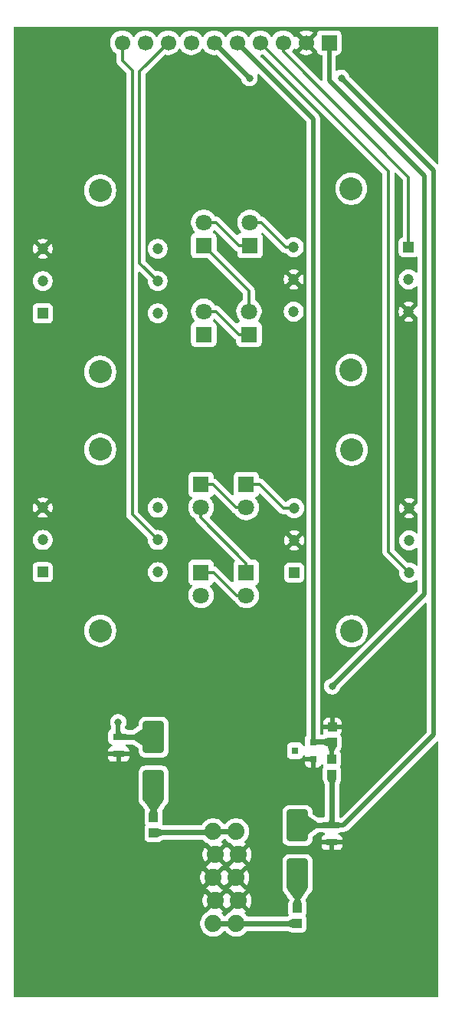
<source format=gbr>
%TF.GenerationSoftware,KiCad,Pcbnew,9.0.6*%
%TF.CreationDate,2025-12-17T11:15:49-05:00*%
%TF.ProjectId,lichen-crustose-processing-board,6c696368-656e-42d6-9372-7573746f7365,1.0*%
%TF.SameCoordinates,Original*%
%TF.FileFunction,Copper,L1,Top*%
%TF.FilePolarity,Positive*%
%FSLAX46Y46*%
G04 Gerber Fmt 4.6, Leading zero omitted, Abs format (unit mm)*
G04 Created by KiCad (PCBNEW 9.0.6) date 2025-12-17 11:15:49*
%MOMM*%
%LPD*%
G01*
G04 APERTURE LIST*
G04 Aperture macros list*
%AMRoundRect*
0 Rectangle with rounded corners*
0 $1 Rounding radius*
0 $2 $3 $4 $5 $6 $7 $8 $9 X,Y pos of 4 corners*
0 Add a 4 corners polygon primitive as box body*
4,1,4,$2,$3,$4,$5,$6,$7,$8,$9,$2,$3,0*
0 Add four circle primitives for the rounded corners*
1,1,$1+$1,$2,$3*
1,1,$1+$1,$4,$5*
1,1,$1+$1,$6,$7*
1,1,$1+$1,$8,$9*
0 Add four rect primitives between the rounded corners*
20,1,$1+$1,$2,$3,$4,$5,0*
20,1,$1+$1,$4,$5,$6,$7,0*
20,1,$1+$1,$6,$7,$8,$9,0*
20,1,$1+$1,$8,$9,$2,$3,0*%
G04 Aperture macros list end*
%TA.AperFunction,SMDPad,CuDef*%
%ADD10R,1.300000X0.700000*%
%TD*%
%TA.AperFunction,SMDPad,CuDef*%
%ADD11RoundRect,0.250000X0.900000X-1.500000X0.900000X1.500000X-0.900000X1.500000X-0.900000X-1.500000X0*%
%TD*%
%TA.AperFunction,SMDPad,CuDef*%
%ADD12R,1.000000X1.000000*%
%TD*%
%TA.AperFunction,ComponentPad*%
%ADD13C,4.400000*%
%TD*%
%TA.AperFunction,ComponentPad*%
%ADD14R,1.700000X1.700000*%
%TD*%
%TA.AperFunction,ComponentPad*%
%ADD15C,1.700000*%
%TD*%
%TA.AperFunction,SMDPad,CuDef*%
%ADD16RoundRect,0.250000X-0.900000X1.500000X-0.900000X-1.500000X0.900000X-1.500000X0.900000X1.500000X0*%
%TD*%
%TA.AperFunction,SMDPad,CuDef*%
%ADD17R,0.800100X0.800100*%
%TD*%
%TA.AperFunction,WasherPad*%
%ADD18C,2.540000*%
%TD*%
%TA.AperFunction,ComponentPad*%
%ADD19R,1.200000X1.200000*%
%TD*%
%TA.AperFunction,ComponentPad*%
%ADD20C,1.200000*%
%TD*%
%TA.AperFunction,ComponentPad*%
%ADD21R,1.800000X1.800000*%
%TD*%
%TA.AperFunction,ComponentPad*%
%ADD22C,1.800000*%
%TD*%
%TA.AperFunction,ComponentPad*%
%ADD23C,1.879600*%
%TD*%
%TA.AperFunction,ViaPad*%
%ADD24C,0.800000*%
%TD*%
%TA.AperFunction,ViaPad*%
%ADD25C,0.600000*%
%TD*%
%TA.AperFunction,Conductor*%
%ADD26C,0.500000*%
%TD*%
%TA.AperFunction,Conductor*%
%ADD27C,0.600000*%
%TD*%
%TA.AperFunction,Conductor*%
%ADD28C,0.300000*%
%TD*%
G04 APERTURE END LIST*
D10*
%TO.P,C2,1*%
%TO.N,+12V*%
X113400000Y-189050000D03*
%TO.P,C2,2*%
%TO.N,GND*%
X113400000Y-190950000D03*
%TD*%
D11*
%TO.P,D2,1,K*%
%TO.N,Net-(D2-K)*%
X133150000Y-204250000D03*
%TO.P,D2,2,A*%
%TO.N,-12V*%
X133150000Y-198850000D03*
%TD*%
D12*
%TO.P,R1,1*%
%TO.N,-12V*%
X136950000Y-193200000D03*
%TO.P,R1,2*%
%TO.N,-2.5V*%
X136950000Y-191500000D03*
%TD*%
D13*
%TO.P,H2,1,1*%
%TO.N,GND*%
X137750000Y-210000000D03*
%TD*%
D12*
%TO.P,L1,1,1*%
%TO.N,/Power/+12V_In*%
X117250000Y-199650000D03*
%TO.P,L1,2,2*%
%TO.N,Net-(D1-A)*%
X117250000Y-197950000D03*
%TD*%
D14*
%TO.P,CONN1,1,Pin_1*%
%TO.N,+12V*%
X136650000Y-112500000D03*
D15*
%TO.P,CONN1,2,Pin_2*%
%TO.N,GND*%
X134110000Y-112500000D03*
%TO.P,CONN1,3,Pin_3*%
%TO.N,/RM_R_SOCKET*%
X131570000Y-112500000D03*
%TO.P,CONN1,4,Pin_4*%
%TO.N,/RM_L_SOCKET*%
X129030000Y-112500000D03*
%TO.P,CONN1,5,Pin_5*%
%TO.N,-2.5V*%
X126490000Y-112500000D03*
%TO.P,CONN1,6,Pin_6*%
%TO.N,-12V*%
X123950000Y-112500000D03*
%TO.P,CONN1,7,Pin_7*%
%TO.N,/PROGRAM_L_SOCKET*%
X121410000Y-112500000D03*
%TO.P,CONN1,8,Pin_8*%
%TO.N,/CARRER_L_SOCKET*%
X118870000Y-112500000D03*
%TO.P,CONN1,9,Pin_9*%
%TO.N,/PROGRAM_R_SOCKET*%
X116330000Y-112500000D03*
%TO.P,CONN1,10,Pin_10*%
%TO.N,/CARRIER_R_SOCKET*%
X113790000Y-112500000D03*
%TD*%
D10*
%TO.P,C1,1*%
%TO.N,-12V*%
X136950000Y-198800000D03*
%TO.P,C1,2*%
%TO.N,GND*%
X136950000Y-200700000D03*
%TD*%
D12*
%TO.P,C3,1*%
%TO.N,-2.5V*%
X137000000Y-189650000D03*
%TO.P,C3,2*%
%TO.N,GND*%
X137000000Y-187950000D03*
%TD*%
D16*
%TO.P,D1,1,K*%
%TO.N,+12V*%
X117250000Y-189100000D03*
%TO.P,D1,2,A*%
%TO.N,Net-(D1-A)*%
X117250000Y-194500000D03*
%TD*%
D12*
%TO.P,L2,1,1*%
%TO.N,/Power/-12V_In*%
X133150000Y-209650000D03*
%TO.P,L2,2,2*%
%TO.N,Net-(D2-K)*%
X133150000Y-207950000D03*
%TD*%
D13*
%TO.P,H1,1,1*%
%TO.N,GND*%
X112750000Y-210000000D03*
%TD*%
D17*
%TO.P,U1,1,K*%
%TO.N,GND*%
X134900760Y-191550000D03*
%TO.P,U1,2,A*%
%TO.N,-2.5V*%
X134900760Y-189650000D03*
%TO.P,U1,3,NC*%
%TO.N,unconnected-(U1-NC-Pad3)*%
X132901780Y-190600000D03*
%TD*%
D18*
%TO.P,TR2,*%
%TO.N,*%
X111350000Y-157356000D03*
X111350000Y-177356000D03*
D19*
%TO.P,TR2,1*%
%TO.N,/PROGRAM_R_SOCKET*%
X105000000Y-170912000D03*
D20*
%TO.P,TR2,2*%
%TO.N,unconnected-(TR2-Pad2)*%
X105000000Y-167356000D03*
%TO.P,TR2,3*%
%TO.N,GND*%
X105000000Y-163800000D03*
%TO.P,TR2,4*%
%TO.N,Net-(LED6-A)*%
X117700000Y-163800000D03*
%TO.P,TR2,5*%
%TO.N,/CARRIER_R_SOCKET*%
X117700000Y-167356000D03*
%TO.P,TR2,6*%
%TO.N,Net-(LED2-K)*%
X117700000Y-170912000D03*
%TD*%
D18*
%TO.P,TR4,*%
%TO.N,*%
X139150000Y-157400000D03*
X139150000Y-177400000D03*
D19*
%TO.P,TR4,1*%
%TO.N,Net-(LED5-K)*%
X132800000Y-170956000D03*
D20*
%TO.P,TR4,2*%
%TO.N,GND*%
X132800000Y-167400000D03*
%TO.P,TR4,3*%
%TO.N,Net-(LED2-A)*%
X132800000Y-163844000D03*
%TO.P,TR4,4*%
%TO.N,GND*%
X145500000Y-163844000D03*
%TO.P,TR4,5*%
%TO.N,unconnected-(TR4-Pad5)*%
X145500000Y-167400000D03*
%TO.P,TR4,6*%
%TO.N,/RM_L_SOCKET*%
X145500000Y-170956000D03*
%TD*%
D21*
%TO.P,LED3,1,K*%
%TO.N,Net-(LED3-K)*%
X122800000Y-144670000D03*
D22*
%TO.P,LED3,2,A*%
%TO.N,Net-(LED1-K)*%
X122800000Y-142130000D03*
%TD*%
D21*
%TO.P,LED4,1,K*%
%TO.N,Net-(LED1-A)*%
X122800000Y-134870000D03*
D22*
%TO.P,LED4,2,A*%
%TO.N,Net-(LED4-A)*%
X122800000Y-132330000D03*
%TD*%
D23*
%TO.P,PWR1,1,-12V*%
%TO.N,/Power/-12V_In*%
X123853000Y-209660000D03*
%TO.P,PWR1,2,-12V*%
X126393000Y-209660000D03*
%TO.P,PWR1,3,GND*%
%TO.N,GND*%
X124107000Y-207120000D03*
%TO.P,PWR1,4,GND*%
X126647000Y-207120000D03*
%TO.P,PWR1,5,GND*%
X123853000Y-204580000D03*
%TO.P,PWR1,6,GND*%
X126393000Y-204580000D03*
%TO.P,PWR1,7,GND*%
X124107000Y-202040000D03*
%TO.P,PWR1,8,GND*%
X126647000Y-202040000D03*
%TO.P,PWR1,9,+12V*%
%TO.N,/Power/+12V_In*%
X123853000Y-199500000D03*
%TO.P,PWR1,10,+12V*%
X126393000Y-199500000D03*
%TD*%
D18*
%TO.P,TR3,*%
%TO.N,*%
X139099500Y-148600000D03*
X139099500Y-128600000D03*
D19*
%TO.P,TR3,1*%
%TO.N,/RM_R_SOCKET*%
X145449500Y-135044000D03*
D20*
%TO.P,TR3,2*%
%TO.N,unconnected-(TR3-Pad2)*%
X145449500Y-138600000D03*
%TO.P,TR3,3*%
%TO.N,GND*%
X145449500Y-142156000D03*
%TO.P,TR3,4*%
%TO.N,Net-(LED1-A)*%
X132749500Y-142156000D03*
%TO.P,TR3,5*%
%TO.N,GND*%
X132749500Y-138600000D03*
%TO.P,TR3,6*%
%TO.N,Net-(LED3-K)*%
X132749500Y-135044000D03*
%TD*%
D18*
%TO.P,TR1,*%
%TO.N,*%
X111350000Y-128800000D03*
X111350000Y-148800000D03*
D19*
%TO.P,TR1,1*%
%TO.N,/PROGRAM_L_SOCKET*%
X105000000Y-142356000D03*
D20*
%TO.P,TR1,2*%
%TO.N,unconnected-(TR1-Pad2)*%
X105000000Y-138800000D03*
%TO.P,TR1,3*%
%TO.N,GND*%
X105000000Y-135244000D03*
%TO.P,TR1,4*%
%TO.N,Net-(LED4-A)*%
X117700000Y-135244000D03*
%TO.P,TR1,5*%
%TO.N,/CARRER_L_SOCKET*%
X117700000Y-138800000D03*
%TO.P,TR1,6*%
%TO.N,Net-(LED1-K)*%
X117700000Y-142356000D03*
%TD*%
D21*
%TO.P,LED1,1,K*%
%TO.N,Net-(LED1-K)*%
X127800000Y-144670000D03*
D22*
%TO.P,LED1,2,A*%
%TO.N,Net-(LED1-A)*%
X127800000Y-142130000D03*
%TD*%
D21*
%TO.P,LED2,1,K*%
%TO.N,Net-(LED2-K)*%
X122500000Y-170930000D03*
D22*
%TO.P,LED2,2,A*%
%TO.N,Net-(LED2-A)*%
X122500000Y-173470000D03*
%TD*%
D21*
%TO.P,LED7,1,K*%
%TO.N,Net-(LED4-A)*%
X127900000Y-134870000D03*
D22*
%TO.P,LED7,2,A*%
%TO.N,Net-(LED3-K)*%
X127900000Y-132330000D03*
%TD*%
D21*
%TO.P,LED8,1,K*%
%TO.N,Net-(LED6-A)*%
X122500000Y-161230000D03*
D22*
%TO.P,LED8,2,A*%
%TO.N,Net-(LED5-K)*%
X122500000Y-163770000D03*
%TD*%
D21*
%TO.P,LED6,1,K*%
%TO.N,Net-(LED2-A)*%
X127500000Y-161230000D03*
D22*
%TO.P,LED6,2,A*%
%TO.N,Net-(LED6-A)*%
X127500000Y-163770000D03*
%TD*%
D21*
%TO.P,LED5,1,K*%
%TO.N,Net-(LED5-K)*%
X127500000Y-170930000D03*
D22*
%TO.P,LED5,2,A*%
%TO.N,Net-(LED2-K)*%
X127500000Y-173470000D03*
%TD*%
D24*
%TO.N,-12V*%
X127850000Y-116400000D03*
X138000000Y-116400000D03*
D25*
%TO.N,GND*%
X130455000Y-199035000D03*
X117755000Y-155855000D03*
X117755000Y-127915000D03*
X102515000Y-201575000D03*
X135535000Y-193955000D03*
X102515000Y-171095000D03*
X145695000Y-148235000D03*
X132995000Y-122835000D03*
X138075000Y-186335000D03*
X112675000Y-160935000D03*
X122835000Y-130455000D03*
X140615000Y-145695000D03*
X127915000Y-216815000D03*
X117755000Y-148235000D03*
X107595000Y-166015000D03*
X102515000Y-216815000D03*
X117755000Y-186335000D03*
X143155000Y-181255000D03*
X145695000Y-186335000D03*
X140615000Y-173635000D03*
X105055000Y-153315000D03*
X112675000Y-193955000D03*
X140615000Y-214275000D03*
X120295000Y-216815000D03*
X102515000Y-178715000D03*
X102515000Y-120295000D03*
X107595000Y-211735000D03*
X125375000Y-145695000D03*
X112675000Y-201575000D03*
X140615000Y-191415000D03*
X127915000Y-120295000D03*
X132995000Y-178715000D03*
X138075000Y-132995000D03*
X145695000Y-155855000D03*
X107595000Y-132995000D03*
X130455000Y-173635000D03*
X107595000Y-140615000D03*
X112675000Y-150775000D03*
X115215000Y-173635000D03*
X107595000Y-188875000D03*
X112675000Y-168555000D03*
X130455000Y-186335000D03*
X122835000Y-176175000D03*
X145695000Y-209195000D03*
X112675000Y-143155000D03*
X143155000Y-117755000D03*
X132995000Y-130455000D03*
X130455000Y-158395000D03*
X117755000Y-140615000D03*
X120295000Y-209195000D03*
X127915000Y-153315000D03*
X120295000Y-191415000D03*
X112675000Y-125375000D03*
X110135000Y-216815000D03*
X117755000Y-120295000D03*
X107595000Y-173635000D03*
X145695000Y-216815000D03*
X132995000Y-211735000D03*
X138075000Y-125375000D03*
X107595000Y-196495000D03*
X115215000Y-206655000D03*
X140615000Y-199035000D03*
X122835000Y-168555000D03*
X125375000Y-188875000D03*
X127915000Y-127915000D03*
X140615000Y-206655000D03*
X145695000Y-140615000D03*
X117755000Y-178715000D03*
X140615000Y-112675000D03*
X102515000Y-186335000D03*
X122835000Y-158395000D03*
X102515000Y-209195000D03*
X102515000Y-112675000D03*
X127915000Y-193955000D03*
X135535000Y-204115000D03*
X130455000Y-206655000D03*
X130455000Y-148235000D03*
X105055000Y-145695000D03*
X138075000Y-140615000D03*
X112675000Y-183795000D03*
X105055000Y-127915000D03*
X138075000Y-150775000D03*
X107595000Y-115215000D03*
X138075000Y-160935000D03*
X102515000Y-193955000D03*
X120295000Y-163475000D03*
X120295000Y-135535000D03*
X125375000Y-181255000D03*
X145695000Y-201575000D03*
X107595000Y-204115000D03*
X122835000Y-196495000D03*
X122835000Y-115215000D03*
X135535000Y-115215000D03*
X120295000Y-201575000D03*
X145695000Y-193955000D03*
X122835000Y-150775000D03*
X122835000Y-122835000D03*
X105055000Y-160935000D03*
X112675000Y-135535000D03*
X115215000Y-214275000D03*
X125375000Y-211735000D03*
X127915000Y-166015000D03*
X138075000Y-168555000D03*
X135535000Y-216815000D03*
X107595000Y-181255000D03*
X130455000Y-140615000D03*
D24*
%TO.N,+12V*%
X137000000Y-183500000D03*
X113350000Y-187450000D03*
%TD*%
D26*
%TO.N,-12V*%
X127850000Y-116400000D02*
X123950000Y-112500000D01*
X148200000Y-188850000D02*
X138250000Y-198800000D01*
X138250000Y-198800000D02*
X136950000Y-198800000D01*
D27*
X136950000Y-198800000D02*
X133200000Y-198800000D01*
D26*
X133200000Y-198800000D02*
X133150000Y-198850000D01*
X138000000Y-116400000D02*
X148200000Y-126600000D01*
D27*
X136950000Y-193200000D02*
X136950000Y-198800000D01*
D26*
X148200000Y-126600000D02*
X148200000Y-188850000D01*
%TO.N,+12V*%
X147200000Y-127200000D02*
X136650000Y-116650000D01*
X136650000Y-116650000D02*
X136650000Y-112500000D01*
X137000000Y-183500000D02*
X147200000Y-173300000D01*
X113450000Y-189100000D02*
X113400000Y-189050000D01*
D27*
X117250000Y-189100000D02*
X113450000Y-189100000D01*
D26*
X147200000Y-173300000D02*
X147200000Y-127200000D01*
X113350000Y-189000000D02*
X113400000Y-189050000D01*
X113350000Y-187450000D02*
X113350000Y-189000000D01*
%TO.N,-2.5V*%
X137000000Y-189700000D02*
X137000000Y-189650000D01*
X136950000Y-189600000D02*
X137000000Y-189650000D01*
X134900760Y-120910760D02*
X134900760Y-189650000D01*
X134900760Y-189650000D02*
X134950760Y-189600000D01*
X126490000Y-112500000D02*
X134900760Y-120910760D01*
X136950000Y-191500000D02*
X136950000Y-189750000D01*
X136950000Y-189750000D02*
X137000000Y-189700000D01*
D27*
X134950760Y-189600000D02*
X136950000Y-189600000D01*
D28*
%TO.N,/RM_R_SOCKET*%
X145449500Y-127349500D02*
X145449500Y-135044000D01*
X131570000Y-112500000D02*
X131570000Y-113470000D01*
X131570000Y-113470000D02*
X145449500Y-127349500D01*
%TO.N,/CARRIER_R_SOCKET*%
X113790000Y-114490000D02*
X114900000Y-115600000D01*
X114900000Y-164556000D02*
X117700000Y-167356000D01*
X113790000Y-112500000D02*
X113790000Y-114490000D01*
X114900000Y-115600000D02*
X114900000Y-164556000D01*
%TO.N,/RM_L_SOCKET*%
X143200000Y-168656000D02*
X143200000Y-126700000D01*
X139230000Y-122700000D02*
X129030000Y-112500000D01*
X143200000Y-126700000D02*
X139230000Y-122730000D01*
X139230000Y-122730000D02*
X139230000Y-122700000D01*
X145500000Y-170956000D02*
X143200000Y-168656000D01*
%TO.N,/CARRER_L_SOCKET*%
X115700000Y-115670000D02*
X115700000Y-136800000D01*
X115700000Y-136800000D02*
X117700000Y-138800000D01*
X118870000Y-112500000D02*
X115700000Y-115670000D01*
D27*
%TO.N,Net-(D1-A)*%
X117250000Y-197950000D02*
X117250000Y-194500000D01*
D28*
%TO.N,Net-(LED1-K)*%
X124130000Y-142130000D02*
X122800000Y-142130000D01*
X126670000Y-144670000D02*
X124130000Y-142130000D01*
X127800000Y-144670000D02*
X126670000Y-144670000D01*
%TO.N,Net-(LED1-A)*%
X127800000Y-139870000D02*
X122800000Y-134870000D01*
X127800000Y-142130000D02*
X127800000Y-139870000D01*
%TO.N,Net-(LED2-K)*%
X126470000Y-173470000D02*
X127500000Y-173470000D01*
X122500000Y-170930000D02*
X123930000Y-170930000D01*
X123930000Y-170930000D02*
X126470000Y-173470000D01*
%TO.N,Net-(LED2-A)*%
X131594000Y-163844000D02*
X128980000Y-161230000D01*
X132800000Y-163844000D02*
X131594000Y-163844000D01*
X128980000Y-161230000D02*
X127500000Y-161230000D01*
%TO.N,Net-(LED3-K)*%
X131844000Y-135044000D02*
X129130000Y-132330000D01*
X129130000Y-132330000D02*
X127900000Y-132330000D01*
X132749500Y-135044000D02*
X131844000Y-135044000D01*
%TO.N,Net-(LED4-A)*%
X126670000Y-134870000D02*
X127900000Y-134870000D01*
X124130000Y-132330000D02*
X126670000Y-134870000D01*
X122800000Y-132330000D02*
X124130000Y-132330000D01*
%TO.N,Net-(LED5-K)*%
X127500000Y-170930000D02*
X127500000Y-169900000D01*
X122500000Y-164900000D02*
X122500000Y-163770000D01*
X127500000Y-169900000D02*
X122500000Y-164900000D01*
%TO.N,Net-(LED6-A)*%
X126370000Y-163770000D02*
X123830000Y-161230000D01*
X123830000Y-161230000D02*
X122500000Y-161230000D01*
X127500000Y-163770000D02*
X126370000Y-163770000D01*
D27*
%TO.N,Net-(D2-K)*%
X133150000Y-207950000D02*
X133150000Y-204250000D01*
D26*
%TO.N,/Power/+12V_In*%
X123753000Y-199600000D02*
X123853000Y-199500000D01*
D27*
X117300000Y-199600000D02*
X123753000Y-199600000D01*
D26*
X117250000Y-199650000D02*
X117300000Y-199600000D01*
D27*
X126393000Y-199500000D02*
X123853000Y-199500000D01*
D26*
%TO.N,/Power/-12V_In*%
X133140000Y-209660000D02*
X133150000Y-209650000D01*
D27*
X126393000Y-209660000D02*
X133140000Y-209660000D01*
X123853000Y-209660000D02*
X126393000Y-209660000D01*
%TD*%
%TA.AperFunction,Conductor*%
%TO.N,-12V*%
G36*
X136958264Y-193207280D02*
G01*
X137146494Y-193395887D01*
X137444555Y-193694545D01*
X137447974Y-193702822D01*
X137447137Y-193707155D01*
X137252942Y-194192645D01*
X137246688Y-194199054D01*
X137242079Y-194200000D01*
X136657921Y-194200000D01*
X136649648Y-194196573D01*
X136647058Y-194192645D01*
X136452862Y-193707155D01*
X136452971Y-193698201D01*
X136455444Y-193694545D01*
X136941719Y-193207296D01*
X136949988Y-193203862D01*
X136958264Y-193207280D01*
G37*
%TD.AperFunction*%
%TD*%
%TA.AperFunction,Conductor*%
%TO.N,-12V*%
G36*
X137248126Y-198103427D02*
G01*
X137251435Y-198110045D01*
X137299174Y-198444218D01*
X137296952Y-198452893D01*
X137295877Y-198454134D01*
X136958285Y-198792691D01*
X136950017Y-198796130D01*
X136941739Y-198792715D01*
X136941715Y-198792691D01*
X136604122Y-198454134D01*
X136600707Y-198445856D01*
X136600823Y-198444232D01*
X136648565Y-198110045D01*
X136653127Y-198102340D01*
X136660147Y-198100000D01*
X137239853Y-198100000D01*
X137248126Y-198103427D01*
G37*
%TD.AperFunction*%
%TD*%
%TA.AperFunction,Conductor*%
%TO.N,Net-(D1-A)*%
G36*
X117550352Y-196953427D02*
G01*
X117552942Y-196957355D01*
X117747137Y-197442844D01*
X117747028Y-197451798D01*
X117744555Y-197455454D01*
X117258281Y-197942702D01*
X117250012Y-197946137D01*
X117241735Y-197942718D01*
X117241719Y-197942702D01*
X116755444Y-197455454D01*
X116752025Y-197447177D01*
X116752862Y-197442844D01*
X116947058Y-196957355D01*
X116953312Y-196950946D01*
X116957921Y-196950000D01*
X117542079Y-196950000D01*
X117550352Y-196953427D01*
G37*
%TD.AperFunction*%
%TD*%
%TA.AperFunction,Conductor*%
%TO.N,Net-(D2-K)*%
G36*
X133155858Y-204262242D02*
G01*
X133160128Y-204266512D01*
X134146307Y-205971691D01*
X134147483Y-205980569D01*
X134145832Y-205984161D01*
X133453485Y-206994912D01*
X133445982Y-206999801D01*
X133443832Y-207000000D01*
X132856168Y-207000000D01*
X132847895Y-206996573D01*
X132846515Y-206994912D01*
X132154167Y-205984161D01*
X132152319Y-205975399D01*
X132153689Y-205971697D01*
X133139872Y-204266511D01*
X133146980Y-204261066D01*
X133155858Y-204262242D01*
G37*
%TD.AperFunction*%
%TD*%
%TA.AperFunction,Conductor*%
%TO.N,+12V*%
G36*
X113600047Y-188353427D02*
G01*
X113602782Y-188357739D01*
X113665461Y-188532049D01*
X113723443Y-188693299D01*
X113723018Y-188702244D01*
X113721008Y-188705218D01*
X113407983Y-189042400D01*
X113399842Y-189046132D01*
X113391448Y-189043015D01*
X113391423Y-189042992D01*
X113029663Y-188705218D01*
X113028932Y-188704535D01*
X113025225Y-188696385D01*
X113025484Y-188693504D01*
X113025529Y-188693299D01*
X113098000Y-188359220D01*
X113103103Y-188351861D01*
X113109434Y-188350000D01*
X113591774Y-188350000D01*
X113600047Y-188353427D01*
G37*
%TD.AperFunction*%
%TD*%
%TA.AperFunction,Conductor*%
%TO.N,/Power/+12V_In*%
G36*
X117756681Y-199152004D02*
G01*
X118241663Y-199297498D01*
X118248602Y-199303158D01*
X118250000Y-199308705D01*
X118250000Y-199892442D01*
X118246573Y-199900715D01*
X118243112Y-199903107D01*
X117757165Y-200122364D01*
X117748214Y-200122643D01*
X117744298Y-200120184D01*
X117257717Y-199658275D01*
X117254076Y-199650094D01*
X117257287Y-199641735D01*
X117257473Y-199641543D01*
X117745059Y-199154930D01*
X117753335Y-199151512D01*
X117756681Y-199152004D01*
G37*
%TD.AperFunction*%
%TD*%
%TA.AperFunction,Conductor*%
%TO.N,+12V*%
G36*
X114390529Y-188798162D02*
G01*
X114397998Y-188803102D01*
X114400000Y-188809648D01*
X114400000Y-189388300D01*
X114396573Y-189396573D01*
X114388300Y-189400000D01*
X113402263Y-189400000D01*
X113393990Y-189396573D01*
X113390563Y-189388300D01*
X113390567Y-189388008D01*
X113398822Y-189057100D01*
X113402454Y-189048917D01*
X113405377Y-189046885D01*
X114046482Y-188733798D01*
X114053840Y-188732826D01*
X114390529Y-188798162D01*
G37*
%TD.AperFunction*%
%TD*%
%TA.AperFunction,Conductor*%
%TO.N,+12V*%
G36*
X116106897Y-188105992D02*
G01*
X117240834Y-189091168D01*
X117244832Y-189099181D01*
X117241993Y-189107673D01*
X117240834Y-189108832D01*
X116106897Y-190094007D01*
X116098405Y-190096846D01*
X116092514Y-190094760D01*
X116091438Y-190094007D01*
X115104990Y-189403493D01*
X115100178Y-189395941D01*
X115100000Y-189393908D01*
X115100000Y-188806092D01*
X115103427Y-188797819D01*
X115104990Y-188796507D01*
X116092516Y-188105238D01*
X116101257Y-188103302D01*
X116106897Y-188105992D01*
G37*
%TD.AperFunction*%
%TD*%
%TA.AperFunction,Conductor*%
%TO.N,-2.5V*%
G36*
X136502223Y-189152910D02*
G01*
X136504941Y-189154931D01*
X136992492Y-189641509D01*
X136995927Y-189649778D01*
X136992508Y-189658055D01*
X136992282Y-189658275D01*
X136505701Y-190120184D01*
X136497342Y-190123395D01*
X136492835Y-190122364D01*
X136377605Y-190070373D01*
X136006888Y-189903107D01*
X136000756Y-189896581D01*
X136000000Y-189892442D01*
X136000000Y-189308705D01*
X136003427Y-189300432D01*
X136008335Y-189297499D01*
X136493315Y-189152005D01*
X136502223Y-189152910D01*
G37*
%TD.AperFunction*%
%TD*%
%TA.AperFunction,Conductor*%
%TO.N,GND*%
G36*
X126173619Y-207316081D02*
G01*
X126240498Y-207431920D01*
X126335080Y-207526502D01*
X126450919Y-207593381D01*
X126511057Y-207609494D01*
X125803239Y-208317312D01*
X125802804Y-208319384D01*
X125753750Y-208369138D01*
X125749848Y-208371214D01*
X125638119Y-208428143D01*
X125638118Y-208428144D01*
X125454713Y-208561394D01*
X125454708Y-208561398D01*
X125294396Y-208721710D01*
X125231426Y-208808384D01*
X125227093Y-208811725D01*
X125224820Y-208816703D01*
X125199720Y-208832833D01*
X125176096Y-208851051D01*
X125169422Y-208852304D01*
X125166042Y-208854477D01*
X125131107Y-208859500D01*
X125114893Y-208859500D01*
X125047854Y-208839815D01*
X125014574Y-208808384D01*
X124951603Y-208721710D01*
X124796615Y-208566722D01*
X124763130Y-208505399D01*
X124768114Y-208435707D01*
X124809986Y-208379774D01*
X124828003Y-208368556D01*
X124861613Y-208351431D01*
X124861618Y-208351428D01*
X124933006Y-208299559D01*
X124242942Y-207609495D01*
X124303081Y-207593381D01*
X124418920Y-207526502D01*
X124513502Y-207431920D01*
X124580381Y-207316081D01*
X124596494Y-207255942D01*
X125286559Y-207946007D01*
X125295193Y-207945327D01*
X125332011Y-207916937D01*
X125401624Y-207910958D01*
X125463419Y-207943564D01*
X125465396Y-207945846D01*
X125467439Y-207946007D01*
X126157504Y-207255941D01*
X126173619Y-207316081D01*
G37*
%TD.AperFunction*%
%TA.AperFunction,Conductor*%
G36*
X125919619Y-204776081D02*
G01*
X125986498Y-204891920D01*
X126081080Y-204986502D01*
X126196919Y-205053381D01*
X126257057Y-205069494D01*
X125566991Y-205759559D01*
X125638381Y-205811428D01*
X125737644Y-205862004D01*
X125739142Y-205862714D01*
X125750308Y-205868457D01*
X125755073Y-205872992D01*
X125755312Y-205872665D01*
X125755557Y-205872843D01*
X125755295Y-205873203D01*
X125775397Y-205892334D01*
X125800686Y-205916220D01*
X125800744Y-205916457D01*
X125800921Y-205916625D01*
X125802126Y-205921573D01*
X126511058Y-206630504D01*
X126450919Y-206646619D01*
X126335080Y-206713498D01*
X126240498Y-206808080D01*
X126173619Y-206923919D01*
X126157504Y-206984057D01*
X125467439Y-206293991D01*
X125458801Y-206294671D01*
X125421986Y-206323060D01*
X125352373Y-206329039D01*
X125290578Y-206296433D01*
X125288602Y-206294152D01*
X125286559Y-206293991D01*
X124596494Y-206984056D01*
X124580381Y-206923919D01*
X124513502Y-206808080D01*
X124418920Y-206713498D01*
X124303081Y-206646619D01*
X124242941Y-206630504D01*
X124933007Y-205940439D01*
X124861620Y-205888573D01*
X124762795Y-205838218D01*
X124760870Y-205837290D01*
X124749704Y-205831549D01*
X124745124Y-205827192D01*
X124744908Y-205827492D01*
X124744666Y-205827317D01*
X124744906Y-205826984D01*
X124724550Y-205807617D01*
X124699312Y-205783782D01*
X124699254Y-205783551D01*
X124699084Y-205783389D01*
X124697874Y-205778426D01*
X123988942Y-205069495D01*
X124049081Y-205053381D01*
X124164920Y-204986502D01*
X124259502Y-204891920D01*
X124326381Y-204776081D01*
X124342495Y-204715942D01*
X125032559Y-205406006D01*
X125041193Y-205405327D01*
X125078011Y-205376937D01*
X125147624Y-205370958D01*
X125209419Y-205403564D01*
X125211396Y-205405846D01*
X125213439Y-205406007D01*
X125903504Y-204715941D01*
X125919619Y-204776081D01*
G37*
%TD.AperFunction*%
%TA.AperFunction,Conductor*%
G36*
X126173619Y-202236081D02*
G01*
X126240498Y-202351920D01*
X126335080Y-202446502D01*
X126450919Y-202513381D01*
X126511057Y-202529495D01*
X125803434Y-203237118D01*
X125802843Y-203239930D01*
X125788971Y-203253998D01*
X125779076Y-203271098D01*
X125756012Y-203287423D01*
X125753786Y-203289681D01*
X125750306Y-203291542D01*
X125739139Y-203297285D01*
X125738978Y-203297315D01*
X125738978Y-203297316D01*
X125738977Y-203297315D01*
X125738592Y-203297389D01*
X125738642Y-203297486D01*
X125638380Y-203348572D01*
X125638376Y-203348574D01*
X125566992Y-203400438D01*
X125566991Y-203400439D01*
X126257057Y-204090504D01*
X126196919Y-204106619D01*
X126081080Y-204173498D01*
X125986498Y-204268080D01*
X125919619Y-204383919D01*
X125903504Y-204444057D01*
X125213439Y-203753991D01*
X125204801Y-203754671D01*
X125167986Y-203783060D01*
X125098373Y-203789039D01*
X125036578Y-203756433D01*
X125034602Y-203754152D01*
X125032559Y-203753991D01*
X124342494Y-204444056D01*
X124326381Y-204383919D01*
X124259502Y-204268080D01*
X124164920Y-204173498D01*
X124049081Y-204106619D01*
X123988940Y-204090504D01*
X124696555Y-203382891D01*
X124697144Y-203380089D01*
X124746190Y-203330328D01*
X124750117Y-203328238D01*
X124761041Y-203322673D01*
X124762841Y-203326208D01*
X124763177Y-203326088D01*
X124761356Y-203322513D01*
X124861617Y-203271428D01*
X124861618Y-203271428D01*
X124933006Y-203219559D01*
X124242942Y-202529495D01*
X124303081Y-202513381D01*
X124418920Y-202446502D01*
X124513502Y-202351920D01*
X124580381Y-202236081D01*
X124596494Y-202175942D01*
X125286559Y-202866007D01*
X125295193Y-202865327D01*
X125332011Y-202836937D01*
X125401624Y-202830958D01*
X125463419Y-202863564D01*
X125465396Y-202865846D01*
X125467439Y-202866007D01*
X126157504Y-202175941D01*
X126173619Y-202236081D01*
G37*
%TD.AperFunction*%
%TA.AperFunction,Conductor*%
G36*
X125198146Y-200320185D02*
G01*
X125231426Y-200351616D01*
X125294396Y-200438289D01*
X125454708Y-200598601D01*
X125454713Y-200598605D01*
X125638113Y-200731852D01*
X125638115Y-200731853D01*
X125638118Y-200731855D01*
X125749849Y-200788785D01*
X125800644Y-200836758D01*
X125801741Y-200841188D01*
X126511058Y-201550504D01*
X126450919Y-201566619D01*
X126335080Y-201633498D01*
X126240498Y-201728080D01*
X126173619Y-201843919D01*
X126157504Y-201904057D01*
X125467439Y-201213991D01*
X125458801Y-201214671D01*
X125421986Y-201243060D01*
X125352373Y-201249039D01*
X125290578Y-201216433D01*
X125288602Y-201214152D01*
X125286559Y-201213991D01*
X124596494Y-201904056D01*
X124580381Y-201843919D01*
X124513502Y-201728080D01*
X124418920Y-201633498D01*
X124303081Y-201566619D01*
X124242941Y-201550504D01*
X124933007Y-200860439D01*
X124861617Y-200808571D01*
X124828000Y-200791442D01*
X124777205Y-200743468D01*
X124760410Y-200675646D01*
X124782948Y-200609512D01*
X124796604Y-200593288D01*
X124951600Y-200438293D01*
X125014574Y-200351615D01*
X125018906Y-200348274D01*
X125021180Y-200343297D01*
X125046279Y-200327166D01*
X125069904Y-200308949D01*
X125076577Y-200307695D01*
X125079958Y-200305523D01*
X125114893Y-200300500D01*
X125131107Y-200300500D01*
X125198146Y-200320185D01*
G37*
%TD.AperFunction*%
%TA.AperFunction,Conductor*%
G36*
X148672539Y-110770185D02*
G01*
X148718294Y-110822989D01*
X148729500Y-110874500D01*
X148729500Y-125768770D01*
X148709815Y-125835809D01*
X148657011Y-125881564D01*
X148587853Y-125891508D01*
X148524297Y-125862483D01*
X148517819Y-125856451D01*
X138909175Y-116247807D01*
X138875690Y-116186484D01*
X138875262Y-116184432D01*
X138865894Y-116137334D01*
X138828142Y-116046191D01*
X138798016Y-115973459D01*
X138798009Y-115973446D01*
X138699464Y-115825965D01*
X138699461Y-115825961D01*
X138574038Y-115700538D01*
X138574034Y-115700535D01*
X138426553Y-115601990D01*
X138426540Y-115601983D01*
X138262667Y-115534106D01*
X138262658Y-115534103D01*
X138088694Y-115499500D01*
X138088691Y-115499500D01*
X137911309Y-115499500D01*
X137911306Y-115499500D01*
X137737341Y-115534103D01*
X137737332Y-115534106D01*
X137571952Y-115602608D01*
X137502482Y-115610077D01*
X137440003Y-115578801D01*
X137404352Y-115518712D01*
X137400500Y-115488047D01*
X137400500Y-113974499D01*
X137420185Y-113907460D01*
X137472989Y-113861705D01*
X137524500Y-113850499D01*
X137547871Y-113850499D01*
X137547872Y-113850499D01*
X137607483Y-113844091D01*
X137742331Y-113793796D01*
X137857546Y-113707546D01*
X137943796Y-113592331D01*
X137994091Y-113457483D01*
X138000500Y-113397873D01*
X138000499Y-111602128D01*
X137994091Y-111542517D01*
X137943796Y-111407669D01*
X137943795Y-111407668D01*
X137943793Y-111407664D01*
X137857547Y-111292455D01*
X137857544Y-111292452D01*
X137742335Y-111206206D01*
X137742328Y-111206202D01*
X137607482Y-111155908D01*
X137607483Y-111155908D01*
X137547883Y-111149501D01*
X137547881Y-111149500D01*
X137547873Y-111149500D01*
X137547864Y-111149500D01*
X135752129Y-111149500D01*
X135752123Y-111149501D01*
X135692516Y-111155908D01*
X135557671Y-111206202D01*
X135557664Y-111206206D01*
X135442455Y-111292452D01*
X135442452Y-111292455D01*
X135356206Y-111407664D01*
X135356202Y-111407671D01*
X135305908Y-111542517D01*
X135299501Y-111602116D01*
X135299501Y-111602123D01*
X135299500Y-111602135D01*
X135299500Y-111612690D01*
X135279815Y-111679729D01*
X135263181Y-111700371D01*
X134592962Y-112370590D01*
X134575925Y-112307007D01*
X134510099Y-112192993D01*
X134417007Y-112099901D01*
X134302993Y-112034075D01*
X134239409Y-112017037D01*
X134871716Y-111384728D01*
X134817550Y-111345375D01*
X134628217Y-111248904D01*
X134426129Y-111183242D01*
X134216246Y-111150000D01*
X134003754Y-111150000D01*
X133793872Y-111183242D01*
X133793869Y-111183242D01*
X133591782Y-111248904D01*
X133402439Y-111345380D01*
X133348282Y-111384727D01*
X133348282Y-111384728D01*
X133980591Y-112017037D01*
X133917007Y-112034075D01*
X133802993Y-112099901D01*
X133709901Y-112192993D01*
X133644075Y-112307007D01*
X133627037Y-112370591D01*
X132994728Y-111738282D01*
X132994727Y-111738282D01*
X132955380Y-111792440D01*
X132955376Y-111792446D01*
X132950760Y-111801505D01*
X132902781Y-111852297D01*
X132834959Y-111869087D01*
X132768826Y-111846543D01*
X132729794Y-111801493D01*
X132725051Y-111792184D01*
X132725049Y-111792181D01*
X132725048Y-111792179D01*
X132600109Y-111620213D01*
X132449786Y-111469890D01*
X132277820Y-111344951D01*
X132088414Y-111248444D01*
X132088413Y-111248443D01*
X132088412Y-111248443D01*
X131886243Y-111182754D01*
X131886241Y-111182753D01*
X131886240Y-111182753D01*
X131724957Y-111157208D01*
X131676287Y-111149500D01*
X131463713Y-111149500D01*
X131415042Y-111157208D01*
X131253760Y-111182753D01*
X131051585Y-111248444D01*
X130862179Y-111344951D01*
X130690213Y-111469890D01*
X130539890Y-111620213D01*
X130414949Y-111792182D01*
X130410484Y-111800946D01*
X130362509Y-111851742D01*
X130294688Y-111868536D01*
X130228553Y-111845998D01*
X130189516Y-111800946D01*
X130185050Y-111792182D01*
X130060109Y-111620213D01*
X129909786Y-111469890D01*
X129737820Y-111344951D01*
X129548414Y-111248444D01*
X129548413Y-111248443D01*
X129548412Y-111248443D01*
X129346243Y-111182754D01*
X129346241Y-111182753D01*
X129346240Y-111182753D01*
X129184957Y-111157208D01*
X129136287Y-111149500D01*
X128923713Y-111149500D01*
X128875042Y-111157208D01*
X128713760Y-111182753D01*
X128511585Y-111248444D01*
X128322179Y-111344951D01*
X128150213Y-111469890D01*
X127999890Y-111620213D01*
X127874949Y-111792182D01*
X127870484Y-111800946D01*
X127822509Y-111851742D01*
X127754688Y-111868536D01*
X127688553Y-111845998D01*
X127649516Y-111800946D01*
X127645050Y-111792182D01*
X127520109Y-111620213D01*
X127369786Y-111469890D01*
X127197820Y-111344951D01*
X127008414Y-111248444D01*
X127008413Y-111248443D01*
X127008412Y-111248443D01*
X126806243Y-111182754D01*
X126806241Y-111182753D01*
X126806240Y-111182753D01*
X126644957Y-111157208D01*
X126596287Y-111149500D01*
X126383713Y-111149500D01*
X126335042Y-111157208D01*
X126173760Y-111182753D01*
X125971585Y-111248444D01*
X125782179Y-111344951D01*
X125610213Y-111469890D01*
X125459890Y-111620213D01*
X125334949Y-111792182D01*
X125330484Y-111800946D01*
X125282509Y-111851742D01*
X125214688Y-111868536D01*
X125148553Y-111845998D01*
X125109516Y-111800946D01*
X125105050Y-111792182D01*
X124980109Y-111620213D01*
X124829786Y-111469890D01*
X124657820Y-111344951D01*
X124468414Y-111248444D01*
X124468413Y-111248443D01*
X124468412Y-111248443D01*
X124266243Y-111182754D01*
X124266241Y-111182753D01*
X124266240Y-111182753D01*
X124104957Y-111157208D01*
X124056287Y-111149500D01*
X123843713Y-111149500D01*
X123795042Y-111157208D01*
X123633760Y-111182753D01*
X123431585Y-111248444D01*
X123242179Y-111344951D01*
X123070213Y-111469890D01*
X122919890Y-111620213D01*
X122794949Y-111792182D01*
X122790484Y-111800946D01*
X122742509Y-111851742D01*
X122674688Y-111868536D01*
X122608553Y-111845998D01*
X122569516Y-111800946D01*
X122565050Y-111792182D01*
X122440109Y-111620213D01*
X122289786Y-111469890D01*
X122117820Y-111344951D01*
X121928414Y-111248444D01*
X121928413Y-111248443D01*
X121928412Y-111248443D01*
X121726243Y-111182754D01*
X121726241Y-111182753D01*
X121726240Y-111182753D01*
X121564957Y-111157208D01*
X121516287Y-111149500D01*
X121303713Y-111149500D01*
X121255042Y-111157208D01*
X121093760Y-111182753D01*
X120891585Y-111248444D01*
X120702179Y-111344951D01*
X120530213Y-111469890D01*
X120379890Y-111620213D01*
X120254949Y-111792182D01*
X120250484Y-111800946D01*
X120202509Y-111851742D01*
X120134688Y-111868536D01*
X120068553Y-111845998D01*
X120029516Y-111800946D01*
X120025050Y-111792182D01*
X119900109Y-111620213D01*
X119749786Y-111469890D01*
X119577820Y-111344951D01*
X119388414Y-111248444D01*
X119388413Y-111248443D01*
X119388412Y-111248443D01*
X119186243Y-111182754D01*
X119186241Y-111182753D01*
X119186240Y-111182753D01*
X119024957Y-111157208D01*
X118976287Y-111149500D01*
X118763713Y-111149500D01*
X118715042Y-111157208D01*
X118553760Y-111182753D01*
X118351585Y-111248444D01*
X118162179Y-111344951D01*
X117990213Y-111469890D01*
X117839890Y-111620213D01*
X117714949Y-111792182D01*
X117710484Y-111800946D01*
X117662509Y-111851742D01*
X117594688Y-111868536D01*
X117528553Y-111845998D01*
X117489516Y-111800946D01*
X117485050Y-111792182D01*
X117360109Y-111620213D01*
X117209786Y-111469890D01*
X117037820Y-111344951D01*
X116848414Y-111248444D01*
X116848413Y-111248443D01*
X116848412Y-111248443D01*
X116646243Y-111182754D01*
X116646241Y-111182753D01*
X116646240Y-111182753D01*
X116484957Y-111157208D01*
X116436287Y-111149500D01*
X116223713Y-111149500D01*
X116175042Y-111157208D01*
X116013760Y-111182753D01*
X115811585Y-111248444D01*
X115622179Y-111344951D01*
X115450213Y-111469890D01*
X115299890Y-111620213D01*
X115174949Y-111792182D01*
X115170484Y-111800946D01*
X115122509Y-111851742D01*
X115054688Y-111868536D01*
X114988553Y-111845998D01*
X114949516Y-111800946D01*
X114945050Y-111792182D01*
X114820109Y-111620213D01*
X114669786Y-111469890D01*
X114497820Y-111344951D01*
X114308414Y-111248444D01*
X114308413Y-111248443D01*
X114308412Y-111248443D01*
X114106243Y-111182754D01*
X114106241Y-111182753D01*
X114106240Y-111182753D01*
X113944957Y-111157208D01*
X113896287Y-111149500D01*
X113683713Y-111149500D01*
X113635042Y-111157208D01*
X113473760Y-111182753D01*
X113271585Y-111248444D01*
X113082179Y-111344951D01*
X112910213Y-111469890D01*
X112759890Y-111620213D01*
X112634951Y-111792179D01*
X112538444Y-111981585D01*
X112472753Y-112183760D01*
X112439500Y-112393713D01*
X112439500Y-112606286D01*
X112472753Y-112816239D01*
X112538444Y-113018414D01*
X112634951Y-113207820D01*
X112759890Y-113379786D01*
X112759896Y-113379792D01*
X112910208Y-113530104D01*
X113082184Y-113655051D01*
X113082188Y-113655053D01*
X113086126Y-113657914D01*
X113085146Y-113659262D01*
X113127160Y-113705690D01*
X113139500Y-113759617D01*
X113139500Y-114554069D01*
X113139500Y-114554071D01*
X113139499Y-114554071D01*
X113164497Y-114679738D01*
X113164499Y-114679744D01*
X113213534Y-114798125D01*
X113284726Y-114904673D01*
X113284727Y-114904674D01*
X114213181Y-115833127D01*
X114246666Y-115894450D01*
X114249500Y-115920808D01*
X114249500Y-164620071D01*
X114274243Y-164744456D01*
X114274246Y-164744492D01*
X114274250Y-164744492D01*
X114274498Y-164745742D01*
X114274498Y-164745743D01*
X114323532Y-164864123D01*
X114323535Y-164864127D01*
X114392815Y-164967814D01*
X114394726Y-164970673D01*
X114394727Y-164970674D01*
X116567668Y-167143614D01*
X116601153Y-167204937D01*
X116602461Y-167250691D01*
X116599500Y-167269389D01*
X116599500Y-167442611D01*
X116626598Y-167613701D01*
X116680127Y-167778445D01*
X116758768Y-167932788D01*
X116860586Y-168072928D01*
X116983072Y-168195414D01*
X117123212Y-168297232D01*
X117277555Y-168375873D01*
X117442299Y-168429402D01*
X117613389Y-168456500D01*
X117613390Y-168456500D01*
X117786610Y-168456500D01*
X117786611Y-168456500D01*
X117957701Y-168429402D01*
X118122445Y-168375873D01*
X118276788Y-168297232D01*
X118416928Y-168195414D01*
X118539414Y-168072928D01*
X118641232Y-167932788D01*
X118719873Y-167778445D01*
X118773402Y-167613701D01*
X118800500Y-167442611D01*
X118800500Y-167269389D01*
X118773402Y-167098299D01*
X118719873Y-166933555D01*
X118641232Y-166779212D01*
X118539414Y-166639072D01*
X118416928Y-166516586D01*
X118276788Y-166414768D01*
X118122445Y-166336127D01*
X117957701Y-166282598D01*
X117957699Y-166282597D01*
X117957698Y-166282597D01*
X117826271Y-166261781D01*
X117786611Y-166255500D01*
X117613389Y-166255500D01*
X117613388Y-166255500D01*
X117594691Y-166258461D01*
X117525397Y-166249504D01*
X117487614Y-166223668D01*
X115586819Y-164322873D01*
X115553334Y-164261550D01*
X115550500Y-164235192D01*
X115550500Y-163713389D01*
X116599500Y-163713389D01*
X116599500Y-163886611D01*
X116626598Y-164057701D01*
X116657742Y-164153553D01*
X116680128Y-164222447D01*
X116707046Y-164275277D01*
X116758768Y-164376788D01*
X116860586Y-164516928D01*
X116983072Y-164639414D01*
X117123212Y-164741232D01*
X117277555Y-164819873D01*
X117442299Y-164873402D01*
X117613389Y-164900500D01*
X117613390Y-164900500D01*
X117786610Y-164900500D01*
X117786611Y-164900500D01*
X117957701Y-164873402D01*
X118122445Y-164819873D01*
X118276788Y-164741232D01*
X118416928Y-164639414D01*
X118539414Y-164516928D01*
X118641232Y-164376788D01*
X118719873Y-164222445D01*
X118773402Y-164057701D01*
X118800500Y-163886611D01*
X118800500Y-163713389D01*
X118773402Y-163542299D01*
X118719873Y-163377555D01*
X118641232Y-163223212D01*
X118539414Y-163083072D01*
X118416928Y-162960586D01*
X118276788Y-162858768D01*
X118122445Y-162780127D01*
X117957701Y-162726598D01*
X117957699Y-162726597D01*
X117957698Y-162726597D01*
X117800867Y-162701758D01*
X117786611Y-162699500D01*
X117613389Y-162699500D01*
X117599133Y-162701758D01*
X117442302Y-162726597D01*
X117277552Y-162780128D01*
X117123211Y-162858768D01*
X117055852Y-162907708D01*
X116983072Y-162960586D01*
X116983070Y-162960588D01*
X116983069Y-162960588D01*
X116860588Y-163083069D01*
X116860588Y-163083070D01*
X116860586Y-163083072D01*
X116828618Y-163127072D01*
X116758768Y-163223211D01*
X116680128Y-163377552D01*
X116626597Y-163542302D01*
X116617713Y-163598394D01*
X116599500Y-163713389D01*
X115550500Y-163713389D01*
X115550500Y-160282135D01*
X121099500Y-160282135D01*
X121099500Y-162177870D01*
X121099501Y-162177876D01*
X121105908Y-162237483D01*
X121156202Y-162372328D01*
X121156206Y-162372335D01*
X121242452Y-162487544D01*
X121242455Y-162487547D01*
X121357664Y-162573793D01*
X121357671Y-162573797D01*
X121437580Y-162603601D01*
X121493514Y-162645472D01*
X121517931Y-162710936D01*
X121503080Y-162779209D01*
X121481929Y-162807463D01*
X121431756Y-162857636D01*
X121431752Y-162857641D01*
X121302187Y-163035974D01*
X121202104Y-163232393D01*
X121202103Y-163232396D01*
X121133985Y-163442047D01*
X121099500Y-163659778D01*
X121099500Y-163880221D01*
X121133985Y-164097952D01*
X121202103Y-164307603D01*
X121202104Y-164307606D01*
X121270122Y-164441096D01*
X121297333Y-164494500D01*
X121302187Y-164504025D01*
X121431752Y-164682358D01*
X121431756Y-164682363D01*
X121587636Y-164838243D01*
X121587641Y-164838247D01*
X121765976Y-164967814D01*
X121806161Y-164988290D01*
X121856956Y-165036264D01*
X121871482Y-165074580D01*
X121874498Y-165089741D01*
X121874498Y-165089742D01*
X121923534Y-165208125D01*
X121994726Y-165314673D01*
X121994727Y-165314674D01*
X126213593Y-169533539D01*
X126247078Y-169594862D01*
X126242094Y-169664554D01*
X126225178Y-169695531D01*
X126156206Y-169787664D01*
X126156202Y-169787671D01*
X126105908Y-169922517D01*
X126102475Y-169954452D01*
X126099501Y-169982123D01*
X126099500Y-169982135D01*
X126099500Y-171880192D01*
X126079815Y-171947231D01*
X126027011Y-171992986D01*
X125957853Y-172002930D01*
X125894297Y-171973905D01*
X125887819Y-171967873D01*
X124344674Y-170424727D01*
X124344673Y-170424726D01*
X124344669Y-170424723D01*
X124238127Y-170353535D01*
X124119744Y-170304499D01*
X124119738Y-170304497D01*
X124000307Y-170280740D01*
X123938396Y-170248355D01*
X123903822Y-170187638D01*
X123900499Y-170159123D01*
X123900499Y-169982129D01*
X123900498Y-169982123D01*
X123900497Y-169982116D01*
X123894091Y-169922517D01*
X123890245Y-169912206D01*
X123843797Y-169787671D01*
X123843793Y-169787664D01*
X123757547Y-169672455D01*
X123757544Y-169672452D01*
X123642335Y-169586206D01*
X123642328Y-169586202D01*
X123507482Y-169535908D01*
X123507483Y-169535908D01*
X123447883Y-169529501D01*
X123447881Y-169529500D01*
X123447873Y-169529500D01*
X123447864Y-169529500D01*
X121552129Y-169529500D01*
X121552123Y-169529501D01*
X121492516Y-169535908D01*
X121357671Y-169586202D01*
X121357664Y-169586206D01*
X121242455Y-169672452D01*
X121242452Y-169672455D01*
X121156206Y-169787664D01*
X121156202Y-169787671D01*
X121105908Y-169922517D01*
X121102475Y-169954452D01*
X121099501Y-169982123D01*
X121099500Y-169982135D01*
X121099500Y-171877870D01*
X121099501Y-171877876D01*
X121105908Y-171937483D01*
X121156202Y-172072328D01*
X121156206Y-172072335D01*
X121242452Y-172187544D01*
X121242455Y-172187547D01*
X121357664Y-172273793D01*
X121357671Y-172273797D01*
X121437580Y-172303601D01*
X121493514Y-172345472D01*
X121517931Y-172410936D01*
X121503080Y-172479209D01*
X121481929Y-172507463D01*
X121431756Y-172557636D01*
X121431752Y-172557641D01*
X121302187Y-172735974D01*
X121202104Y-172932393D01*
X121202103Y-172932396D01*
X121133985Y-173142047D01*
X121099500Y-173359778D01*
X121099500Y-173580221D01*
X121133985Y-173797952D01*
X121202103Y-174007603D01*
X121202104Y-174007606D01*
X121302187Y-174204025D01*
X121431752Y-174382358D01*
X121431756Y-174382363D01*
X121587636Y-174538243D01*
X121587641Y-174538247D01*
X121743192Y-174651260D01*
X121765978Y-174667815D01*
X121894375Y-174733237D01*
X121962393Y-174767895D01*
X121962396Y-174767896D01*
X122067221Y-174801955D01*
X122172049Y-174836015D01*
X122389778Y-174870500D01*
X122389779Y-174870500D01*
X122610221Y-174870500D01*
X122610222Y-174870500D01*
X122827951Y-174836015D01*
X123037606Y-174767895D01*
X123234022Y-174667815D01*
X123412365Y-174538242D01*
X123568242Y-174382365D01*
X123697815Y-174204022D01*
X123797895Y-174007606D01*
X123866015Y-173797951D01*
X123900500Y-173580222D01*
X123900500Y-173359778D01*
X123866015Y-173142049D01*
X123816330Y-172989132D01*
X123797896Y-172932396D01*
X123797895Y-172932393D01*
X123763237Y-172864375D01*
X123697815Y-172735978D01*
X123681260Y-172713192D01*
X123568247Y-172557641D01*
X123568243Y-172557636D01*
X123518071Y-172507464D01*
X123484586Y-172446141D01*
X123489570Y-172376449D01*
X123531442Y-172320516D01*
X123562420Y-172303601D01*
X123642326Y-172273798D01*
X123642326Y-172273797D01*
X123642331Y-172273796D01*
X123757546Y-172187546D01*
X123843796Y-172072331D01*
X123849701Y-172056499D01*
X123860198Y-172028356D01*
X123902068Y-171972422D01*
X123967533Y-171948004D01*
X124035806Y-171962855D01*
X124064061Y-171984007D01*
X126055324Y-173975271D01*
X126055331Y-173975277D01*
X126161871Y-174046464D01*
X126161874Y-174046466D01*
X126195700Y-174060477D01*
X126250104Y-174104318D01*
X126258733Y-174118743D01*
X126302187Y-174204025D01*
X126431752Y-174382358D01*
X126431756Y-174382363D01*
X126587636Y-174538243D01*
X126587641Y-174538247D01*
X126743192Y-174651260D01*
X126765978Y-174667815D01*
X126894375Y-174733237D01*
X126962393Y-174767895D01*
X126962396Y-174767896D01*
X127067221Y-174801955D01*
X127172049Y-174836015D01*
X127389778Y-174870500D01*
X127389779Y-174870500D01*
X127610221Y-174870500D01*
X127610222Y-174870500D01*
X127827951Y-174836015D01*
X128037606Y-174767895D01*
X128234022Y-174667815D01*
X128412365Y-174538242D01*
X128568242Y-174382365D01*
X128697815Y-174204022D01*
X128797895Y-174007606D01*
X128866015Y-173797951D01*
X128900500Y-173580222D01*
X128900500Y-173359778D01*
X128866015Y-173142049D01*
X128816330Y-172989132D01*
X128797896Y-172932396D01*
X128797895Y-172932393D01*
X128763237Y-172864375D01*
X128697815Y-172735978D01*
X128681260Y-172713192D01*
X128568247Y-172557641D01*
X128568243Y-172557636D01*
X128518071Y-172507464D01*
X128484586Y-172446141D01*
X128489570Y-172376449D01*
X128531442Y-172320516D01*
X128562420Y-172303601D01*
X128642326Y-172273798D01*
X128642326Y-172273797D01*
X128642331Y-172273796D01*
X128757546Y-172187546D01*
X128843796Y-172072331D01*
X128894091Y-171937483D01*
X128900500Y-171877873D01*
X128900499Y-170308135D01*
X131699500Y-170308135D01*
X131699500Y-171603870D01*
X131699501Y-171603876D01*
X131705908Y-171663483D01*
X131756202Y-171798328D01*
X131756206Y-171798335D01*
X131842452Y-171913544D01*
X131842455Y-171913547D01*
X131957664Y-171999793D01*
X131957671Y-171999797D01*
X132092517Y-172050091D01*
X132092516Y-172050091D01*
X132099444Y-172050835D01*
X132152127Y-172056500D01*
X133447872Y-172056499D01*
X133507483Y-172050091D01*
X133642331Y-171999796D01*
X133757546Y-171913546D01*
X133843796Y-171798331D01*
X133894091Y-171663483D01*
X133900500Y-171603873D01*
X133900499Y-170308128D01*
X133894091Y-170248517D01*
X133890568Y-170239072D01*
X133843797Y-170113671D01*
X133843793Y-170113664D01*
X133757547Y-169998455D01*
X133757544Y-169998452D01*
X133642335Y-169912206D01*
X133642328Y-169912202D01*
X133507482Y-169861908D01*
X133507483Y-169861908D01*
X133447883Y-169855501D01*
X133447881Y-169855500D01*
X133447873Y-169855500D01*
X133447864Y-169855500D01*
X132152129Y-169855500D01*
X132152123Y-169855501D01*
X132092516Y-169861908D01*
X131957671Y-169912202D01*
X131957664Y-169912206D01*
X131842455Y-169998452D01*
X131842452Y-169998455D01*
X131756206Y-170113664D01*
X131756202Y-170113671D01*
X131705908Y-170248517D01*
X131699890Y-170304497D01*
X131699501Y-170308123D01*
X131699500Y-170308135D01*
X128900499Y-170308135D01*
X128900499Y-169982128D01*
X128894091Y-169922517D01*
X128890245Y-169912206D01*
X128843797Y-169787671D01*
X128843793Y-169787664D01*
X128757547Y-169672455D01*
X128757544Y-169672452D01*
X128642335Y-169586206D01*
X128642328Y-169586202D01*
X128507482Y-169535908D01*
X128507483Y-169535908D01*
X128447883Y-169529501D01*
X128447881Y-169529500D01*
X128447873Y-169529500D01*
X128447865Y-169529500D01*
X128100173Y-169529500D01*
X128033134Y-169509815D01*
X128010001Y-169489222D01*
X128009585Y-169489639D01*
X125833374Y-167313428D01*
X131700000Y-167313428D01*
X131700000Y-167486571D01*
X131727085Y-167657584D01*
X131780592Y-167822259D01*
X131859196Y-167976525D01*
X131863709Y-167982736D01*
X131863709Y-167982737D01*
X132400000Y-167446446D01*
X132400000Y-167452661D01*
X132427259Y-167554394D01*
X132479920Y-167645606D01*
X132554394Y-167720080D01*
X132645606Y-167772741D01*
X132747339Y-167800000D01*
X132753553Y-167800000D01*
X132217261Y-168336289D01*
X132217262Y-168336290D01*
X132223471Y-168340801D01*
X132377742Y-168419408D01*
X132542415Y-168472914D01*
X132713429Y-168500000D01*
X132886571Y-168500000D01*
X133057584Y-168472914D01*
X133222257Y-168419408D01*
X133376525Y-168340803D01*
X133382736Y-168336289D01*
X133382737Y-168336289D01*
X132846448Y-167800000D01*
X132852661Y-167800000D01*
X132954394Y-167772741D01*
X133045606Y-167720080D01*
X133120080Y-167645606D01*
X133172741Y-167554394D01*
X133200000Y-167452661D01*
X133200000Y-167446447D01*
X133736289Y-167982736D01*
X133740803Y-167976525D01*
X133819408Y-167822257D01*
X133872914Y-167657584D01*
X133900000Y-167486571D01*
X133900000Y-167313428D01*
X133872914Y-167142415D01*
X133819408Y-166977742D01*
X133740801Y-166823471D01*
X133736290Y-166817262D01*
X133736289Y-166817261D01*
X133200000Y-167353551D01*
X133200000Y-167347339D01*
X133172741Y-167245606D01*
X133120080Y-167154394D01*
X133045606Y-167079920D01*
X132954394Y-167027259D01*
X132852661Y-167000000D01*
X132846447Y-167000000D01*
X133382737Y-166463709D01*
X133376525Y-166459196D01*
X133222259Y-166380592D01*
X133057584Y-166327085D01*
X132886571Y-166300000D01*
X132713429Y-166300000D01*
X132542415Y-166327085D01*
X132377740Y-166380592D01*
X132223480Y-166459193D01*
X132223463Y-166459203D01*
X132217261Y-166463708D01*
X132217261Y-166463709D01*
X132753554Y-167000000D01*
X132747339Y-167000000D01*
X132645606Y-167027259D01*
X132554394Y-167079920D01*
X132479920Y-167154394D01*
X132427259Y-167245606D01*
X132400000Y-167347339D01*
X132400000Y-167353552D01*
X131863709Y-166817261D01*
X131863708Y-166817261D01*
X131859203Y-166823463D01*
X131859193Y-166823480D01*
X131780592Y-166977740D01*
X131727085Y-167142415D01*
X131700000Y-167313428D01*
X125833374Y-167313428D01*
X123472957Y-164953011D01*
X123439472Y-164891688D01*
X123444456Y-164821996D01*
X123472953Y-164777653D01*
X123568242Y-164682365D01*
X123697815Y-164504022D01*
X123797895Y-164307606D01*
X123866015Y-164097951D01*
X123900500Y-163880222D01*
X123900500Y-163659778D01*
X123866015Y-163442049D01*
X123809295Y-163267480D01*
X123797896Y-163232396D01*
X123797895Y-163232393D01*
X123744229Y-163127070D01*
X123697815Y-163035978D01*
X123675007Y-163004585D01*
X123568247Y-162857641D01*
X123568243Y-162857636D01*
X123518071Y-162807464D01*
X123484586Y-162746141D01*
X123489570Y-162676449D01*
X123531442Y-162620516D01*
X123562420Y-162603601D01*
X123642326Y-162573798D01*
X123642326Y-162573797D01*
X123642331Y-162573796D01*
X123757546Y-162487546D01*
X123843796Y-162372331D01*
X123843797Y-162372326D01*
X123847336Y-162367600D01*
X123903270Y-162325729D01*
X123972961Y-162320745D01*
X124034284Y-162354230D01*
X125955324Y-164275271D01*
X125955331Y-164275277D01*
X126061871Y-164346464D01*
X126061870Y-164346464D01*
X126068659Y-164349276D01*
X126180256Y-164395501D01*
X126180258Y-164395501D01*
X126180260Y-164395502D01*
X126184747Y-164396394D01*
X126195412Y-164398515D01*
X126257323Y-164430897D01*
X126281709Y-164463837D01*
X126302185Y-164504023D01*
X126431752Y-164682358D01*
X126431756Y-164682363D01*
X126587636Y-164838243D01*
X126587641Y-164838247D01*
X126672638Y-164900000D01*
X126765978Y-164967815D01*
X126859749Y-165015594D01*
X126962393Y-165067895D01*
X126962396Y-165067896D01*
X127029630Y-165089741D01*
X127172049Y-165136015D01*
X127389778Y-165170500D01*
X127389779Y-165170500D01*
X127610221Y-165170500D01*
X127610222Y-165170500D01*
X127827951Y-165136015D01*
X128037606Y-165067895D01*
X128234022Y-164967815D01*
X128412365Y-164838242D01*
X128568242Y-164682365D01*
X128697815Y-164504022D01*
X128797895Y-164307606D01*
X128866015Y-164097951D01*
X128900500Y-163880222D01*
X128900500Y-163659778D01*
X128866015Y-163442049D01*
X128809295Y-163267480D01*
X128797896Y-163232396D01*
X128797895Y-163232393D01*
X128744229Y-163127070D01*
X128697815Y-163035978D01*
X128675007Y-163004585D01*
X128568247Y-162857641D01*
X128568243Y-162857636D01*
X128518071Y-162807464D01*
X128484586Y-162746141D01*
X128489570Y-162676449D01*
X128531442Y-162620516D01*
X128562420Y-162603601D01*
X128642326Y-162573798D01*
X128642326Y-162573797D01*
X128642331Y-162573796D01*
X128757546Y-162487546D01*
X128843796Y-162372331D01*
X128873781Y-162291935D01*
X128915650Y-162236004D01*
X128981114Y-162211586D01*
X129049387Y-162226437D01*
X129077643Y-162247589D01*
X131179326Y-164349273D01*
X131179327Y-164349274D01*
X131179330Y-164349276D01*
X131282236Y-164418035D01*
X131285871Y-164420464D01*
X131285872Y-164420464D01*
X131285873Y-164420465D01*
X131404256Y-164469501D01*
X131404260Y-164469501D01*
X131404261Y-164469502D01*
X131529928Y-164494500D01*
X131529931Y-164494500D01*
X131849142Y-164494500D01*
X131916181Y-164514185D01*
X131949458Y-164545612D01*
X131960586Y-164560928D01*
X132083072Y-164683414D01*
X132223212Y-164785232D01*
X132377555Y-164863873D01*
X132542299Y-164917402D01*
X132713389Y-164944500D01*
X132713390Y-164944500D01*
X132886610Y-164944500D01*
X132886611Y-164944500D01*
X133057701Y-164917402D01*
X133222445Y-164863873D01*
X133376788Y-164785232D01*
X133516928Y-164683414D01*
X133639414Y-164560928D01*
X133741232Y-164420788D01*
X133819873Y-164266445D01*
X133873402Y-164101701D01*
X133900500Y-163930611D01*
X133900500Y-163757389D01*
X133873402Y-163586299D01*
X133819873Y-163421555D01*
X133741232Y-163267212D01*
X133639414Y-163127072D01*
X133516928Y-163004586D01*
X133376788Y-162902768D01*
X133222445Y-162824127D01*
X133057701Y-162770598D01*
X133057699Y-162770597D01*
X133057698Y-162770597D01*
X132926271Y-162749781D01*
X132886611Y-162743500D01*
X132713389Y-162743500D01*
X132673728Y-162749781D01*
X132542302Y-162770597D01*
X132377552Y-162824128D01*
X132223211Y-162902768D01*
X132083073Y-163004585D01*
X131966483Y-163121175D01*
X131905160Y-163154659D01*
X131835468Y-163149675D01*
X131791121Y-163121174D01*
X129394673Y-160724726D01*
X129394669Y-160724723D01*
X129288127Y-160653535D01*
X129169744Y-160604499D01*
X129169738Y-160604497D01*
X129044071Y-160579500D01*
X129044069Y-160579500D01*
X129024499Y-160579500D01*
X128957460Y-160559815D01*
X128911705Y-160507011D01*
X128900499Y-160455500D01*
X128900499Y-160282129D01*
X128900498Y-160282123D01*
X128900497Y-160282116D01*
X128894091Y-160222517D01*
X128843796Y-160087669D01*
X128843795Y-160087668D01*
X128843793Y-160087664D01*
X128757547Y-159972455D01*
X128757544Y-159972452D01*
X128642335Y-159886206D01*
X128642328Y-159886202D01*
X128507482Y-159835908D01*
X128507483Y-159835908D01*
X128447883Y-159829501D01*
X128447881Y-159829500D01*
X128447873Y-159829500D01*
X128447864Y-159829500D01*
X126552129Y-159829500D01*
X126552123Y-159829501D01*
X126492516Y-159835908D01*
X126357671Y-159886202D01*
X126357664Y-159886206D01*
X126242455Y-159972452D01*
X126242452Y-159972455D01*
X126156206Y-160087664D01*
X126156202Y-160087671D01*
X126105908Y-160222517D01*
X126099501Y-160282116D01*
X126099501Y-160282123D01*
X126099500Y-160282135D01*
X126099500Y-162177870D01*
X126099501Y-162177876D01*
X126105909Y-162237484D01*
X126114000Y-162259179D01*
X126118982Y-162328870D01*
X126085496Y-162390193D01*
X126024172Y-162423676D01*
X125954480Y-162418690D01*
X125910136Y-162390190D01*
X124244674Y-160724727D01*
X124244673Y-160724726D01*
X124244669Y-160724723D01*
X124138127Y-160653535D01*
X124019744Y-160604499D01*
X124019739Y-160604497D01*
X124000306Y-160600632D01*
X123938395Y-160568246D01*
X123903822Y-160507530D01*
X123900499Y-160479015D01*
X123900499Y-160282129D01*
X123900498Y-160282123D01*
X123900497Y-160282116D01*
X123894091Y-160222517D01*
X123843796Y-160087669D01*
X123843795Y-160087668D01*
X123843793Y-160087664D01*
X123757547Y-159972455D01*
X123757544Y-159972452D01*
X123642335Y-159886206D01*
X123642328Y-159886202D01*
X123507482Y-159835908D01*
X123507483Y-159835908D01*
X123447883Y-159829501D01*
X123447881Y-159829500D01*
X123447873Y-159829500D01*
X123447864Y-159829500D01*
X121552129Y-159829500D01*
X121552123Y-159829501D01*
X121492516Y-159835908D01*
X121357671Y-159886202D01*
X121357664Y-159886206D01*
X121242455Y-159972452D01*
X121242452Y-159972455D01*
X121156206Y-160087664D01*
X121156202Y-160087671D01*
X121105908Y-160222517D01*
X121099501Y-160282116D01*
X121099501Y-160282123D01*
X121099500Y-160282135D01*
X115550500Y-160282135D01*
X115550500Y-142269389D01*
X116599500Y-142269389D01*
X116599500Y-142442610D01*
X116620984Y-142578259D01*
X116626598Y-142613701D01*
X116680127Y-142778445D01*
X116758768Y-142932788D01*
X116860586Y-143072928D01*
X116983072Y-143195414D01*
X117123212Y-143297232D01*
X117277555Y-143375873D01*
X117442299Y-143429402D01*
X117613389Y-143456500D01*
X117613390Y-143456500D01*
X117786610Y-143456500D01*
X117786611Y-143456500D01*
X117957701Y-143429402D01*
X118122445Y-143375873D01*
X118276788Y-143297232D01*
X118416928Y-143195414D01*
X118539414Y-143072928D01*
X118641232Y-142932788D01*
X118719873Y-142778445D01*
X118773402Y-142613701D01*
X118800500Y-142442611D01*
X118800500Y-142269389D01*
X118773402Y-142098299D01*
X118719873Y-141933555D01*
X118641232Y-141779212D01*
X118539414Y-141639072D01*
X118416928Y-141516586D01*
X118276788Y-141414768D01*
X118122445Y-141336127D01*
X117957701Y-141282598D01*
X117957699Y-141282597D01*
X117957698Y-141282597D01*
X117826271Y-141261781D01*
X117786611Y-141255500D01*
X117613389Y-141255500D01*
X117573728Y-141261781D01*
X117442302Y-141282597D01*
X117277552Y-141336128D01*
X117123211Y-141414768D01*
X117063448Y-141458189D01*
X116983072Y-141516586D01*
X116983070Y-141516588D01*
X116983069Y-141516588D01*
X116860588Y-141639069D01*
X116860588Y-141639070D01*
X116860586Y-141639072D01*
X116853725Y-141648516D01*
X116758768Y-141779211D01*
X116680128Y-141933552D01*
X116626597Y-142098302D01*
X116599500Y-142269389D01*
X115550500Y-142269389D01*
X115550500Y-137869807D01*
X115570185Y-137802768D01*
X115622989Y-137757013D01*
X115692147Y-137747069D01*
X115755703Y-137776094D01*
X115762178Y-137782123D01*
X116180054Y-138200000D01*
X116567668Y-138587614D01*
X116601153Y-138648937D01*
X116602461Y-138694691D01*
X116599500Y-138713388D01*
X116599500Y-138886610D01*
X116620984Y-139022259D01*
X116626598Y-139057701D01*
X116680127Y-139222445D01*
X116758768Y-139376788D01*
X116860586Y-139516928D01*
X116983072Y-139639414D01*
X117123212Y-139741232D01*
X117277555Y-139819873D01*
X117442299Y-139873402D01*
X117613389Y-139900500D01*
X117613390Y-139900500D01*
X117786610Y-139900500D01*
X117786611Y-139900500D01*
X117957701Y-139873402D01*
X118122445Y-139819873D01*
X118276788Y-139741232D01*
X118416928Y-139639414D01*
X118539414Y-139516928D01*
X118641232Y-139376788D01*
X118719873Y-139222445D01*
X118773402Y-139057701D01*
X118800500Y-138886611D01*
X118800500Y-138713389D01*
X118773402Y-138542299D01*
X118719873Y-138377555D01*
X118641232Y-138223212D01*
X118539414Y-138083072D01*
X118416928Y-137960586D01*
X118276788Y-137858768D01*
X118122445Y-137780127D01*
X117957701Y-137726598D01*
X117957699Y-137726597D01*
X117957698Y-137726597D01*
X117826271Y-137705781D01*
X117786611Y-137699500D01*
X117613389Y-137699500D01*
X117613388Y-137699500D01*
X117594691Y-137702461D01*
X117525397Y-137693504D01*
X117487614Y-137667668D01*
X116386819Y-136566873D01*
X116353334Y-136505550D01*
X116350500Y-136479192D01*
X116350500Y-135157389D01*
X116599500Y-135157389D01*
X116599500Y-135330610D01*
X116621856Y-135471765D01*
X116626598Y-135501701D01*
X116680127Y-135666445D01*
X116758768Y-135820788D01*
X116860586Y-135960928D01*
X116983072Y-136083414D01*
X117123212Y-136185232D01*
X117277555Y-136263873D01*
X117442299Y-136317402D01*
X117613389Y-136344500D01*
X117613390Y-136344500D01*
X117786610Y-136344500D01*
X117786611Y-136344500D01*
X117957701Y-136317402D01*
X118122445Y-136263873D01*
X118276788Y-136185232D01*
X118416928Y-136083414D01*
X118539414Y-135960928D01*
X118641232Y-135820788D01*
X118719873Y-135666445D01*
X118773402Y-135501701D01*
X118800500Y-135330611D01*
X118800500Y-135157389D01*
X118773402Y-134986299D01*
X118719873Y-134821555D01*
X118641232Y-134667212D01*
X118539414Y-134527072D01*
X118416928Y-134404586D01*
X118276788Y-134302768D01*
X118122445Y-134224127D01*
X117957701Y-134170598D01*
X117957699Y-134170597D01*
X117957698Y-134170597D01*
X117826271Y-134149781D01*
X117786611Y-134143500D01*
X117613389Y-134143500D01*
X117573728Y-134149781D01*
X117442302Y-134170597D01*
X117277552Y-134224128D01*
X117123211Y-134302768D01*
X117043256Y-134360859D01*
X116983072Y-134404586D01*
X116983070Y-134404588D01*
X116983069Y-134404588D01*
X116860588Y-134527069D01*
X116860588Y-134527070D01*
X116860586Y-134527072D01*
X116816859Y-134587256D01*
X116758768Y-134667211D01*
X116680128Y-134821552D01*
X116626597Y-134986302D01*
X116599500Y-135157389D01*
X116350500Y-135157389D01*
X116350500Y-132219778D01*
X121399500Y-132219778D01*
X121399500Y-132440221D01*
X121433985Y-132657952D01*
X121502103Y-132867603D01*
X121502104Y-132867606D01*
X121602187Y-133064025D01*
X121731752Y-133242358D01*
X121731756Y-133242363D01*
X121781928Y-133292535D01*
X121815413Y-133353858D01*
X121810429Y-133423550D01*
X121768557Y-133479483D01*
X121737581Y-133496398D01*
X121657669Y-133526203D01*
X121657664Y-133526206D01*
X121542455Y-133612452D01*
X121542452Y-133612455D01*
X121456206Y-133727664D01*
X121456202Y-133727671D01*
X121405908Y-133862517D01*
X121403984Y-133880417D01*
X121399501Y-133922123D01*
X121399500Y-133922135D01*
X121399500Y-135817870D01*
X121399501Y-135817876D01*
X121405908Y-135877483D01*
X121456202Y-136012328D01*
X121456206Y-136012335D01*
X121542452Y-136127544D01*
X121542455Y-136127547D01*
X121657664Y-136213793D01*
X121657671Y-136213797D01*
X121792517Y-136264091D01*
X121792516Y-136264091D01*
X121799444Y-136264835D01*
X121852127Y-136270500D01*
X123229191Y-136270499D01*
X123296230Y-136290184D01*
X123316872Y-136306818D01*
X127113181Y-140103127D01*
X127146666Y-140164450D01*
X127149500Y-140190808D01*
X127149500Y-140813641D01*
X127129815Y-140880680D01*
X127081798Y-140924123D01*
X127067754Y-140931280D01*
X127065972Y-140932188D01*
X126887641Y-141061752D01*
X126887636Y-141061756D01*
X126731756Y-141217636D01*
X126731752Y-141217641D01*
X126602187Y-141395974D01*
X126502104Y-141592393D01*
X126502103Y-141592396D01*
X126433985Y-141802047D01*
X126433985Y-141802049D01*
X126399500Y-142019778D01*
X126399500Y-142240222D01*
X126404120Y-142269389D01*
X126433985Y-142457952D01*
X126502103Y-142667603D01*
X126502104Y-142667606D01*
X126558581Y-142778445D01*
X126583551Y-142827452D01*
X126602187Y-142864025D01*
X126731752Y-143042358D01*
X126731756Y-143042363D01*
X126781928Y-143092535D01*
X126815413Y-143153858D01*
X126810429Y-143223550D01*
X126768557Y-143279483D01*
X126737581Y-143296398D01*
X126657669Y-143326203D01*
X126657664Y-143326206D01*
X126542455Y-143412452D01*
X126542453Y-143412454D01*
X126538284Y-143418024D01*
X126482349Y-143459894D01*
X126412657Y-143464876D01*
X126351338Y-143431392D01*
X124544674Y-141624727D01*
X124544673Y-141624726D01*
X124496284Y-141592394D01*
X124438127Y-141553535D01*
X124319744Y-141504499D01*
X124319738Y-141504497D01*
X124194071Y-141479500D01*
X124194069Y-141479500D01*
X124116359Y-141479500D01*
X124049320Y-141459815D01*
X124005874Y-141411795D01*
X123999077Y-141398455D01*
X123997815Y-141395978D01*
X123997813Y-141395975D01*
X123997812Y-141395973D01*
X123868247Y-141217641D01*
X123868243Y-141217636D01*
X123712363Y-141061756D01*
X123712358Y-141061752D01*
X123534025Y-140932187D01*
X123534024Y-140932186D01*
X123534022Y-140932185D01*
X123432939Y-140880680D01*
X123337606Y-140832104D01*
X123337603Y-140832103D01*
X123127952Y-140763985D01*
X123019086Y-140746742D01*
X122910222Y-140729500D01*
X122689778Y-140729500D01*
X122617201Y-140740995D01*
X122472047Y-140763985D01*
X122262396Y-140832103D01*
X122262393Y-140832104D01*
X122065974Y-140932187D01*
X121887641Y-141061752D01*
X121887636Y-141061756D01*
X121731756Y-141217636D01*
X121731752Y-141217641D01*
X121602187Y-141395974D01*
X121502104Y-141592393D01*
X121502103Y-141592396D01*
X121433985Y-141802047D01*
X121433985Y-141802049D01*
X121399500Y-142019778D01*
X121399500Y-142240222D01*
X121404120Y-142269389D01*
X121433985Y-142457952D01*
X121502103Y-142667603D01*
X121502104Y-142667606D01*
X121558581Y-142778445D01*
X121583551Y-142827452D01*
X121602187Y-142864025D01*
X121731752Y-143042358D01*
X121731756Y-143042363D01*
X121781928Y-143092535D01*
X121815413Y-143153858D01*
X121810429Y-143223550D01*
X121768557Y-143279483D01*
X121737581Y-143296398D01*
X121657669Y-143326203D01*
X121657664Y-143326206D01*
X121542455Y-143412452D01*
X121542452Y-143412455D01*
X121456206Y-143527664D01*
X121456202Y-143527671D01*
X121405908Y-143662517D01*
X121399501Y-143722116D01*
X121399501Y-143722123D01*
X121399500Y-143722135D01*
X121399500Y-145617870D01*
X121399501Y-145617876D01*
X121405908Y-145677483D01*
X121456202Y-145812328D01*
X121456206Y-145812335D01*
X121542452Y-145927544D01*
X121542455Y-145927547D01*
X121657664Y-146013793D01*
X121657671Y-146013797D01*
X121792517Y-146064091D01*
X121792516Y-146064091D01*
X121799444Y-146064835D01*
X121852127Y-146070500D01*
X123747872Y-146070499D01*
X123807483Y-146064091D01*
X123942331Y-146013796D01*
X124057546Y-145927546D01*
X124143796Y-145812331D01*
X124194091Y-145677483D01*
X124200500Y-145617873D01*
X124200499Y-143722128D01*
X124194091Y-143662517D01*
X124143796Y-143527669D01*
X124143795Y-143527668D01*
X124143793Y-143527664D01*
X124057547Y-143412455D01*
X124057544Y-143412452D01*
X123942335Y-143326206D01*
X123942328Y-143326202D01*
X123862419Y-143296398D01*
X123837182Y-143277506D01*
X123810912Y-143260099D01*
X123809431Y-143256732D01*
X123806485Y-143254527D01*
X123795470Y-143224995D01*
X123782779Y-143196144D01*
X123783353Y-143192508D01*
X123782068Y-143189062D01*
X123788766Y-143158271D01*
X123793689Y-143127131D01*
X123796366Y-143123331D01*
X123796920Y-143120789D01*
X123813185Y-143097710D01*
X123815546Y-143095060D01*
X123868242Y-143042365D01*
X123893496Y-143007604D01*
X123897615Y-143002984D01*
X123922227Y-142987648D01*
X123945192Y-142969940D01*
X123951522Y-142969396D01*
X123956915Y-142966036D01*
X123985911Y-142966441D01*
X124014805Y-142963959D01*
X124020424Y-142966924D01*
X124026778Y-142967013D01*
X124050949Y-142983029D01*
X124076601Y-142996564D01*
X124077863Y-142997809D01*
X126255324Y-145175271D01*
X126255331Y-145175277D01*
X126344390Y-145234784D01*
X126389196Y-145288396D01*
X126399500Y-145337886D01*
X126399500Y-145617869D01*
X126399501Y-145617876D01*
X126405908Y-145677483D01*
X126456202Y-145812328D01*
X126456206Y-145812335D01*
X126542452Y-145927544D01*
X126542455Y-145927547D01*
X126657664Y-146013793D01*
X126657671Y-146013797D01*
X126792517Y-146064091D01*
X126792516Y-146064091D01*
X126799444Y-146064835D01*
X126852127Y-146070500D01*
X128747872Y-146070499D01*
X128807483Y-146064091D01*
X128942331Y-146013796D01*
X129057546Y-145927546D01*
X129143796Y-145812331D01*
X129194091Y-145677483D01*
X129200500Y-145617873D01*
X129200499Y-143722128D01*
X129194091Y-143662517D01*
X129143796Y-143527669D01*
X129143795Y-143527668D01*
X129143793Y-143527664D01*
X129057547Y-143412455D01*
X129057544Y-143412452D01*
X128942335Y-143326206D01*
X128942328Y-143326202D01*
X128862419Y-143296398D01*
X128806485Y-143254527D01*
X128782068Y-143189062D01*
X128796920Y-143120789D01*
X128818069Y-143092537D01*
X128868242Y-143042365D01*
X128997815Y-142864022D01*
X129097895Y-142667606D01*
X129166015Y-142457951D01*
X129200500Y-142240222D01*
X129200500Y-142069389D01*
X131649000Y-142069389D01*
X131649000Y-142242611D01*
X131676098Y-142413701D01*
X131729627Y-142578445D01*
X131808268Y-142732788D01*
X131910086Y-142872928D01*
X132032572Y-142995414D01*
X132172712Y-143097232D01*
X132327055Y-143175873D01*
X132491799Y-143229402D01*
X132662889Y-143256500D01*
X132662890Y-143256500D01*
X132836110Y-143256500D01*
X132836111Y-143256500D01*
X133007201Y-143229402D01*
X133171945Y-143175873D01*
X133326288Y-143097232D01*
X133466428Y-142995414D01*
X133588914Y-142872928D01*
X133690732Y-142732788D01*
X133769373Y-142578445D01*
X133822902Y-142413701D01*
X133850000Y-142242611D01*
X133850000Y-142069389D01*
X133822902Y-141898299D01*
X133769373Y-141733555D01*
X133690732Y-141579212D01*
X133588914Y-141439072D01*
X133466428Y-141316586D01*
X133326288Y-141214768D01*
X133171945Y-141136127D01*
X133007201Y-141082598D01*
X133007199Y-141082597D01*
X133007198Y-141082597D01*
X132875585Y-141061752D01*
X132836111Y-141055500D01*
X132662889Y-141055500D01*
X132623415Y-141061752D01*
X132491802Y-141082597D01*
X132327052Y-141136128D01*
X132172711Y-141214768D01*
X132107828Y-141261909D01*
X132032572Y-141316586D01*
X132032570Y-141316588D01*
X132032569Y-141316588D01*
X131910088Y-141439069D01*
X131910088Y-141439070D01*
X131910086Y-141439072D01*
X131880713Y-141479500D01*
X131808268Y-141579211D01*
X131729628Y-141733552D01*
X131676097Y-141898302D01*
X131649000Y-142069389D01*
X129200500Y-142069389D01*
X129200500Y-142019778D01*
X129166015Y-141802049D01*
X129116130Y-141648516D01*
X129097896Y-141592396D01*
X129097895Y-141592393D01*
X129063237Y-141524375D01*
X128997815Y-141395978D01*
X128940134Y-141316586D01*
X128868247Y-141217641D01*
X128868243Y-141217636D01*
X128712363Y-141061756D01*
X128712358Y-141061752D01*
X128534027Y-140932188D01*
X128534024Y-140932186D01*
X128534022Y-140932185D01*
X128518201Y-140924124D01*
X128467408Y-140876149D01*
X128450500Y-140813641D01*
X128450500Y-139805928D01*
X128425502Y-139680261D01*
X128425501Y-139680260D01*
X128425501Y-139680256D01*
X128376465Y-139561873D01*
X128373825Y-139557922D01*
X128373825Y-139557921D01*
X128373823Y-139557919D01*
X128334766Y-139499465D01*
X128305277Y-139455331D01*
X127363374Y-138513428D01*
X131649500Y-138513428D01*
X131649500Y-138686571D01*
X131676585Y-138857584D01*
X131730092Y-139022259D01*
X131808696Y-139176525D01*
X131813209Y-139182736D01*
X131813209Y-139182737D01*
X132349500Y-138646446D01*
X132349500Y-138652661D01*
X132376759Y-138754394D01*
X132429420Y-138845606D01*
X132503894Y-138920080D01*
X132595106Y-138972741D01*
X132696839Y-139000000D01*
X132703053Y-139000000D01*
X132166761Y-139536289D01*
X132166762Y-139536290D01*
X132172971Y-139540801D01*
X132327242Y-139619408D01*
X132491915Y-139672914D01*
X132662929Y-139700000D01*
X132836071Y-139700000D01*
X133007084Y-139672914D01*
X133171757Y-139619408D01*
X133326025Y-139540803D01*
X133332236Y-139536289D01*
X133332237Y-139536289D01*
X132795948Y-139000000D01*
X132802161Y-139000000D01*
X132903894Y-138972741D01*
X132995106Y-138920080D01*
X133069580Y-138845606D01*
X133122241Y-138754394D01*
X133149500Y-138652661D01*
X133149500Y-138646448D01*
X133685789Y-139182737D01*
X133685789Y-139182736D01*
X133690303Y-139176525D01*
X133768908Y-139022257D01*
X133822414Y-138857584D01*
X133849500Y-138686571D01*
X133849500Y-138513428D01*
X133822414Y-138342415D01*
X133768908Y-138177742D01*
X133690301Y-138023471D01*
X133685790Y-138017262D01*
X133685789Y-138017261D01*
X133149500Y-138553551D01*
X133149500Y-138547339D01*
X133122241Y-138445606D01*
X133069580Y-138354394D01*
X132995106Y-138279920D01*
X132903894Y-138227259D01*
X132802161Y-138200000D01*
X132795947Y-138200000D01*
X133332237Y-137663709D01*
X133326025Y-137659196D01*
X133171759Y-137580592D01*
X133007084Y-137527085D01*
X132836071Y-137500000D01*
X132662929Y-137500000D01*
X132491915Y-137527085D01*
X132327240Y-137580592D01*
X132172980Y-137659193D01*
X132172963Y-137659203D01*
X132166761Y-137663708D01*
X132166761Y-137663709D01*
X132703054Y-138200000D01*
X132696839Y-138200000D01*
X132595106Y-138227259D01*
X132503894Y-138279920D01*
X132429420Y-138354394D01*
X132376759Y-138445606D01*
X132349500Y-138547339D01*
X132349500Y-138553552D01*
X131813209Y-138017261D01*
X131813208Y-138017261D01*
X131808703Y-138023463D01*
X131808693Y-138023480D01*
X131730092Y-138177740D01*
X131676585Y-138342415D01*
X131649500Y-138513428D01*
X127363374Y-138513428D01*
X124236818Y-135386872D01*
X124203333Y-135325549D01*
X124200499Y-135299191D01*
X124200499Y-133922129D01*
X124200498Y-133922123D01*
X124200497Y-133922116D01*
X124194091Y-133862517D01*
X124189946Y-133851405D01*
X124143797Y-133727671D01*
X124143793Y-133727664D01*
X124057547Y-133612455D01*
X124057544Y-133612452D01*
X123942335Y-133526206D01*
X123942328Y-133526202D01*
X123862419Y-133496398D01*
X123837182Y-133477506D01*
X123810912Y-133460099D01*
X123809431Y-133456732D01*
X123806485Y-133454527D01*
X123795470Y-133424995D01*
X123782779Y-133396144D01*
X123783353Y-133392508D01*
X123782068Y-133389062D01*
X123788766Y-133358271D01*
X123793689Y-133327131D01*
X123796366Y-133323331D01*
X123796920Y-133320789D01*
X123813185Y-133297710D01*
X123815546Y-133295060D01*
X123868242Y-133242365D01*
X123893496Y-133207604D01*
X123897615Y-133202984D01*
X123922227Y-133187648D01*
X123945192Y-133169940D01*
X123951522Y-133169396D01*
X123956915Y-133166036D01*
X123985911Y-133166441D01*
X124014805Y-133163959D01*
X124020424Y-133166924D01*
X124026778Y-133167013D01*
X124050949Y-133183029D01*
X124076601Y-133196564D01*
X124077863Y-133197809D01*
X126255324Y-135375271D01*
X126255331Y-135375277D01*
X126361871Y-135446464D01*
X126361874Y-135446466D01*
X126422952Y-135471765D01*
X126477356Y-135515606D01*
X126499421Y-135581900D01*
X126499500Y-135586325D01*
X126499500Y-135817869D01*
X126499501Y-135817876D01*
X126505908Y-135877483D01*
X126556202Y-136012328D01*
X126556206Y-136012335D01*
X126642452Y-136127544D01*
X126642455Y-136127547D01*
X126757664Y-136213793D01*
X126757671Y-136213797D01*
X126892517Y-136264091D01*
X126892516Y-136264091D01*
X126899444Y-136264835D01*
X126952127Y-136270500D01*
X128847872Y-136270499D01*
X128907483Y-136264091D01*
X129042331Y-136213796D01*
X129157546Y-136127546D01*
X129243796Y-136012331D01*
X129294091Y-135877483D01*
X129300500Y-135817873D01*
X129300499Y-133922128D01*
X129294091Y-133862517D01*
X129289946Y-133851405D01*
X129243797Y-133727671D01*
X129243793Y-133727664D01*
X129199168Y-133668053D01*
X129174750Y-133602589D01*
X129189601Y-133534316D01*
X129239006Y-133484910D01*
X129307279Y-133470058D01*
X129372743Y-133494474D01*
X129386115Y-133506061D01*
X131429325Y-135549272D01*
X131429331Y-135549277D01*
X131535874Y-135620466D01*
X131605221Y-135649189D01*
X131654256Y-135669501D01*
X131779931Y-135694500D01*
X131812558Y-135694500D01*
X131826126Y-135697584D01*
X131844974Y-135708104D01*
X131865681Y-135714185D01*
X131879863Y-135727579D01*
X131887135Y-135731638D01*
X131890160Y-135737303D01*
X131898958Y-135745612D01*
X131910086Y-135760928D01*
X132032572Y-135883414D01*
X132172712Y-135985232D01*
X132327055Y-136063873D01*
X132491799Y-136117402D01*
X132662889Y-136144500D01*
X132662890Y-136144500D01*
X132836110Y-136144500D01*
X132836111Y-136144500D01*
X133007201Y-136117402D01*
X133171945Y-136063873D01*
X133326288Y-135985232D01*
X133466428Y-135883414D01*
X133588914Y-135760928D01*
X133690732Y-135620788D01*
X133769373Y-135466445D01*
X133822902Y-135301701D01*
X133850000Y-135130611D01*
X133850000Y-134957389D01*
X133822902Y-134786299D01*
X133769373Y-134621555D01*
X133690732Y-134467212D01*
X133588914Y-134327072D01*
X133466428Y-134204586D01*
X133326288Y-134102768D01*
X133171945Y-134024127D01*
X133007201Y-133970598D01*
X133007199Y-133970597D01*
X133007198Y-133970597D01*
X132861088Y-133947456D01*
X132836111Y-133943500D01*
X132662889Y-133943500D01*
X132637912Y-133947456D01*
X132491802Y-133970597D01*
X132327052Y-134024128D01*
X132172711Y-134102768D01*
X132055676Y-134187800D01*
X131989869Y-134211280D01*
X131921815Y-134195455D01*
X131895109Y-134175163D01*
X129544674Y-131824727D01*
X129544673Y-131824726D01*
X129496284Y-131792394D01*
X129438127Y-131753535D01*
X129319744Y-131704499D01*
X129319738Y-131704497D01*
X129193303Y-131679347D01*
X129131392Y-131646962D01*
X129107010Y-131614024D01*
X129097814Y-131595976D01*
X128968247Y-131417641D01*
X128968243Y-131417636D01*
X128812363Y-131261756D01*
X128812358Y-131261752D01*
X128634025Y-131132187D01*
X128634024Y-131132186D01*
X128634022Y-131132185D01*
X128571096Y-131100122D01*
X128437606Y-131032104D01*
X128437603Y-131032103D01*
X128227952Y-130963985D01*
X128119086Y-130946742D01*
X128010222Y-130929500D01*
X127789778Y-130929500D01*
X127717201Y-130940995D01*
X127572047Y-130963985D01*
X127362396Y-131032103D01*
X127362393Y-131032104D01*
X127165974Y-131132187D01*
X126987641Y-131261752D01*
X126987636Y-131261756D01*
X126831756Y-131417636D01*
X126831752Y-131417641D01*
X126702187Y-131595974D01*
X126602104Y-131792393D01*
X126602103Y-131792396D01*
X126533985Y-132002047D01*
X126499500Y-132219778D01*
X126499500Y-132440221D01*
X126533985Y-132657952D01*
X126602103Y-132867603D01*
X126602104Y-132867606D01*
X126702187Y-133064025D01*
X126831752Y-133242358D01*
X126831756Y-133242363D01*
X126881928Y-133292535D01*
X126915413Y-133353858D01*
X126910429Y-133423550D01*
X126868557Y-133479483D01*
X126837581Y-133496398D01*
X126757669Y-133526203D01*
X126757664Y-133526206D01*
X126642455Y-133612452D01*
X126595473Y-133675211D01*
X126539538Y-133717082D01*
X126469846Y-133722065D01*
X126408526Y-133688580D01*
X124544674Y-131824727D01*
X124544673Y-131824726D01*
X124496284Y-131792394D01*
X124438127Y-131753535D01*
X124319744Y-131704499D01*
X124319738Y-131704497D01*
X124194071Y-131679500D01*
X124194069Y-131679500D01*
X124116359Y-131679500D01*
X124049320Y-131659815D01*
X124005874Y-131611795D01*
X123997812Y-131595973D01*
X123868247Y-131417641D01*
X123868243Y-131417636D01*
X123712363Y-131261756D01*
X123712358Y-131261752D01*
X123534025Y-131132187D01*
X123534024Y-131132186D01*
X123534022Y-131132185D01*
X123471096Y-131100122D01*
X123337606Y-131032104D01*
X123337603Y-131032103D01*
X123127952Y-130963985D01*
X123019086Y-130946742D01*
X122910222Y-130929500D01*
X122689778Y-130929500D01*
X122617201Y-130940995D01*
X122472047Y-130963985D01*
X122262396Y-131032103D01*
X122262393Y-131032104D01*
X122065974Y-131132187D01*
X121887641Y-131261752D01*
X121887636Y-131261756D01*
X121731756Y-131417636D01*
X121731752Y-131417641D01*
X121602187Y-131595974D01*
X121502104Y-131792393D01*
X121502103Y-131792396D01*
X121433985Y-132002047D01*
X121399500Y-132219778D01*
X116350500Y-132219778D01*
X116350500Y-115990807D01*
X116370185Y-115923768D01*
X116386814Y-115903131D01*
X118439289Y-113850655D01*
X118500610Y-113817172D01*
X118548754Y-113817685D01*
X118548945Y-113816484D01*
X118597814Y-113824224D01*
X118763713Y-113850500D01*
X118763714Y-113850500D01*
X118976286Y-113850500D01*
X118976287Y-113850500D01*
X119186243Y-113817246D01*
X119388412Y-113751557D01*
X119577816Y-113655051D01*
X119664138Y-113592335D01*
X119749786Y-113530109D01*
X119749788Y-113530106D01*
X119749792Y-113530104D01*
X119900104Y-113379792D01*
X119900106Y-113379788D01*
X119900109Y-113379786D01*
X120025048Y-113207820D01*
X120025047Y-113207820D01*
X120025051Y-113207816D01*
X120029514Y-113199054D01*
X120077488Y-113148259D01*
X120145308Y-113131463D01*
X120211444Y-113153999D01*
X120250486Y-113199056D01*
X120254951Y-113207820D01*
X120379890Y-113379786D01*
X120530213Y-113530109D01*
X120702179Y-113655048D01*
X120702181Y-113655049D01*
X120702184Y-113655051D01*
X120891588Y-113751557D01*
X121093757Y-113817246D01*
X121303713Y-113850500D01*
X121303714Y-113850500D01*
X121516286Y-113850500D01*
X121516287Y-113850500D01*
X121726243Y-113817246D01*
X121928412Y-113751557D01*
X122117816Y-113655051D01*
X122204138Y-113592335D01*
X122289786Y-113530109D01*
X122289788Y-113530106D01*
X122289792Y-113530104D01*
X122440104Y-113379792D01*
X122440106Y-113379788D01*
X122440109Y-113379786D01*
X122565048Y-113207820D01*
X122565047Y-113207820D01*
X122565051Y-113207816D01*
X122569514Y-113199054D01*
X122617488Y-113148259D01*
X122685308Y-113131463D01*
X122751444Y-113153999D01*
X122790486Y-113199056D01*
X122794951Y-113207820D01*
X122919890Y-113379786D01*
X123070213Y-113530109D01*
X123242179Y-113655048D01*
X123242181Y-113655049D01*
X123242184Y-113655051D01*
X123431588Y-113751557D01*
X123633757Y-113817246D01*
X123843713Y-113850500D01*
X123843714Y-113850500D01*
X124056286Y-113850500D01*
X124056287Y-113850500D01*
X124151728Y-113835383D01*
X124221021Y-113844337D01*
X124258807Y-113870175D01*
X126940823Y-116552191D01*
X126974308Y-116613514D01*
X126974759Y-116615680D01*
X126984104Y-116662660D01*
X126984106Y-116662668D01*
X127051983Y-116826540D01*
X127051990Y-116826553D01*
X127150535Y-116974034D01*
X127150538Y-116974038D01*
X127275961Y-117099461D01*
X127275965Y-117099464D01*
X127423446Y-117198009D01*
X127423459Y-117198016D01*
X127546363Y-117248923D01*
X127587334Y-117265894D01*
X127587336Y-117265894D01*
X127587341Y-117265896D01*
X127761304Y-117300499D01*
X127761307Y-117300500D01*
X127761309Y-117300500D01*
X127938693Y-117300500D01*
X127938694Y-117300499D01*
X127996682Y-117288964D01*
X128112658Y-117265896D01*
X128112661Y-117265894D01*
X128112666Y-117265894D01*
X128276547Y-117198013D01*
X128424035Y-117099464D01*
X128549464Y-116974035D01*
X128648013Y-116826547D01*
X128715894Y-116662666D01*
X128750500Y-116488691D01*
X128750500Y-116311309D01*
X128750500Y-116311306D01*
X128750499Y-116311304D01*
X128715896Y-116137341D01*
X128715895Y-116137340D01*
X128715894Y-116137334D01*
X128706914Y-116115655D01*
X128699446Y-116046191D01*
X128730720Y-115983711D01*
X128790809Y-115948058D01*
X128860634Y-115950551D01*
X128909157Y-115980525D01*
X134113941Y-121185309D01*
X134147426Y-121246632D01*
X134150260Y-121272990D01*
X134150260Y-188841653D01*
X134130575Y-188908692D01*
X134125527Y-188915964D01*
X134056914Y-189007619D01*
X134056912Y-189007621D01*
X134006618Y-189142467D01*
X134000211Y-189202066D01*
X134000210Y-189202085D01*
X134000210Y-189952901D01*
X133980525Y-190019940D01*
X133927721Y-190065695D01*
X133858563Y-190075639D01*
X133795007Y-190046614D01*
X133760028Y-189996234D01*
X133745626Y-189957619D01*
X133745623Y-189957614D01*
X133659377Y-189842405D01*
X133659374Y-189842402D01*
X133544165Y-189756156D01*
X133544158Y-189756152D01*
X133409312Y-189705858D01*
X133409313Y-189705858D01*
X133349713Y-189699451D01*
X133349711Y-189699450D01*
X133349703Y-189699450D01*
X133349694Y-189699450D01*
X132453859Y-189699450D01*
X132453853Y-189699451D01*
X132394246Y-189705858D01*
X132259401Y-189756152D01*
X132259394Y-189756156D01*
X132144185Y-189842402D01*
X132144182Y-189842405D01*
X132057936Y-189957614D01*
X132057932Y-189957621D01*
X132007638Y-190092467D01*
X132001231Y-190152066D01*
X132001230Y-190152085D01*
X132001230Y-191047920D01*
X132001231Y-191047926D01*
X132007638Y-191107533D01*
X132057932Y-191242378D01*
X132057936Y-191242385D01*
X132144182Y-191357594D01*
X132144185Y-191357597D01*
X132259394Y-191443843D01*
X132259401Y-191443847D01*
X132394247Y-191494141D01*
X132394246Y-191494141D01*
X132401174Y-191494885D01*
X132453857Y-191500550D01*
X133349702Y-191500549D01*
X133409313Y-191494141D01*
X133544161Y-191443846D01*
X133659376Y-191357596D01*
X133745626Y-191242381D01*
X133745628Y-191242376D01*
X133760528Y-191202428D01*
X133802399Y-191146494D01*
X133867863Y-191122076D01*
X133936136Y-191136927D01*
X133985542Y-191186332D01*
X134000710Y-191245760D01*
X134000710Y-191300000D01*
X134776760Y-191300000D01*
X134843799Y-191319685D01*
X134889554Y-191372489D01*
X134900760Y-191424000D01*
X134900760Y-191550000D01*
X135026760Y-191550000D01*
X135093799Y-191569685D01*
X135139554Y-191622489D01*
X135150760Y-191674000D01*
X135150760Y-192450050D01*
X135348638Y-192450050D01*
X135348654Y-192450049D01*
X135408182Y-192443648D01*
X135408189Y-192443646D01*
X135542896Y-192393404D01*
X135542903Y-192393400D01*
X135657997Y-192307240D01*
X135658000Y-192307237D01*
X135744160Y-192192143D01*
X135744164Y-192192137D01*
X135749640Y-192177454D01*
X135761307Y-192161867D01*
X135768602Y-192143816D01*
X135781812Y-192134473D01*
X135791509Y-192121519D01*
X135809752Y-192114714D01*
X135825647Y-192103473D01*
X135841811Y-192102755D01*
X135856973Y-192097100D01*
X135875998Y-192101238D01*
X135895448Y-192100375D01*
X135909434Y-192108510D01*
X135925247Y-192111950D01*
X135939013Y-192125716D01*
X135955844Y-192135506D01*
X135967511Y-192154212D01*
X135974653Y-192161354D01*
X135976223Y-192164322D01*
X135979494Y-192170717D01*
X136006204Y-192242331D01*
X136037500Y-192284137D01*
X136042308Y-192293538D01*
X136046924Y-192317914D01*
X136055592Y-192341155D01*
X136053310Y-192351641D01*
X136055308Y-192362188D01*
X136046013Y-192385188D01*
X136040740Y-192409428D01*
X136031176Y-192424310D01*
X136006203Y-192457669D01*
X136006202Y-192457671D01*
X135955908Y-192592517D01*
X135949501Y-192652116D01*
X135949500Y-192652127D01*
X135949500Y-193679291D01*
X135947508Y-193692048D01*
X135947399Y-193701002D01*
X135949637Y-193755059D01*
X135950781Y-193759781D01*
X135952185Y-193772849D01*
X135952186Y-193772856D01*
X135955908Y-193807482D01*
X135971669Y-193849738D01*
X135976000Y-193863870D01*
X135983514Y-193894883D01*
X135983517Y-193894893D01*
X136140631Y-194287678D01*
X136149500Y-194333729D01*
X136149500Y-197853322D01*
X136149483Y-197853377D01*
X136149500Y-197853433D01*
X136139597Y-197887044D01*
X136129815Y-197920361D01*
X136129771Y-197920398D01*
X136129755Y-197920455D01*
X136102898Y-197943684D01*
X136077011Y-197966116D01*
X136076940Y-197966136D01*
X136076911Y-197966162D01*
X136043037Y-197976076D01*
X135887800Y-197998254D01*
X135870263Y-197999500D01*
X135500439Y-197999500D01*
X135433400Y-197979815D01*
X135430921Y-197978181D01*
X134854981Y-197588253D01*
X134810504Y-197534368D01*
X134800499Y-197485572D01*
X134800499Y-197299998D01*
X134800498Y-197299981D01*
X134789999Y-197197203D01*
X134789998Y-197197200D01*
X134783738Y-197178308D01*
X134734814Y-197030666D01*
X134642712Y-196881344D01*
X134518656Y-196757288D01*
X134369334Y-196665186D01*
X134202797Y-196610001D01*
X134202795Y-196610000D01*
X134100010Y-196599500D01*
X132199998Y-196599500D01*
X132199981Y-196599501D01*
X132097203Y-196610000D01*
X132097200Y-196610001D01*
X131930668Y-196665185D01*
X131930663Y-196665187D01*
X131781342Y-196757289D01*
X131657289Y-196881342D01*
X131565187Y-197030663D01*
X131565186Y-197030666D01*
X131510001Y-197197203D01*
X131510001Y-197197204D01*
X131510000Y-197197204D01*
X131499500Y-197299983D01*
X131499500Y-200400001D01*
X131499501Y-200400018D01*
X131510000Y-200502796D01*
X131510001Y-200502799D01*
X131545363Y-200609512D01*
X131565186Y-200669334D01*
X131657288Y-200818656D01*
X131781344Y-200942712D01*
X131930666Y-201034814D01*
X132097203Y-201089999D01*
X132199991Y-201100500D01*
X134100008Y-201100499D01*
X134125999Y-201097844D01*
X135800000Y-201097844D01*
X135806401Y-201157372D01*
X135806403Y-201157379D01*
X135856645Y-201292086D01*
X135856649Y-201292093D01*
X135942809Y-201407187D01*
X135942812Y-201407190D01*
X136057906Y-201493350D01*
X136057913Y-201493354D01*
X136192620Y-201543596D01*
X136192627Y-201543598D01*
X136252155Y-201549999D01*
X136252172Y-201550000D01*
X136700000Y-201550000D01*
X137200000Y-201550000D01*
X137647828Y-201550000D01*
X137647844Y-201549999D01*
X137707372Y-201543598D01*
X137707379Y-201543596D01*
X137842086Y-201493354D01*
X137842093Y-201493350D01*
X137957187Y-201407190D01*
X137957190Y-201407187D01*
X138043350Y-201292093D01*
X138043354Y-201292086D01*
X138093596Y-201157379D01*
X138093598Y-201157372D01*
X138099999Y-201097844D01*
X138100000Y-201097827D01*
X138100000Y-200950000D01*
X137200000Y-200950000D01*
X137200000Y-201550000D01*
X136700000Y-201550000D01*
X136700000Y-200950000D01*
X135800000Y-200950000D01*
X135800000Y-201097844D01*
X134125999Y-201097844D01*
X134202797Y-201089999D01*
X134369334Y-201034814D01*
X134518656Y-200942712D01*
X134642712Y-200818656D01*
X134734814Y-200669334D01*
X134789999Y-200502797D01*
X134800500Y-200400009D01*
X134800499Y-200148664D01*
X134820183Y-200081626D01*
X134851811Y-200048204D01*
X135438071Y-199624036D01*
X135503924Y-199600688D01*
X135510757Y-199600500D01*
X135870270Y-199600500D01*
X135887806Y-199601746D01*
X135888552Y-199601852D01*
X135888557Y-199601854D01*
X136120032Y-199634921D01*
X136183610Y-199663888D01*
X136221437Y-199722632D01*
X136221501Y-199792501D01*
X136183780Y-199851313D01*
X136145826Y-199873856D01*
X136057911Y-199906646D01*
X136057906Y-199906649D01*
X135942812Y-199992809D01*
X135942809Y-199992812D01*
X135856649Y-200107906D01*
X135856645Y-200107913D01*
X135806403Y-200242620D01*
X135806401Y-200242627D01*
X135800000Y-200302155D01*
X135800000Y-200450000D01*
X138100000Y-200450000D01*
X138100000Y-200302172D01*
X138099999Y-200302155D01*
X138093598Y-200242627D01*
X138093596Y-200242620D01*
X138043354Y-200107913D01*
X138043350Y-200107906D01*
X137957190Y-199992812D01*
X137957187Y-199992809D01*
X137842093Y-199906649D01*
X137842086Y-199906645D01*
X137739878Y-199868524D01*
X137683944Y-199826653D01*
X137659527Y-199761188D01*
X137674379Y-199692915D01*
X137723784Y-199643510D01*
X137749142Y-199633114D01*
X137948544Y-199576142D01*
X138021596Y-199555271D01*
X138055661Y-199550500D01*
X138323920Y-199550500D01*
X138421462Y-199531096D01*
X138468913Y-199521658D01*
X138605495Y-199465084D01*
X138673730Y-199419491D01*
X138728416Y-199382952D01*
X148517819Y-189593549D01*
X148579142Y-189560064D01*
X148648834Y-189565048D01*
X148704767Y-189606920D01*
X148729184Y-189672384D01*
X148729500Y-189681230D01*
X148729500Y-217625500D01*
X148709815Y-217692539D01*
X148657011Y-217738294D01*
X148605500Y-217749500D01*
X101894500Y-217749500D01*
X101827461Y-217729815D01*
X101781706Y-217677011D01*
X101770500Y-217625500D01*
X101770500Y-192949983D01*
X115599500Y-192949983D01*
X115599500Y-196050001D01*
X115599501Y-196050018D01*
X115610000Y-196152796D01*
X115610001Y-196152799D01*
X115665185Y-196319331D01*
X115665186Y-196319334D01*
X115757288Y-196468656D01*
X115881344Y-196592712D01*
X115886452Y-196597820D01*
X115885963Y-196598308D01*
X115904423Y-196618076D01*
X116267443Y-197148045D01*
X116268030Y-197149847D01*
X116269463Y-197151089D01*
X116278812Y-197182941D01*
X116289088Y-197214478D01*
X116288777Y-197216888D01*
X116289142Y-197218130D01*
X116284116Y-197253064D01*
X116266259Y-197313862D01*
X116263468Y-197322248D01*
X116255909Y-197342516D01*
X116255908Y-197342517D01*
X116249501Y-197402116D01*
X116249500Y-197402127D01*
X116249500Y-197497149D01*
X116249369Y-197500723D01*
X116249500Y-197501238D01*
X116249500Y-198497870D01*
X116249501Y-198497876D01*
X116255908Y-198557483D01*
X116306202Y-198692328D01*
X116306203Y-198692330D01*
X116331176Y-198725690D01*
X116355592Y-198791155D01*
X116340740Y-198859428D01*
X116331176Y-198874310D01*
X116306203Y-198907669D01*
X116306202Y-198907671D01*
X116255908Y-199042517D01*
X116249501Y-199102116D01*
X116249500Y-199102135D01*
X116249500Y-200197870D01*
X116249501Y-200197876D01*
X116255908Y-200257483D01*
X116306202Y-200392328D01*
X116306206Y-200392335D01*
X116392452Y-200507544D01*
X116392455Y-200507547D01*
X116507664Y-200593793D01*
X116507671Y-200593797D01*
X116642517Y-200644091D01*
X116642516Y-200644091D01*
X116649444Y-200644835D01*
X116702127Y-200650500D01*
X117797872Y-200650499D01*
X117857483Y-200644091D01*
X117992331Y-200593796D01*
X117993026Y-200593276D01*
X118058649Y-200544151D01*
X118081962Y-200530389D01*
X118132595Y-200507544D01*
X118345522Y-200411471D01*
X118396520Y-200400500D01*
X122665245Y-200400500D01*
X122732284Y-200420185D01*
X122752926Y-200436819D01*
X122914708Y-200598601D01*
X122914713Y-200598605D01*
X123098113Y-200731852D01*
X123098115Y-200731853D01*
X123098118Y-200731855D01*
X123209849Y-200788785D01*
X123260644Y-200836758D01*
X123261741Y-200841188D01*
X123971058Y-201550504D01*
X123910919Y-201566619D01*
X123795080Y-201633498D01*
X123700498Y-201728080D01*
X123633619Y-201843919D01*
X123617504Y-201904057D01*
X122927439Y-201213991D01*
X122927438Y-201213992D01*
X122875575Y-201285376D01*
X122772683Y-201487311D01*
X122702653Y-201702841D01*
X122702653Y-201702844D01*
X122667200Y-201926685D01*
X122667200Y-202153314D01*
X122702653Y-202377155D01*
X122702653Y-202377158D01*
X122772683Y-202592688D01*
X122875573Y-202794620D01*
X122927439Y-202866006D01*
X122927439Y-202866007D01*
X123617504Y-202175941D01*
X123633619Y-202236081D01*
X123700498Y-202351920D01*
X123795080Y-202446502D01*
X123910919Y-202513381D01*
X123971057Y-202529495D01*
X123263434Y-203237118D01*
X123262843Y-203239930D01*
X123248971Y-203253998D01*
X123239076Y-203271098D01*
X123216012Y-203287423D01*
X123213786Y-203289681D01*
X123210306Y-203291542D01*
X123199139Y-203297285D01*
X123198978Y-203297315D01*
X123198978Y-203297316D01*
X123198977Y-203297315D01*
X123198592Y-203297389D01*
X123198642Y-203297486D01*
X123098380Y-203348572D01*
X123098376Y-203348574D01*
X123026992Y-203400438D01*
X123026991Y-203400439D01*
X123717057Y-204090504D01*
X123656919Y-204106619D01*
X123541080Y-204173498D01*
X123446498Y-204268080D01*
X123379619Y-204383919D01*
X123363504Y-204444057D01*
X122673439Y-203753991D01*
X122673438Y-203753992D01*
X122621575Y-203825376D01*
X122518683Y-204027311D01*
X122448653Y-204242841D01*
X122448653Y-204242844D01*
X122413200Y-204466685D01*
X122413200Y-204693314D01*
X122448653Y-204917155D01*
X122448653Y-204917158D01*
X122518683Y-205132688D01*
X122621573Y-205334620D01*
X122673439Y-205406006D01*
X122673439Y-205406007D01*
X123363504Y-204715941D01*
X123379619Y-204776081D01*
X123446498Y-204891920D01*
X123541080Y-204986502D01*
X123656919Y-205053381D01*
X123717057Y-205069494D01*
X123026991Y-205759559D01*
X123098381Y-205811428D01*
X123197644Y-205862004D01*
X123199142Y-205862714D01*
X123210308Y-205868457D01*
X123215073Y-205872992D01*
X123215312Y-205872665D01*
X123215557Y-205872843D01*
X123215295Y-205873203D01*
X123235397Y-205892334D01*
X123260686Y-205916220D01*
X123260744Y-205916457D01*
X123260921Y-205916625D01*
X123262126Y-205921573D01*
X123971058Y-206630504D01*
X123910919Y-206646619D01*
X123795080Y-206713498D01*
X123700498Y-206808080D01*
X123633619Y-206923919D01*
X123617504Y-206984057D01*
X122927439Y-206293991D01*
X122927438Y-206293992D01*
X122875575Y-206365376D01*
X122772683Y-206567311D01*
X122702653Y-206782841D01*
X122702653Y-206782844D01*
X122667200Y-207006685D01*
X122667200Y-207233314D01*
X122702653Y-207457155D01*
X122702653Y-207457158D01*
X122772683Y-207672688D01*
X122875573Y-207874620D01*
X122927439Y-207946006D01*
X122927439Y-207946007D01*
X123617504Y-207255941D01*
X123633619Y-207316081D01*
X123700498Y-207431920D01*
X123795080Y-207526502D01*
X123910919Y-207593381D01*
X123971057Y-207609494D01*
X123263239Y-208317312D01*
X123262804Y-208319384D01*
X123213750Y-208369138D01*
X123209848Y-208371214D01*
X123098119Y-208428143D01*
X123098118Y-208428144D01*
X122914713Y-208561394D01*
X122914708Y-208561398D01*
X122754398Y-208721708D01*
X122754394Y-208721713D01*
X122621147Y-208905114D01*
X122518220Y-209107116D01*
X122518219Y-209107119D01*
X122448165Y-209322727D01*
X122412700Y-209546646D01*
X122412700Y-209773353D01*
X122448165Y-209997272D01*
X122518219Y-210212880D01*
X122518220Y-210212883D01*
X122621147Y-210414885D01*
X122754394Y-210598286D01*
X122754398Y-210598291D01*
X122914708Y-210758601D01*
X122914713Y-210758605D01*
X123074684Y-210874829D01*
X123098118Y-210891855D01*
X123230166Y-210959137D01*
X123300116Y-210994779D01*
X123300119Y-210994780D01*
X123407923Y-211029807D01*
X123515729Y-211064835D01*
X123739646Y-211100300D01*
X123739647Y-211100300D01*
X123966353Y-211100300D01*
X123966354Y-211100300D01*
X124190271Y-211064835D01*
X124405883Y-210994779D01*
X124607882Y-210891855D01*
X124791293Y-210758600D01*
X124951600Y-210598293D01*
X124954870Y-210593793D01*
X125014574Y-210511616D01*
X125018906Y-210508274D01*
X125021180Y-210503297D01*
X125046279Y-210487166D01*
X125069904Y-210468949D01*
X125076577Y-210467695D01*
X125079958Y-210465523D01*
X125114893Y-210460500D01*
X125131107Y-210460500D01*
X125198146Y-210480185D01*
X125231426Y-210511616D01*
X125294396Y-210598289D01*
X125454708Y-210758601D01*
X125454713Y-210758605D01*
X125614684Y-210874829D01*
X125638118Y-210891855D01*
X125770166Y-210959137D01*
X125840116Y-210994779D01*
X125840119Y-210994780D01*
X125947923Y-211029807D01*
X126055729Y-211064835D01*
X126279646Y-211100300D01*
X126279647Y-211100300D01*
X126506353Y-211100300D01*
X126506354Y-211100300D01*
X126730271Y-211064835D01*
X126945883Y-210994779D01*
X127147882Y-210891855D01*
X127331293Y-210758600D01*
X127491600Y-210598293D01*
X127494870Y-210593793D01*
X127554574Y-210511616D01*
X127609904Y-210468949D01*
X127654893Y-210460500D01*
X132021270Y-210460500D01*
X132065317Y-210468587D01*
X132463363Y-210619845D01*
X132463365Y-210619845D01*
X132463369Y-210619847D01*
X132519876Y-210635646D01*
X132542517Y-210644091D01*
X132602127Y-210650500D01*
X132694267Y-210650499D01*
X132700621Y-210650733D01*
X132700622Y-210650732D01*
X132703239Y-210650829D01*
X132709426Y-210650499D01*
X133697871Y-210650499D01*
X133697872Y-210650499D01*
X133757483Y-210644091D01*
X133892331Y-210593796D01*
X134007546Y-210507546D01*
X134093796Y-210392331D01*
X134144091Y-210257483D01*
X134150500Y-210197873D01*
X134150499Y-209102128D01*
X134144091Y-209042517D01*
X134144091Y-209042516D01*
X134093797Y-208907670D01*
X134086786Y-208898305D01*
X134068823Y-208874310D01*
X134044406Y-208808849D01*
X134059257Y-208740575D01*
X134068820Y-208725694D01*
X134093796Y-208692331D01*
X134144091Y-208557483D01*
X134150500Y-208497873D01*
X134150499Y-207470701D01*
X134152491Y-207457951D01*
X134152600Y-207448997D01*
X134150362Y-207394941D01*
X134149219Y-207390225D01*
X134144091Y-207342517D01*
X134128325Y-207300246D01*
X134123994Y-207286112D01*
X134116482Y-207255107D01*
X134089191Y-207186880D01*
X134056834Y-207105987D01*
X134050213Y-207036431D01*
X134069662Y-206989861D01*
X134495577Y-206368072D01*
X134514037Y-206348311D01*
X134513547Y-206347821D01*
X134538308Y-206323060D01*
X134642712Y-206218656D01*
X134734814Y-206069334D01*
X134789999Y-205902797D01*
X134800500Y-205800009D01*
X134800499Y-202699992D01*
X134789999Y-202597203D01*
X134734814Y-202430666D01*
X134642712Y-202281344D01*
X134518656Y-202157288D01*
X134369334Y-202065186D01*
X134202797Y-202010001D01*
X134202795Y-202010000D01*
X134100010Y-201999500D01*
X132199998Y-201999500D01*
X132199981Y-201999501D01*
X132097203Y-202010000D01*
X132097200Y-202010001D01*
X131930668Y-202065185D01*
X131930663Y-202065187D01*
X131781342Y-202157289D01*
X131657289Y-202281342D01*
X131565187Y-202430663D01*
X131565186Y-202430666D01*
X131510001Y-202597203D01*
X131510001Y-202597204D01*
X131510000Y-202597204D01*
X131499500Y-202699983D01*
X131499500Y-205800001D01*
X131499501Y-205800018D01*
X131510000Y-205902796D01*
X131510001Y-205902799D01*
X131522474Y-205940439D01*
X131565186Y-206069334D01*
X131657288Y-206218656D01*
X131732623Y-206293991D01*
X131786452Y-206347820D01*
X131785963Y-206348308D01*
X131804423Y-206368076D01*
X132230334Y-206989859D01*
X132232250Y-206995742D01*
X132236643Y-207000102D01*
X132242947Y-207028572D01*
X132251979Y-207056292D01*
X132250750Y-207063810D01*
X132251749Y-207068319D01*
X132245624Y-207095188D01*
X132244376Y-207102834D01*
X132243793Y-207104413D01*
X132183517Y-207255106D01*
X132165081Y-207317877D01*
X132163628Y-207321818D01*
X132163597Y-207321859D01*
X132163468Y-207322248D01*
X132155909Y-207342516D01*
X132155908Y-207342517D01*
X132149501Y-207402116D01*
X132149500Y-207402127D01*
X132149500Y-207497149D01*
X132149369Y-207500723D01*
X132149500Y-207501238D01*
X132149500Y-208497870D01*
X132149501Y-208497876D01*
X132155909Y-208557484D01*
X132196033Y-208665065D01*
X132196535Y-208672088D01*
X132200108Y-208678159D01*
X132198995Y-208706484D01*
X132201017Y-208734756D01*
X132197641Y-208740937D01*
X132197365Y-208747975D01*
X132181114Y-208771202D01*
X132167531Y-208796079D01*
X132160382Y-208800836D01*
X132157313Y-208805225D01*
X132126896Y-208823126D01*
X132060799Y-208850229D01*
X132013754Y-208859500D01*
X127654893Y-208859500D01*
X127587854Y-208839815D01*
X127554574Y-208808384D01*
X127491603Y-208721710D01*
X127336615Y-208566722D01*
X127303130Y-208505399D01*
X127308114Y-208435707D01*
X127349986Y-208379774D01*
X127368003Y-208368556D01*
X127401613Y-208351431D01*
X127401618Y-208351428D01*
X127473006Y-208299559D01*
X126782942Y-207609495D01*
X126843081Y-207593381D01*
X126958920Y-207526502D01*
X127053502Y-207431920D01*
X127120381Y-207316081D01*
X127136495Y-207255942D01*
X127826559Y-207946006D01*
X127878426Y-207874620D01*
X127981316Y-207672688D01*
X128051346Y-207457158D01*
X128051346Y-207457155D01*
X128086800Y-207233314D01*
X128086800Y-207006685D01*
X128051346Y-206782844D01*
X128051346Y-206782841D01*
X127981316Y-206567311D01*
X127878426Y-206365379D01*
X127826559Y-206293992D01*
X127826559Y-206293991D01*
X127136494Y-206984056D01*
X127120381Y-206923919D01*
X127053502Y-206808080D01*
X126958920Y-206713498D01*
X126843081Y-206646619D01*
X126782941Y-206630504D01*
X127473007Y-205940439D01*
X127401620Y-205888573D01*
X127302795Y-205838218D01*
X127300870Y-205837290D01*
X127289704Y-205831549D01*
X127285124Y-205827192D01*
X127284908Y-205827492D01*
X127284666Y-205827317D01*
X127284906Y-205826984D01*
X127264550Y-205807617D01*
X127239312Y-205783782D01*
X127239254Y-205783551D01*
X127239084Y-205783389D01*
X127237874Y-205778426D01*
X126528942Y-205069495D01*
X126589081Y-205053381D01*
X126704920Y-204986502D01*
X126799502Y-204891920D01*
X126866381Y-204776081D01*
X126882495Y-204715942D01*
X127572559Y-205406006D01*
X127624426Y-205334620D01*
X127727316Y-205132688D01*
X127797346Y-204917158D01*
X127797346Y-204917155D01*
X127832800Y-204693314D01*
X127832800Y-204466685D01*
X127797346Y-204242844D01*
X127797346Y-204242841D01*
X127727316Y-204027311D01*
X127624426Y-203825379D01*
X127572559Y-203753992D01*
X127572559Y-203753991D01*
X126882494Y-204444056D01*
X126866381Y-204383919D01*
X126799502Y-204268080D01*
X126704920Y-204173498D01*
X126589081Y-204106619D01*
X126528940Y-204090504D01*
X127236555Y-203382891D01*
X127237144Y-203380089D01*
X127251022Y-203366008D01*
X127260928Y-203348893D01*
X127283945Y-203332604D01*
X127286190Y-203330328D01*
X127289700Y-203328451D01*
X127300867Y-203322709D01*
X127301032Y-203322677D01*
X127301041Y-203322673D01*
X127301042Y-203322675D01*
X127301403Y-203322606D01*
X127301356Y-203322513D01*
X127401617Y-203271428D01*
X127401618Y-203271428D01*
X127473006Y-203219559D01*
X126782942Y-202529495D01*
X126843081Y-202513381D01*
X126958920Y-202446502D01*
X127053502Y-202351920D01*
X127120381Y-202236081D01*
X127136495Y-202175942D01*
X127826559Y-202866006D01*
X127878426Y-202794620D01*
X127981316Y-202592688D01*
X128051346Y-202377158D01*
X128051346Y-202377155D01*
X128086800Y-202153314D01*
X128086800Y-201926685D01*
X128051346Y-201702844D01*
X128051346Y-201702841D01*
X127981316Y-201487311D01*
X127878426Y-201285379D01*
X127826559Y-201213992D01*
X127826559Y-201213991D01*
X127136494Y-201904056D01*
X127120381Y-201843919D01*
X127053502Y-201728080D01*
X126958920Y-201633498D01*
X126843081Y-201566619D01*
X126782941Y-201550504D01*
X127473007Y-200860439D01*
X127401617Y-200808571D01*
X127368000Y-200791442D01*
X127317205Y-200743468D01*
X127300410Y-200675646D01*
X127322948Y-200609512D01*
X127336604Y-200593288D01*
X127491600Y-200438293D01*
X127511087Y-200411472D01*
X127572338Y-200327166D01*
X127624855Y-200254882D01*
X127727779Y-200052883D01*
X127797835Y-199837271D01*
X127833300Y-199613354D01*
X127833300Y-199386646D01*
X127797835Y-199162729D01*
X127727779Y-198947117D01*
X127727779Y-198947116D01*
X127683099Y-198859428D01*
X127624855Y-198745118D01*
X127591712Y-198699500D01*
X127491605Y-198561713D01*
X127491601Y-198561708D01*
X127331291Y-198401398D01*
X127331286Y-198401394D01*
X127147885Y-198268147D01*
X127147884Y-198268146D01*
X127147882Y-198268145D01*
X127083166Y-198235170D01*
X126945883Y-198165220D01*
X126945880Y-198165219D01*
X126730272Y-198095165D01*
X126618312Y-198077432D01*
X126506354Y-198059700D01*
X126279646Y-198059700D01*
X126205007Y-198071521D01*
X126055727Y-198095165D01*
X125840119Y-198165219D01*
X125840116Y-198165220D01*
X125638114Y-198268147D01*
X125454713Y-198401394D01*
X125454708Y-198401398D01*
X125294396Y-198561710D01*
X125231426Y-198648384D01*
X125227093Y-198651725D01*
X125224820Y-198656703D01*
X125199720Y-198672833D01*
X125176096Y-198691051D01*
X125169422Y-198692304D01*
X125166042Y-198694477D01*
X125131107Y-198699500D01*
X125114893Y-198699500D01*
X125047854Y-198679815D01*
X125014574Y-198648384D01*
X124951603Y-198561710D01*
X124791291Y-198401398D01*
X124791286Y-198401394D01*
X124607885Y-198268147D01*
X124607884Y-198268146D01*
X124607882Y-198268145D01*
X124543166Y-198235170D01*
X124405883Y-198165220D01*
X124405880Y-198165219D01*
X124190272Y-198095165D01*
X124078312Y-198077432D01*
X123966354Y-198059700D01*
X123739646Y-198059700D01*
X123665007Y-198071521D01*
X123515727Y-198095165D01*
X123300119Y-198165219D01*
X123300116Y-198165220D01*
X123098114Y-198268147D01*
X122914713Y-198401394D01*
X122914708Y-198401398D01*
X122754394Y-198561712D01*
X122618771Y-198748385D01*
X122563442Y-198791051D01*
X122518453Y-198799500D01*
X118359061Y-198799500D01*
X118358575Y-198799428D01*
X118358334Y-198799498D01*
X118323429Y-198794270D01*
X118299466Y-198787081D01*
X118240911Y-198748963D01*
X118212259Y-198685238D01*
X118218916Y-198624978D01*
X118244091Y-198557483D01*
X118250500Y-198497873D01*
X118250499Y-197470701D01*
X118252491Y-197457951D01*
X118252600Y-197448997D01*
X118250362Y-197394941D01*
X118249219Y-197390225D01*
X118244091Y-197342517D01*
X118228325Y-197300246D01*
X118224186Y-197286894D01*
X118224095Y-197286531D01*
X118216482Y-197255107D01*
X118215907Y-197253671D01*
X118214524Y-197248118D01*
X118215810Y-197217073D01*
X118215081Y-197186003D01*
X118217296Y-197181189D01*
X118217416Y-197178308D01*
X118220913Y-197173331D01*
X118232544Y-197148063D01*
X118360284Y-196961575D01*
X118595575Y-196618076D01*
X118614037Y-196598311D01*
X118613547Y-196597821D01*
X118618656Y-196592712D01*
X118742712Y-196468656D01*
X118834814Y-196319334D01*
X118889999Y-196152797D01*
X118900500Y-196050009D01*
X118900499Y-192949992D01*
X118889999Y-192847203D01*
X118834814Y-192680666D01*
X118742712Y-192531344D01*
X118618656Y-192407288D01*
X118469334Y-192315186D01*
X118302797Y-192260001D01*
X118302795Y-192260000D01*
X118200010Y-192249500D01*
X116299998Y-192249500D01*
X116299981Y-192249501D01*
X116197203Y-192260000D01*
X116197200Y-192260001D01*
X116030668Y-192315185D01*
X116030663Y-192315187D01*
X115881342Y-192407289D01*
X115757289Y-192531342D01*
X115665187Y-192680663D01*
X115665186Y-192680666D01*
X115610001Y-192847203D01*
X115610001Y-192847204D01*
X115610000Y-192847204D01*
X115599500Y-192949983D01*
X101770500Y-192949983D01*
X101770500Y-191997894D01*
X134000710Y-191997894D01*
X134007111Y-192057422D01*
X134007113Y-192057429D01*
X134057355Y-192192136D01*
X134057359Y-192192143D01*
X134143519Y-192307237D01*
X134143522Y-192307240D01*
X134258616Y-192393400D01*
X134258623Y-192393404D01*
X134393330Y-192443646D01*
X134393337Y-192443648D01*
X134452865Y-192450049D01*
X134452882Y-192450050D01*
X134650760Y-192450050D01*
X134650760Y-191800000D01*
X134000710Y-191800000D01*
X134000710Y-191997894D01*
X101770500Y-191997894D01*
X101770500Y-191347844D01*
X112250000Y-191347844D01*
X112256401Y-191407372D01*
X112256403Y-191407379D01*
X112306645Y-191542086D01*
X112306649Y-191542093D01*
X112392809Y-191657187D01*
X112392812Y-191657190D01*
X112507906Y-191743350D01*
X112507913Y-191743354D01*
X112642620Y-191793596D01*
X112642627Y-191793598D01*
X112702155Y-191799999D01*
X112702172Y-191800000D01*
X113150000Y-191800000D01*
X113650000Y-191800000D01*
X114097828Y-191800000D01*
X114097844Y-191799999D01*
X114157372Y-191793598D01*
X114157379Y-191793596D01*
X114292086Y-191743354D01*
X114292093Y-191743350D01*
X114407187Y-191657190D01*
X114407190Y-191657187D01*
X114493350Y-191542093D01*
X114493354Y-191542086D01*
X114543596Y-191407379D01*
X114543598Y-191407372D01*
X114549999Y-191347844D01*
X114550000Y-191347827D01*
X114550000Y-191200000D01*
X113650000Y-191200000D01*
X113650000Y-191800000D01*
X113150000Y-191800000D01*
X113150000Y-191200000D01*
X112250000Y-191200000D01*
X112250000Y-191347844D01*
X101770500Y-191347844D01*
X101770500Y-188652135D01*
X112249500Y-188652135D01*
X112249500Y-189447870D01*
X112249501Y-189447876D01*
X112255908Y-189507483D01*
X112306202Y-189642328D01*
X112306206Y-189642335D01*
X112392452Y-189757544D01*
X112392455Y-189757547D01*
X112507664Y-189843793D01*
X112507671Y-189843797D01*
X112615687Y-189884084D01*
X112671620Y-189925955D01*
X112696038Y-189991419D01*
X112681187Y-190059692D01*
X112631782Y-190109098D01*
X112615688Y-190116448D01*
X112507911Y-190156646D01*
X112507906Y-190156649D01*
X112392812Y-190242809D01*
X112392809Y-190242812D01*
X112306649Y-190357906D01*
X112306645Y-190357913D01*
X112256403Y-190492620D01*
X112256401Y-190492627D01*
X112250000Y-190552155D01*
X112250000Y-190700000D01*
X114550000Y-190700000D01*
X114550000Y-190552172D01*
X114549999Y-190552155D01*
X114543598Y-190492627D01*
X114543596Y-190492620D01*
X114493354Y-190357913D01*
X114493350Y-190357906D01*
X114407190Y-190242812D01*
X114407187Y-190242809D01*
X114292093Y-190156649D01*
X114292088Y-190156646D01*
X114262691Y-190145682D01*
X114253454Y-190138767D01*
X114242287Y-190135865D01*
X114225991Y-190118208D01*
X114206758Y-190103810D01*
X114202725Y-190092999D01*
X114194900Y-190084520D01*
X114190736Y-190060855D01*
X114182341Y-190038346D01*
X114184793Y-190027072D01*
X114182794Y-190015708D01*
X114192085Y-189993549D01*
X114197193Y-189970073D01*
X114205352Y-189961913D01*
X114209814Y-189951274D01*
X114229607Y-189937658D01*
X114246598Y-189920668D01*
X114259348Y-189917199D01*
X114267379Y-189911676D01*
X114297149Y-189906918D01*
X114302140Y-189905561D01*
X114304086Y-189905500D01*
X114388300Y-189905500D01*
X114442346Y-189902602D01*
X114448761Y-189900964D01*
X114461632Y-189900561D01*
X114462329Y-189900742D01*
X114465517Y-189900500D01*
X114894424Y-189900500D01*
X114961463Y-189920185D01*
X114965533Y-189922915D01*
X115104140Y-190019940D01*
X115493347Y-190292385D01*
X115546609Y-190329668D01*
X115590242Y-190384239D01*
X115599500Y-190431252D01*
X115599500Y-190650000D01*
X115599501Y-190650019D01*
X115610000Y-190752796D01*
X115610001Y-190752799D01*
X115623243Y-190792759D01*
X115665186Y-190919334D01*
X115757288Y-191068656D01*
X115881344Y-191192712D01*
X116030666Y-191284814D01*
X116197203Y-191339999D01*
X116299991Y-191350500D01*
X118200008Y-191350499D01*
X118302797Y-191339999D01*
X118469334Y-191284814D01*
X118618656Y-191192712D01*
X118742712Y-191068656D01*
X118834814Y-190919334D01*
X118889999Y-190752797D01*
X118900500Y-190650009D01*
X118900499Y-187549992D01*
X118889999Y-187447203D01*
X118834814Y-187280666D01*
X118742712Y-187131344D01*
X118618656Y-187007288D01*
X118469334Y-186915186D01*
X118302797Y-186860001D01*
X118302795Y-186860000D01*
X118200010Y-186849500D01*
X116299998Y-186849500D01*
X116299981Y-186849501D01*
X116197203Y-186860000D01*
X116197200Y-186860001D01*
X116030668Y-186915185D01*
X116030663Y-186915187D01*
X115881342Y-187007289D01*
X115757289Y-187131342D01*
X115665187Y-187280663D01*
X115665185Y-187280668D01*
X115637349Y-187364670D01*
X115610001Y-187447203D01*
X115610001Y-187447204D01*
X115610000Y-187447204D01*
X115599500Y-187549983D01*
X115599500Y-187768745D01*
X115579815Y-187835784D01*
X115546609Y-187870330D01*
X114965532Y-188277085D01*
X114899324Y-188299403D01*
X114894424Y-188299500D01*
X114486281Y-188299500D01*
X114462658Y-188297229D01*
X114333882Y-188272238D01*
X114298085Y-188259345D01*
X114292333Y-188256204D01*
X114181167Y-188214742D01*
X114125233Y-188172871D01*
X114100816Y-188107406D01*
X114100500Y-188098560D01*
X114100500Y-187985269D01*
X114120185Y-187918230D01*
X114121398Y-187916378D01*
X114148013Y-187876547D01*
X114215894Y-187712666D01*
X114218414Y-187700000D01*
X114250499Y-187538695D01*
X114250500Y-187538693D01*
X114250500Y-187361306D01*
X114250499Y-187361304D01*
X114215896Y-187187341D01*
X114215893Y-187187332D01*
X114148016Y-187023459D01*
X114148009Y-187023446D01*
X114049464Y-186875965D01*
X114049461Y-186875961D01*
X113924038Y-186750538D01*
X113924034Y-186750535D01*
X113776553Y-186651990D01*
X113776540Y-186651983D01*
X113612667Y-186584106D01*
X113612658Y-186584103D01*
X113438694Y-186549500D01*
X113438691Y-186549500D01*
X113261309Y-186549500D01*
X113261306Y-186549500D01*
X113087341Y-186584103D01*
X113087332Y-186584106D01*
X112923459Y-186651983D01*
X112923446Y-186651990D01*
X112775965Y-186750535D01*
X112775961Y-186750538D01*
X112650538Y-186875961D01*
X112650535Y-186875965D01*
X112551990Y-187023446D01*
X112551983Y-187023459D01*
X112484106Y-187187332D01*
X112484103Y-187187341D01*
X112449500Y-187361304D01*
X112449500Y-187538695D01*
X112484103Y-187712658D01*
X112484106Y-187712667D01*
X112551984Y-187876542D01*
X112551985Y-187876543D01*
X112551987Y-187876547D01*
X112578602Y-187916378D01*
X112584252Y-187934424D01*
X112594477Y-187950334D01*
X112598928Y-187981293D01*
X112599480Y-187983055D01*
X112599500Y-187985269D01*
X112599500Y-188135858D01*
X112579815Y-188202897D01*
X112527011Y-188248652D01*
X112518847Y-188252034D01*
X112507669Y-188256204D01*
X112507664Y-188256206D01*
X112392455Y-188342452D01*
X112392452Y-188342455D01*
X112306206Y-188457664D01*
X112306202Y-188457671D01*
X112255908Y-188592517D01*
X112249501Y-188652116D01*
X112249500Y-188652135D01*
X101770500Y-188652135D01*
X101770500Y-177239947D01*
X109579500Y-177239947D01*
X109579500Y-177472052D01*
X109606007Y-177673386D01*
X109609794Y-177702149D01*
X109621584Y-177746149D01*
X109669862Y-177926328D01*
X109758677Y-178140745D01*
X109758685Y-178140762D01*
X109874720Y-178341743D01*
X109874721Y-178341745D01*
X110016009Y-178525875D01*
X110016015Y-178525882D01*
X110180117Y-178689984D01*
X110180124Y-178689990D01*
X110364254Y-178831278D01*
X110364256Y-178831279D01*
X110565237Y-178947314D01*
X110565240Y-178947315D01*
X110565248Y-178947320D01*
X110779670Y-179036137D01*
X111003851Y-179096206D01*
X111233955Y-179126500D01*
X111233962Y-179126500D01*
X111466038Y-179126500D01*
X111466045Y-179126500D01*
X111696149Y-179096206D01*
X111920330Y-179036137D01*
X112134752Y-178947320D01*
X112335748Y-178831276D01*
X112519877Y-178689989D01*
X112683989Y-178525877D01*
X112825276Y-178341748D01*
X112941320Y-178140752D01*
X113030137Y-177926330D01*
X113090206Y-177702149D01*
X113120500Y-177472045D01*
X113120500Y-177239955D01*
X113090206Y-177009851D01*
X113030137Y-176785670D01*
X112941320Y-176571248D01*
X112941314Y-176571237D01*
X112825279Y-176370256D01*
X112825278Y-176370254D01*
X112683990Y-176186124D01*
X112683984Y-176186117D01*
X112519882Y-176022015D01*
X112519875Y-176022009D01*
X112335745Y-175880721D01*
X112335743Y-175880720D01*
X112134762Y-175764685D01*
X112134754Y-175764681D01*
X112134752Y-175764680D01*
X112026555Y-175719863D01*
X111920328Y-175675862D01*
X111778203Y-175637780D01*
X111696149Y-175615794D01*
X111667386Y-175612007D01*
X111466052Y-175585500D01*
X111466045Y-175585500D01*
X111233955Y-175585500D01*
X111233947Y-175585500D01*
X111003851Y-175615794D01*
X110779671Y-175675862D01*
X110565254Y-175764677D01*
X110565237Y-175764685D01*
X110364256Y-175880720D01*
X110364254Y-175880721D01*
X110180124Y-176022009D01*
X110180117Y-176022015D01*
X110016015Y-176186117D01*
X110016009Y-176186124D01*
X109874721Y-176370254D01*
X109874720Y-176370256D01*
X109758685Y-176571237D01*
X109758677Y-176571254D01*
X109669862Y-176785671D01*
X109609794Y-177009851D01*
X109579500Y-177239947D01*
X101770500Y-177239947D01*
X101770500Y-170264135D01*
X103899500Y-170264135D01*
X103899500Y-171559870D01*
X103899501Y-171559876D01*
X103905908Y-171619483D01*
X103956202Y-171754328D01*
X103956206Y-171754335D01*
X104042452Y-171869544D01*
X104042455Y-171869547D01*
X104157664Y-171955793D01*
X104157671Y-171955797D01*
X104292517Y-172006091D01*
X104292516Y-172006091D01*
X104299444Y-172006835D01*
X104352127Y-172012500D01*
X105647872Y-172012499D01*
X105707483Y-172006091D01*
X105842331Y-171955796D01*
X105957546Y-171869546D01*
X106043796Y-171754331D01*
X106094091Y-171619483D01*
X106100500Y-171559873D01*
X106100499Y-170825389D01*
X116599500Y-170825389D01*
X116599500Y-170998611D01*
X116626598Y-171169701D01*
X116680127Y-171334445D01*
X116758768Y-171488788D01*
X116860586Y-171628928D01*
X116983072Y-171751414D01*
X117123212Y-171853232D01*
X117277555Y-171931873D01*
X117442299Y-171985402D01*
X117613389Y-172012500D01*
X117613390Y-172012500D01*
X117786610Y-172012500D01*
X117786611Y-172012500D01*
X117957701Y-171985402D01*
X118122445Y-171931873D01*
X118276788Y-171853232D01*
X118416928Y-171751414D01*
X118539414Y-171628928D01*
X118641232Y-171488788D01*
X118719873Y-171334445D01*
X118773402Y-171169701D01*
X118800500Y-170998611D01*
X118800500Y-170825389D01*
X118773402Y-170654299D01*
X118719873Y-170489555D01*
X118641232Y-170335212D01*
X118539414Y-170195072D01*
X118416928Y-170072586D01*
X118276788Y-169970768D01*
X118122445Y-169892127D01*
X117957701Y-169838598D01*
X117957699Y-169838597D01*
X117957698Y-169838597D01*
X117826271Y-169817781D01*
X117786611Y-169811500D01*
X117613389Y-169811500D01*
X117573728Y-169817781D01*
X117442302Y-169838597D01*
X117277552Y-169892128D01*
X117123211Y-169970768D01*
X117085104Y-169998455D01*
X116983072Y-170072586D01*
X116983070Y-170072588D01*
X116983069Y-170072588D01*
X116860588Y-170195069D01*
X116860588Y-170195070D01*
X116860586Y-170195072D01*
X116853725Y-170204516D01*
X116758768Y-170335211D01*
X116680128Y-170489552D01*
X116626597Y-170654302D01*
X116612452Y-170743614D01*
X116599500Y-170825389D01*
X106100499Y-170825389D01*
X106100499Y-170264128D01*
X106094091Y-170204517D01*
X106090568Y-170195072D01*
X106043797Y-170069671D01*
X106043793Y-170069664D01*
X105957547Y-169954455D01*
X105957544Y-169954452D01*
X105842335Y-169868206D01*
X105842328Y-169868202D01*
X105707482Y-169817908D01*
X105707483Y-169817908D01*
X105647883Y-169811501D01*
X105647881Y-169811500D01*
X105647873Y-169811500D01*
X105647864Y-169811500D01*
X104352129Y-169811500D01*
X104352123Y-169811501D01*
X104292516Y-169817908D01*
X104157671Y-169868202D01*
X104157664Y-169868206D01*
X104042455Y-169954452D01*
X104042452Y-169954455D01*
X103956206Y-170069664D01*
X103956202Y-170069671D01*
X103905908Y-170204517D01*
X103901178Y-170248516D01*
X103899501Y-170264123D01*
X103899500Y-170264135D01*
X101770500Y-170264135D01*
X101770500Y-167269389D01*
X103899500Y-167269389D01*
X103899500Y-167442611D01*
X103926598Y-167613701D01*
X103980127Y-167778445D01*
X104058768Y-167932788D01*
X104160586Y-168072928D01*
X104283072Y-168195414D01*
X104423212Y-168297232D01*
X104577555Y-168375873D01*
X104742299Y-168429402D01*
X104913389Y-168456500D01*
X104913390Y-168456500D01*
X105086610Y-168456500D01*
X105086611Y-168456500D01*
X105257701Y-168429402D01*
X105422445Y-168375873D01*
X105576788Y-168297232D01*
X105716928Y-168195414D01*
X105839414Y-168072928D01*
X105941232Y-167932788D01*
X106019873Y-167778445D01*
X106073402Y-167613701D01*
X106100500Y-167442611D01*
X106100500Y-167269389D01*
X106073402Y-167098299D01*
X106019873Y-166933555D01*
X105941232Y-166779212D01*
X105839414Y-166639072D01*
X105716928Y-166516586D01*
X105576788Y-166414768D01*
X105422445Y-166336127D01*
X105257701Y-166282598D01*
X105257699Y-166282597D01*
X105257698Y-166282597D01*
X105126271Y-166261781D01*
X105086611Y-166255500D01*
X104913389Y-166255500D01*
X104873728Y-166261781D01*
X104742302Y-166282597D01*
X104577552Y-166336128D01*
X104423211Y-166414768D01*
X104355852Y-166463708D01*
X104283072Y-166516586D01*
X104283070Y-166516588D01*
X104283069Y-166516588D01*
X104160588Y-166639069D01*
X104160588Y-166639070D01*
X104160586Y-166639072D01*
X104128618Y-166683072D01*
X104058768Y-166779211D01*
X103980128Y-166933552D01*
X103926597Y-167098302D01*
X103917713Y-167154394D01*
X103899500Y-167269389D01*
X101770500Y-167269389D01*
X101770500Y-163713428D01*
X103900000Y-163713428D01*
X103900000Y-163886571D01*
X103927085Y-164057584D01*
X103980592Y-164222259D01*
X104059196Y-164376525D01*
X104063709Y-164382736D01*
X104063709Y-164382737D01*
X104600000Y-163846446D01*
X104600000Y-163852661D01*
X104627259Y-163954394D01*
X104679920Y-164045606D01*
X104754394Y-164120080D01*
X104845606Y-164172741D01*
X104947339Y-164200000D01*
X104953553Y-164200000D01*
X104417261Y-164736289D01*
X104417262Y-164736290D01*
X104423471Y-164740801D01*
X104577742Y-164819408D01*
X104742415Y-164872914D01*
X104913429Y-164900000D01*
X105086571Y-164900000D01*
X105257584Y-164872914D01*
X105422257Y-164819408D01*
X105576525Y-164740803D01*
X105582736Y-164736289D01*
X105582737Y-164736289D01*
X105046448Y-164200000D01*
X105052661Y-164200000D01*
X105154394Y-164172741D01*
X105245606Y-164120080D01*
X105320080Y-164045606D01*
X105372741Y-163954394D01*
X105400000Y-163852661D01*
X105400000Y-163846448D01*
X105936289Y-164382737D01*
X105936289Y-164382736D01*
X105940803Y-164376525D01*
X106019408Y-164222257D01*
X106072914Y-164057584D01*
X106100000Y-163886571D01*
X106100000Y-163713428D01*
X106072914Y-163542415D01*
X106019408Y-163377742D01*
X105940801Y-163223471D01*
X105936290Y-163217262D01*
X105936289Y-163217261D01*
X105400000Y-163753551D01*
X105400000Y-163747339D01*
X105372741Y-163645606D01*
X105320080Y-163554394D01*
X105245606Y-163479920D01*
X105154394Y-163427259D01*
X105052661Y-163400000D01*
X105046447Y-163400000D01*
X105582737Y-162863709D01*
X105576525Y-162859196D01*
X105422259Y-162780592D01*
X105257584Y-162727085D01*
X105086571Y-162700000D01*
X104913429Y-162700000D01*
X104742415Y-162727085D01*
X104577740Y-162780592D01*
X104423480Y-162859193D01*
X104423463Y-162859203D01*
X104417261Y-162863708D01*
X104417261Y-162863709D01*
X104953554Y-163400000D01*
X104947339Y-163400000D01*
X104845606Y-163427259D01*
X104754394Y-163479920D01*
X104679920Y-163554394D01*
X104627259Y-163645606D01*
X104600000Y-163747339D01*
X104600000Y-163753552D01*
X104063709Y-163217261D01*
X104063708Y-163217261D01*
X104059203Y-163223463D01*
X104059193Y-163223480D01*
X103980592Y-163377740D01*
X103927085Y-163542415D01*
X103900000Y-163713428D01*
X101770500Y-163713428D01*
X101770500Y-157239947D01*
X109579500Y-157239947D01*
X109579500Y-157472052D01*
X109606007Y-157673386D01*
X109609794Y-157702149D01*
X109621584Y-157746149D01*
X109669862Y-157926328D01*
X109758677Y-158140745D01*
X109758685Y-158140762D01*
X109874720Y-158341743D01*
X109874721Y-158341745D01*
X110016009Y-158525875D01*
X110016015Y-158525882D01*
X110180117Y-158689984D01*
X110180124Y-158689990D01*
X110364254Y-158831278D01*
X110364256Y-158831279D01*
X110565237Y-158947314D01*
X110565240Y-158947315D01*
X110565248Y-158947320D01*
X110779670Y-159036137D01*
X111003851Y-159096206D01*
X111233955Y-159126500D01*
X111233962Y-159126500D01*
X111466038Y-159126500D01*
X111466045Y-159126500D01*
X111696149Y-159096206D01*
X111920330Y-159036137D01*
X112134752Y-158947320D01*
X112335748Y-158831276D01*
X112519877Y-158689989D01*
X112683989Y-158525877D01*
X112825276Y-158341748D01*
X112941320Y-158140752D01*
X113030137Y-157926330D01*
X113090206Y-157702149D01*
X113120500Y-157472045D01*
X113120500Y-157239955D01*
X113090206Y-157009851D01*
X113030137Y-156785670D01*
X112941320Y-156571248D01*
X112941314Y-156571237D01*
X112825279Y-156370256D01*
X112825278Y-156370254D01*
X112683990Y-156186124D01*
X112683984Y-156186117D01*
X112519882Y-156022015D01*
X112519875Y-156022009D01*
X112335745Y-155880721D01*
X112335743Y-155880720D01*
X112134762Y-155764685D01*
X112134754Y-155764681D01*
X112134752Y-155764680D01*
X112026555Y-155719863D01*
X111920328Y-155675862D01*
X111778203Y-155637780D01*
X111696149Y-155615794D01*
X111667386Y-155612007D01*
X111466052Y-155585500D01*
X111466045Y-155585500D01*
X111233955Y-155585500D01*
X111233947Y-155585500D01*
X111003851Y-155615794D01*
X110779671Y-155675862D01*
X110565254Y-155764677D01*
X110565237Y-155764685D01*
X110364256Y-155880720D01*
X110364254Y-155880721D01*
X110180124Y-156022009D01*
X110180117Y-156022015D01*
X110016015Y-156186117D01*
X110016009Y-156186124D01*
X109874721Y-156370254D01*
X109874720Y-156370256D01*
X109758685Y-156571237D01*
X109758677Y-156571254D01*
X109669862Y-156785671D01*
X109609794Y-157009851D01*
X109579500Y-157239947D01*
X101770500Y-157239947D01*
X101770500Y-148683947D01*
X109579500Y-148683947D01*
X109579500Y-148916052D01*
X109609794Y-149146148D01*
X109669862Y-149370328D01*
X109758677Y-149584745D01*
X109758685Y-149584762D01*
X109874720Y-149785743D01*
X109874721Y-149785745D01*
X110016009Y-149969875D01*
X110016015Y-149969882D01*
X110180117Y-150133984D01*
X110180124Y-150133990D01*
X110364254Y-150275278D01*
X110364256Y-150275279D01*
X110565237Y-150391314D01*
X110565240Y-150391315D01*
X110565248Y-150391320D01*
X110779670Y-150480137D01*
X111003851Y-150540206D01*
X111233955Y-150570500D01*
X111233962Y-150570500D01*
X111466038Y-150570500D01*
X111466045Y-150570500D01*
X111696149Y-150540206D01*
X111920330Y-150480137D01*
X112134752Y-150391320D01*
X112268749Y-150313957D01*
X112335743Y-150275279D01*
X112335745Y-150275278D01*
X112445159Y-150191322D01*
X112519877Y-150133989D01*
X112683989Y-149969877D01*
X112825276Y-149785748D01*
X112941320Y-149584752D01*
X113030137Y-149370330D01*
X113090206Y-149146149D01*
X113120500Y-148916045D01*
X113120500Y-148683955D01*
X113090206Y-148453851D01*
X113030137Y-148229670D01*
X112941320Y-148015248D01*
X112941314Y-148015237D01*
X112825279Y-147814256D01*
X112825278Y-147814254D01*
X112683990Y-147630124D01*
X112683984Y-147630117D01*
X112519882Y-147466015D01*
X112519875Y-147466009D01*
X112335745Y-147324721D01*
X112335743Y-147324720D01*
X112134762Y-147208685D01*
X112134754Y-147208681D01*
X112134752Y-147208680D01*
X112134745Y-147208677D01*
X111920328Y-147119862D01*
X111778203Y-147081780D01*
X111696149Y-147059794D01*
X111667386Y-147056007D01*
X111466052Y-147029500D01*
X111466045Y-147029500D01*
X111233955Y-147029500D01*
X111233947Y-147029500D01*
X111003851Y-147059794D01*
X110779671Y-147119862D01*
X110565254Y-147208677D01*
X110565237Y-147208685D01*
X110364256Y-147324720D01*
X110364254Y-147324721D01*
X110180124Y-147466009D01*
X110180117Y-147466015D01*
X110016015Y-147630117D01*
X110016009Y-147630124D01*
X109874721Y-147814254D01*
X109874720Y-147814256D01*
X109758685Y-148015237D01*
X109758677Y-148015254D01*
X109669862Y-148229671D01*
X109609794Y-148453851D01*
X109579500Y-148683947D01*
X101770500Y-148683947D01*
X101770500Y-141708135D01*
X103899500Y-141708135D01*
X103899500Y-143003870D01*
X103899501Y-143003876D01*
X103905908Y-143063483D01*
X103956202Y-143198328D01*
X103956206Y-143198335D01*
X104042452Y-143313544D01*
X104042455Y-143313547D01*
X104157664Y-143399793D01*
X104157671Y-143399797D01*
X104292517Y-143450091D01*
X104292516Y-143450091D01*
X104299444Y-143450835D01*
X104352127Y-143456500D01*
X105647872Y-143456499D01*
X105707483Y-143450091D01*
X105842331Y-143399796D01*
X105957546Y-143313546D01*
X106043796Y-143198331D01*
X106094091Y-143063483D01*
X106100500Y-143003873D01*
X106100499Y-141708128D01*
X106094091Y-141648517D01*
X106090568Y-141639072D01*
X106043797Y-141513671D01*
X106043793Y-141513664D01*
X105957547Y-141398455D01*
X105957544Y-141398452D01*
X105842335Y-141312206D01*
X105842328Y-141312202D01*
X105707482Y-141261908D01*
X105707483Y-141261908D01*
X105647883Y-141255501D01*
X105647881Y-141255500D01*
X105647873Y-141255500D01*
X105647864Y-141255500D01*
X104352129Y-141255500D01*
X104352123Y-141255501D01*
X104292516Y-141261908D01*
X104157671Y-141312202D01*
X104157664Y-141312206D01*
X104042455Y-141398452D01*
X104042452Y-141398455D01*
X103956206Y-141513664D01*
X103956202Y-141513671D01*
X103905908Y-141648517D01*
X103899501Y-141708116D01*
X103899501Y-141708123D01*
X103899500Y-141708135D01*
X101770500Y-141708135D01*
X101770500Y-138713389D01*
X103899500Y-138713389D01*
X103899500Y-138886610D01*
X103920984Y-139022259D01*
X103926598Y-139057701D01*
X103980127Y-139222445D01*
X104058768Y-139376788D01*
X104160586Y-139516928D01*
X104283072Y-139639414D01*
X104423212Y-139741232D01*
X104577555Y-139819873D01*
X104742299Y-139873402D01*
X104913389Y-139900500D01*
X104913390Y-139900500D01*
X105086610Y-139900500D01*
X105086611Y-139900500D01*
X105257701Y-139873402D01*
X105422445Y-139819873D01*
X105576788Y-139741232D01*
X105716928Y-139639414D01*
X105839414Y-139516928D01*
X105941232Y-139376788D01*
X106019873Y-139222445D01*
X106073402Y-139057701D01*
X106100500Y-138886611D01*
X106100500Y-138713389D01*
X106073402Y-138542299D01*
X106019873Y-138377555D01*
X105941232Y-138223212D01*
X105839414Y-138083072D01*
X105716928Y-137960586D01*
X105576788Y-137858768D01*
X105422445Y-137780127D01*
X105257701Y-137726598D01*
X105257699Y-137726597D01*
X105257698Y-137726597D01*
X105126271Y-137705781D01*
X105086611Y-137699500D01*
X104913389Y-137699500D01*
X104873728Y-137705781D01*
X104742302Y-137726597D01*
X104577552Y-137780128D01*
X104423211Y-137858768D01*
X104343256Y-137916859D01*
X104283072Y-137960586D01*
X104283070Y-137960588D01*
X104283069Y-137960588D01*
X104160588Y-138083069D01*
X104160588Y-138083070D01*
X104160586Y-138083072D01*
X104120278Y-138138551D01*
X104058768Y-138223211D01*
X103980128Y-138377552D01*
X103926597Y-138542302D01*
X103899500Y-138713389D01*
X101770500Y-138713389D01*
X101770500Y-135157428D01*
X103900000Y-135157428D01*
X103900000Y-135330571D01*
X103927085Y-135501584D01*
X103980592Y-135666259D01*
X104059196Y-135820525D01*
X104063709Y-135826736D01*
X104063709Y-135826737D01*
X104600000Y-135290446D01*
X104600000Y-135296661D01*
X104627259Y-135398394D01*
X104679920Y-135489606D01*
X104754394Y-135564080D01*
X104845606Y-135616741D01*
X104947339Y-135644000D01*
X104953553Y-135644000D01*
X104417261Y-136180289D01*
X104417262Y-136180290D01*
X104423471Y-136184801D01*
X104577742Y-136263408D01*
X104742415Y-136316914D01*
X104913429Y-136344000D01*
X105086571Y-136344000D01*
X105257584Y-136316914D01*
X105422257Y-136263408D01*
X105576525Y-136184803D01*
X105582736Y-136180289D01*
X105582737Y-136180289D01*
X105046448Y-135644000D01*
X105052661Y-135644000D01*
X105154394Y-135616741D01*
X105245606Y-135564080D01*
X105320080Y-135489606D01*
X105372741Y-135398394D01*
X105400000Y-135296661D01*
X105400000Y-135290448D01*
X105936289Y-135826737D01*
X105936289Y-135826736D01*
X105940803Y-135820525D01*
X106019408Y-135666257D01*
X106072914Y-135501584D01*
X106100000Y-135330571D01*
X106100000Y-135157428D01*
X106072914Y-134986415D01*
X106019408Y-134821742D01*
X105940801Y-134667471D01*
X105936290Y-134661262D01*
X105936289Y-134661261D01*
X105400000Y-135197551D01*
X105400000Y-135191339D01*
X105372741Y-135089606D01*
X105320080Y-134998394D01*
X105245606Y-134923920D01*
X105154394Y-134871259D01*
X105052661Y-134844000D01*
X105046447Y-134844000D01*
X105582737Y-134307709D01*
X105576525Y-134303196D01*
X105422259Y-134224592D01*
X105257584Y-134171085D01*
X105086571Y-134144000D01*
X104913429Y-134144000D01*
X104742415Y-134171085D01*
X104577740Y-134224592D01*
X104423480Y-134303193D01*
X104423463Y-134303203D01*
X104417261Y-134307708D01*
X104417261Y-134307709D01*
X104953554Y-134844000D01*
X104947339Y-134844000D01*
X104845606Y-134871259D01*
X104754394Y-134923920D01*
X104679920Y-134998394D01*
X104627259Y-135089606D01*
X104600000Y-135191339D01*
X104600000Y-135197552D01*
X104063709Y-134661261D01*
X104063708Y-134661261D01*
X104059203Y-134667463D01*
X104059193Y-134667480D01*
X103980592Y-134821740D01*
X103927085Y-134986415D01*
X103900000Y-135157428D01*
X101770500Y-135157428D01*
X101770500Y-128683947D01*
X109579500Y-128683947D01*
X109579500Y-128916052D01*
X109609794Y-129146148D01*
X109669862Y-129370328D01*
X109758677Y-129584745D01*
X109758685Y-129584762D01*
X109874720Y-129785743D01*
X109874721Y-129785745D01*
X110016009Y-129969875D01*
X110016015Y-129969882D01*
X110180117Y-130133984D01*
X110180124Y-130133990D01*
X110364254Y-130275278D01*
X110364256Y-130275279D01*
X110565237Y-130391314D01*
X110565240Y-130391315D01*
X110565248Y-130391320D01*
X110779670Y-130480137D01*
X111003851Y-130540206D01*
X111233955Y-130570500D01*
X111233962Y-130570500D01*
X111466038Y-130570500D01*
X111466045Y-130570500D01*
X111696149Y-130540206D01*
X111920330Y-130480137D01*
X112134752Y-130391320D01*
X112268749Y-130313957D01*
X112335743Y-130275279D01*
X112335745Y-130275278D01*
X112445159Y-130191322D01*
X112519877Y-130133989D01*
X112683989Y-129969877D01*
X112825276Y-129785748D01*
X112941320Y-129584752D01*
X113030137Y-129370330D01*
X113090206Y-129146149D01*
X113120500Y-128916045D01*
X113120500Y-128683955D01*
X113090206Y-128453851D01*
X113030137Y-128229670D01*
X112941320Y-128015248D01*
X112941314Y-128015237D01*
X112825279Y-127814256D01*
X112825278Y-127814254D01*
X112683990Y-127630124D01*
X112683984Y-127630117D01*
X112519882Y-127466015D01*
X112519875Y-127466009D01*
X112335745Y-127324721D01*
X112335743Y-127324720D01*
X112134762Y-127208685D01*
X112134754Y-127208681D01*
X112134752Y-127208680D01*
X112016640Y-127159756D01*
X111920328Y-127119862D01*
X111778203Y-127081780D01*
X111696149Y-127059794D01*
X111667386Y-127056007D01*
X111466052Y-127029500D01*
X111466045Y-127029500D01*
X111233955Y-127029500D01*
X111233947Y-127029500D01*
X111003851Y-127059794D01*
X110779671Y-127119862D01*
X110565254Y-127208677D01*
X110565237Y-127208685D01*
X110364256Y-127324720D01*
X110364254Y-127324721D01*
X110180124Y-127466009D01*
X110180117Y-127466015D01*
X110016015Y-127630117D01*
X110016009Y-127630124D01*
X109874721Y-127814254D01*
X109874720Y-127814256D01*
X109758685Y-128015237D01*
X109758677Y-128015254D01*
X109669862Y-128229671D01*
X109609794Y-128453851D01*
X109579500Y-128683947D01*
X101770500Y-128683947D01*
X101770500Y-110874500D01*
X101790185Y-110807461D01*
X101842989Y-110761706D01*
X101894500Y-110750500D01*
X148605500Y-110750500D01*
X148672539Y-110770185D01*
G37*
%TD.AperFunction*%
%TA.AperFunction,Conductor*%
G36*
X129383562Y-113819738D02*
G01*
X129413852Y-113821250D01*
X129418591Y-113824224D01*
X129422796Y-113824763D01*
X129432687Y-113833070D01*
X129460711Y-113850657D01*
X138655677Y-123045623D01*
X138671098Y-123064413D01*
X138724724Y-123144671D01*
X138724727Y-123144674D01*
X142513181Y-126933127D01*
X142546666Y-126994450D01*
X142549500Y-127020808D01*
X142549500Y-168720069D01*
X142549500Y-168720071D01*
X142549499Y-168720071D01*
X142574497Y-168845738D01*
X142574499Y-168845744D01*
X142623534Y-168964125D01*
X142694726Y-169070673D01*
X142694727Y-169070674D01*
X144367668Y-170743614D01*
X144401153Y-170804937D01*
X144402461Y-170850691D01*
X144399500Y-170869389D01*
X144399500Y-171042611D01*
X144426598Y-171213701D01*
X144480127Y-171378445D01*
X144558768Y-171532788D01*
X144660586Y-171672928D01*
X144783072Y-171795414D01*
X144923212Y-171897232D01*
X145077555Y-171975873D01*
X145242299Y-172029402D01*
X145413389Y-172056500D01*
X145413390Y-172056500D01*
X145586610Y-172056500D01*
X145586611Y-172056500D01*
X145757701Y-172029402D01*
X145922445Y-171975873D01*
X146076788Y-171897232D01*
X146216928Y-171795414D01*
X146237819Y-171774523D01*
X146299142Y-171741038D01*
X146368834Y-171746022D01*
X146424767Y-171787894D01*
X146449184Y-171853358D01*
X146449500Y-171862204D01*
X146449500Y-172937769D01*
X146429815Y-173004808D01*
X146413181Y-173025450D01*
X136847807Y-182590823D01*
X136786484Y-182624308D01*
X136784319Y-182624759D01*
X136737337Y-182634104D01*
X136737331Y-182634106D01*
X136573459Y-182701983D01*
X136573446Y-182701990D01*
X136425965Y-182800535D01*
X136425961Y-182800538D01*
X136300538Y-182925961D01*
X136300535Y-182925965D01*
X136201990Y-183073446D01*
X136201983Y-183073459D01*
X136134106Y-183237332D01*
X136134103Y-183237341D01*
X136099500Y-183411304D01*
X136099500Y-183588695D01*
X136134103Y-183762658D01*
X136134106Y-183762667D01*
X136201983Y-183926540D01*
X136201990Y-183926553D01*
X136300535Y-184074034D01*
X136300538Y-184074038D01*
X136425961Y-184199461D01*
X136425965Y-184199464D01*
X136573446Y-184298009D01*
X136573459Y-184298016D01*
X136696363Y-184348923D01*
X136737334Y-184365894D01*
X136737336Y-184365894D01*
X136737341Y-184365896D01*
X136911304Y-184400499D01*
X136911307Y-184400500D01*
X136911309Y-184400500D01*
X137088693Y-184400500D01*
X137088694Y-184400499D01*
X137146682Y-184388964D01*
X137262658Y-184365896D01*
X137262661Y-184365894D01*
X137262666Y-184365894D01*
X137426547Y-184298013D01*
X137574035Y-184199464D01*
X137699464Y-184074035D01*
X137798013Y-183926547D01*
X137865894Y-183762666D01*
X137875240Y-183715678D01*
X137907624Y-183653770D01*
X137909120Y-183652246D01*
X147237819Y-174323548D01*
X147299142Y-174290063D01*
X147368834Y-174295047D01*
X147424767Y-174336919D01*
X147449184Y-174402383D01*
X147449500Y-174411229D01*
X147449500Y-188487769D01*
X147429815Y-188554808D01*
X147413181Y-188575450D01*
X138012760Y-197975870D01*
X138001332Y-197982109D01*
X137992878Y-197992012D01*
X137971256Y-197998532D01*
X137951437Y-198009355D01*
X137936914Y-198008889D01*
X137925984Y-198012186D01*
X137891014Y-198007418D01*
X137840435Y-197992967D01*
X137781383Y-197955623D01*
X137751894Y-197892281D01*
X137750500Y-197873738D01*
X137750500Y-194333728D01*
X137759369Y-194287676D01*
X137916482Y-193894892D01*
X137934977Y-193831917D01*
X137944091Y-193807483D01*
X137950500Y-193747873D01*
X137950499Y-193652821D01*
X137950630Y-193649276D01*
X137950505Y-193648789D01*
X137950730Y-193646566D01*
X137950747Y-193646085D01*
X137950499Y-193641427D01*
X137950499Y-192652129D01*
X137950498Y-192652123D01*
X137950497Y-192652116D01*
X137944091Y-192592517D01*
X137921275Y-192531344D01*
X137893797Y-192457670D01*
X137883298Y-192443646D01*
X137868823Y-192424310D01*
X137844406Y-192358849D01*
X137859257Y-192290575D01*
X137868820Y-192275694D01*
X137893796Y-192242331D01*
X137944091Y-192107483D01*
X137950500Y-192047873D01*
X137950499Y-190952128D01*
X137944091Y-190892517D01*
X137938967Y-190878780D01*
X137893797Y-190757671D01*
X137893795Y-190757668D01*
X137840431Y-190686382D01*
X137834116Y-190669451D01*
X137823346Y-190654945D01*
X137822160Y-190637396D01*
X137816014Y-190620917D01*
X137819854Y-190603261D01*
X137818637Y-190585235D01*
X137830766Y-190553100D01*
X137830866Y-190552644D01*
X137830914Y-190552555D01*
X137846479Y-190524317D01*
X137855800Y-190509877D01*
X137857543Y-190507547D01*
X137857546Y-190507546D01*
X137943796Y-190392331D01*
X137994091Y-190257483D01*
X138000500Y-190197873D01*
X138000499Y-189102128D01*
X137994091Y-189042517D01*
X137943796Y-188907669D01*
X137918509Y-188873891D01*
X137894094Y-188808430D01*
X137908945Y-188740157D01*
X137918512Y-188725271D01*
X137943351Y-188692090D01*
X137993597Y-188557376D01*
X137993598Y-188557372D01*
X137999999Y-188497844D01*
X138000000Y-188497827D01*
X138000000Y-188200000D01*
X136000000Y-188200000D01*
X136000000Y-188497844D01*
X136006401Y-188557372D01*
X136006402Y-188557376D01*
X136031563Y-188624834D01*
X136032498Y-188637909D01*
X136038013Y-188649800D01*
X136034942Y-188672086D01*
X136036547Y-188694526D01*
X136030265Y-188706030D01*
X136028476Y-188719015D01*
X136013845Y-188736101D01*
X136003063Y-188755849D01*
X135990523Y-188763339D01*
X135983033Y-188772087D01*
X135951016Y-188786937D01*
X135926571Y-188794270D01*
X135890943Y-188799500D01*
X135775260Y-188799500D01*
X135708221Y-188779815D01*
X135662466Y-188727011D01*
X135651260Y-188675500D01*
X135651260Y-187402155D01*
X136000000Y-187402155D01*
X136000000Y-187700000D01*
X136750000Y-187700000D01*
X137250000Y-187700000D01*
X138000000Y-187700000D01*
X138000000Y-187402172D01*
X137999999Y-187402155D01*
X137993598Y-187342627D01*
X137993596Y-187342620D01*
X137943354Y-187207913D01*
X137943350Y-187207906D01*
X137857190Y-187092812D01*
X137857187Y-187092809D01*
X137742093Y-187006649D01*
X137742086Y-187006645D01*
X137607379Y-186956403D01*
X137607372Y-186956401D01*
X137547844Y-186950000D01*
X137250000Y-186950000D01*
X137250000Y-187700000D01*
X136750000Y-187700000D01*
X136750000Y-186950000D01*
X136452155Y-186950000D01*
X136392627Y-186956401D01*
X136392620Y-186956403D01*
X136257913Y-187006645D01*
X136257906Y-187006649D01*
X136142812Y-187092809D01*
X136142809Y-187092812D01*
X136056649Y-187207906D01*
X136056645Y-187207913D01*
X136006403Y-187342620D01*
X136006401Y-187342627D01*
X136000000Y-187402155D01*
X135651260Y-187402155D01*
X135651260Y-177283947D01*
X137379500Y-177283947D01*
X137379500Y-177516052D01*
X137409794Y-177746148D01*
X137469862Y-177970328D01*
X137558677Y-178184745D01*
X137558685Y-178184762D01*
X137674720Y-178385743D01*
X137674721Y-178385745D01*
X137816009Y-178569875D01*
X137816015Y-178569882D01*
X137980117Y-178733984D01*
X137980124Y-178733990D01*
X138164254Y-178875278D01*
X138164256Y-178875279D01*
X138365237Y-178991314D01*
X138365240Y-178991315D01*
X138365248Y-178991320D01*
X138579670Y-179080137D01*
X138803851Y-179140206D01*
X139033955Y-179170500D01*
X139033962Y-179170500D01*
X139266038Y-179170500D01*
X139266045Y-179170500D01*
X139496149Y-179140206D01*
X139720330Y-179080137D01*
X139934752Y-178991320D01*
X140135748Y-178875276D01*
X140319877Y-178733989D01*
X140483989Y-178569877D01*
X140625276Y-178385748D01*
X140741320Y-178184752D01*
X140830137Y-177970330D01*
X140890206Y-177746149D01*
X140920500Y-177516045D01*
X140920500Y-177283955D01*
X140890206Y-177053851D01*
X140830137Y-176829670D01*
X140741320Y-176615248D01*
X140741314Y-176615237D01*
X140625279Y-176414256D01*
X140625278Y-176414254D01*
X140483990Y-176230124D01*
X140483984Y-176230117D01*
X140319882Y-176066015D01*
X140319875Y-176066009D01*
X140135745Y-175924721D01*
X140135743Y-175924720D01*
X139934762Y-175808685D01*
X139934754Y-175808681D01*
X139934752Y-175808680D01*
X139934745Y-175808677D01*
X139720328Y-175719862D01*
X139556119Y-175675863D01*
X139496149Y-175659794D01*
X139467386Y-175656007D01*
X139266052Y-175629500D01*
X139266045Y-175629500D01*
X139033955Y-175629500D01*
X139033947Y-175629500D01*
X138803851Y-175659794D01*
X138579671Y-175719862D01*
X138365254Y-175808677D01*
X138365237Y-175808685D01*
X138164256Y-175924720D01*
X138164254Y-175924721D01*
X137980124Y-176066009D01*
X137980117Y-176066015D01*
X137816015Y-176230117D01*
X137816009Y-176230124D01*
X137674721Y-176414254D01*
X137674720Y-176414256D01*
X137558685Y-176615237D01*
X137558677Y-176615254D01*
X137469862Y-176829671D01*
X137409794Y-177053851D01*
X137379500Y-177283947D01*
X135651260Y-177283947D01*
X135651260Y-157283947D01*
X137379500Y-157283947D01*
X137379500Y-157516052D01*
X137409794Y-157746148D01*
X137469862Y-157970328D01*
X137558677Y-158184745D01*
X137558685Y-158184762D01*
X137674720Y-158385743D01*
X137674721Y-158385745D01*
X137816009Y-158569875D01*
X137816015Y-158569882D01*
X137980117Y-158733984D01*
X137980124Y-158733990D01*
X138164254Y-158875278D01*
X138164256Y-158875279D01*
X138365237Y-158991314D01*
X138365240Y-158991315D01*
X138365248Y-158991320D01*
X138579670Y-159080137D01*
X138803851Y-159140206D01*
X139033955Y-159170500D01*
X139033962Y-159170500D01*
X139266038Y-159170500D01*
X139266045Y-159170500D01*
X139496149Y-159140206D01*
X139720330Y-159080137D01*
X139934752Y-158991320D01*
X140135748Y-158875276D01*
X140319877Y-158733989D01*
X140483989Y-158569877D01*
X140625276Y-158385748D01*
X140741320Y-158184752D01*
X140830137Y-157970330D01*
X140890206Y-157746149D01*
X140920500Y-157516045D01*
X140920500Y-157283955D01*
X140890206Y-157053851D01*
X140830137Y-156829670D01*
X140741320Y-156615248D01*
X140741314Y-156615237D01*
X140625279Y-156414256D01*
X140625278Y-156414254D01*
X140483990Y-156230124D01*
X140483984Y-156230117D01*
X140319882Y-156066015D01*
X140319875Y-156066009D01*
X140135745Y-155924721D01*
X140135743Y-155924720D01*
X139934762Y-155808685D01*
X139934754Y-155808681D01*
X139934752Y-155808680D01*
X139934745Y-155808677D01*
X139720328Y-155719862D01*
X139556119Y-155675863D01*
X139496149Y-155659794D01*
X139467386Y-155656007D01*
X139266052Y-155629500D01*
X139266045Y-155629500D01*
X139033955Y-155629500D01*
X139033947Y-155629500D01*
X138803851Y-155659794D01*
X138579671Y-155719862D01*
X138365254Y-155808677D01*
X138365237Y-155808685D01*
X138164256Y-155924720D01*
X138164254Y-155924721D01*
X137980124Y-156066009D01*
X137980117Y-156066015D01*
X137816015Y-156230117D01*
X137816009Y-156230124D01*
X137674721Y-156414254D01*
X137674720Y-156414256D01*
X137558685Y-156615237D01*
X137558677Y-156615254D01*
X137469862Y-156829671D01*
X137409794Y-157053851D01*
X137379500Y-157283947D01*
X135651260Y-157283947D01*
X135651260Y-148483947D01*
X137329000Y-148483947D01*
X137329000Y-148716052D01*
X137359294Y-148946148D01*
X137419362Y-149170328D01*
X137508177Y-149384745D01*
X137508185Y-149384762D01*
X137624220Y-149585743D01*
X137624221Y-149585745D01*
X137765509Y-149769875D01*
X137765515Y-149769882D01*
X137929617Y-149933984D01*
X137929624Y-149933990D01*
X138113754Y-150075278D01*
X138113756Y-150075279D01*
X138314737Y-150191314D01*
X138314740Y-150191315D01*
X138314748Y-150191320D01*
X138529170Y-150280137D01*
X138753351Y-150340206D01*
X138983455Y-150370500D01*
X138983462Y-150370500D01*
X139215538Y-150370500D01*
X139215545Y-150370500D01*
X139445649Y-150340206D01*
X139669830Y-150280137D01*
X139884252Y-150191320D01*
X140085248Y-150075276D01*
X140269377Y-149933989D01*
X140433489Y-149769877D01*
X140574776Y-149585748D01*
X140690820Y-149384752D01*
X140779637Y-149170330D01*
X140839706Y-148946149D01*
X140870000Y-148716045D01*
X140870000Y-148483955D01*
X140839706Y-148253851D01*
X140779637Y-148029670D01*
X140690820Y-147815248D01*
X140690814Y-147815237D01*
X140574779Y-147614256D01*
X140574778Y-147614254D01*
X140433490Y-147430124D01*
X140433484Y-147430117D01*
X140269382Y-147266015D01*
X140269375Y-147266009D01*
X140085245Y-147124721D01*
X140085243Y-147124720D01*
X139884262Y-147008685D01*
X139884254Y-147008681D01*
X139884252Y-147008680D01*
X139669830Y-146919863D01*
X139669831Y-146919863D01*
X139669828Y-146919862D01*
X139527703Y-146881780D01*
X139445649Y-146859794D01*
X139416886Y-146856007D01*
X139215552Y-146829500D01*
X139215545Y-146829500D01*
X138983455Y-146829500D01*
X138983447Y-146829500D01*
X138753351Y-146859794D01*
X138529171Y-146919862D01*
X138314754Y-147008677D01*
X138314737Y-147008685D01*
X138113756Y-147124720D01*
X138113754Y-147124721D01*
X137929624Y-147266009D01*
X137929617Y-147266015D01*
X137765515Y-147430117D01*
X137765509Y-147430124D01*
X137624221Y-147614254D01*
X137624220Y-147614256D01*
X137508185Y-147815237D01*
X137508177Y-147815254D01*
X137419362Y-148029671D01*
X137359294Y-148253851D01*
X137329000Y-148483947D01*
X135651260Y-148483947D01*
X135651260Y-128483947D01*
X137329000Y-128483947D01*
X137329000Y-128716052D01*
X137359294Y-128946148D01*
X137419362Y-129170328D01*
X137508177Y-129384745D01*
X137508185Y-129384762D01*
X137624220Y-129585743D01*
X137624221Y-129585745D01*
X137765509Y-129769875D01*
X137765515Y-129769882D01*
X137929617Y-129933984D01*
X137929624Y-129933990D01*
X138113754Y-130075278D01*
X138113756Y-130075279D01*
X138314737Y-130191314D01*
X138314740Y-130191315D01*
X138314748Y-130191320D01*
X138529170Y-130280137D01*
X138753351Y-130340206D01*
X138983455Y-130370500D01*
X138983462Y-130370500D01*
X139215538Y-130370500D01*
X139215545Y-130370500D01*
X139445649Y-130340206D01*
X139669830Y-130280137D01*
X139884252Y-130191320D01*
X140085248Y-130075276D01*
X140269377Y-129933989D01*
X140433489Y-129769877D01*
X140574776Y-129585748D01*
X140690820Y-129384752D01*
X140779637Y-129170330D01*
X140839706Y-128946149D01*
X140870000Y-128716045D01*
X140870000Y-128483955D01*
X140839706Y-128253851D01*
X140779637Y-128029670D01*
X140690820Y-127815248D01*
X140690814Y-127815237D01*
X140574779Y-127614256D01*
X140574778Y-127614254D01*
X140433490Y-127430124D01*
X140433484Y-127430117D01*
X140269382Y-127266015D01*
X140269375Y-127266009D01*
X140085245Y-127124721D01*
X140085243Y-127124720D01*
X139884262Y-127008685D01*
X139884254Y-127008681D01*
X139884252Y-127008680D01*
X139790405Y-126969807D01*
X139669828Y-126919862D01*
X139527703Y-126881780D01*
X139445649Y-126859794D01*
X139416886Y-126856007D01*
X139215552Y-126829500D01*
X139215545Y-126829500D01*
X138983455Y-126829500D01*
X138983447Y-126829500D01*
X138753351Y-126859794D01*
X138529171Y-126919862D01*
X138314754Y-127008677D01*
X138314737Y-127008685D01*
X138113756Y-127124720D01*
X138113754Y-127124721D01*
X137929624Y-127266009D01*
X137929617Y-127266015D01*
X137765515Y-127430117D01*
X137765509Y-127430124D01*
X137624221Y-127614254D01*
X137624220Y-127614256D01*
X137508185Y-127815237D01*
X137508177Y-127815254D01*
X137419362Y-128029671D01*
X137359294Y-128253851D01*
X137329000Y-128483947D01*
X135651260Y-128483947D01*
X135651260Y-120836839D01*
X135622419Y-120691852D01*
X135622418Y-120691851D01*
X135622418Y-120691847D01*
X135565844Y-120555265D01*
X135532946Y-120506030D01*
X135532945Y-120506028D01*
X135483716Y-120432349D01*
X135483712Y-120432344D01*
X129106003Y-114054635D01*
X129100002Y-114043646D01*
X129090415Y-114035594D01*
X129083574Y-114013560D01*
X129072518Y-113993312D01*
X129073411Y-113980823D01*
X129069699Y-113968867D01*
X129075856Y-113946634D01*
X129077502Y-113923620D01*
X129085005Y-113913596D01*
X129088347Y-113901531D01*
X129105548Y-113886155D01*
X129119374Y-113867687D01*
X129132358Y-113862190D01*
X129140439Y-113854968D01*
X129173957Y-113844582D01*
X129174143Y-113844504D01*
X129346243Y-113817246D01*
X129347466Y-113816848D01*
X129353492Y-113815887D01*
X129383562Y-113819738D01*
G37*
%TD.AperFunction*%
%TA.AperFunction,Conductor*%
G36*
X144055703Y-126876094D02*
G01*
X144062181Y-126882126D01*
X144762681Y-127582626D01*
X144796166Y-127643949D01*
X144799000Y-127670307D01*
X144799000Y-133842560D01*
X144779315Y-133909599D01*
X144726511Y-133955354D01*
X144718333Y-133958742D01*
X144607171Y-134000202D01*
X144607164Y-134000206D01*
X144491955Y-134086452D01*
X144491952Y-134086455D01*
X144405706Y-134201664D01*
X144405702Y-134201671D01*
X144355408Y-134336517D01*
X144349001Y-134396116D01*
X144349000Y-134396135D01*
X144349000Y-135691870D01*
X144349001Y-135691876D01*
X144355408Y-135751483D01*
X144405702Y-135886328D01*
X144405706Y-135886335D01*
X144491952Y-136001544D01*
X144491955Y-136001547D01*
X144607164Y-136087793D01*
X144607171Y-136087797D01*
X144742017Y-136138091D01*
X144742016Y-136138091D01*
X144748944Y-136138835D01*
X144801627Y-136144500D01*
X146097372Y-136144499D01*
X146156983Y-136138091D01*
X146282168Y-136091399D01*
X146351858Y-136086416D01*
X146413181Y-136119901D01*
X146446666Y-136181224D01*
X146449500Y-136207582D01*
X146449500Y-137744296D01*
X146429815Y-137811335D01*
X146377011Y-137857090D01*
X146307853Y-137867034D01*
X146244297Y-137838009D01*
X146237819Y-137831977D01*
X146166430Y-137760588D01*
X146166428Y-137760586D01*
X146026288Y-137658768D01*
X145871945Y-137580127D01*
X145707201Y-137526598D01*
X145707199Y-137526597D01*
X145707198Y-137526597D01*
X145575771Y-137505781D01*
X145536111Y-137499500D01*
X145362889Y-137499500D01*
X145323228Y-137505781D01*
X145191802Y-137526597D01*
X145027052Y-137580128D01*
X144872711Y-137658768D01*
X144824902Y-137693504D01*
X144732572Y-137760586D01*
X144732570Y-137760588D01*
X144732569Y-137760588D01*
X144610088Y-137883069D01*
X144610088Y-137883070D01*
X144610086Y-137883072D01*
X144566359Y-137943256D01*
X144508268Y-138023211D01*
X144429628Y-138177552D01*
X144376097Y-138342302D01*
X144374182Y-138354394D01*
X144349000Y-138513389D01*
X144349000Y-138686611D01*
X144376098Y-138857701D01*
X144429627Y-139022445D01*
X144508268Y-139176788D01*
X144610086Y-139316928D01*
X144732572Y-139439414D01*
X144872712Y-139541232D01*
X145027055Y-139619873D01*
X145191799Y-139673402D01*
X145362889Y-139700500D01*
X145362890Y-139700500D01*
X145536110Y-139700500D01*
X145536111Y-139700500D01*
X145707201Y-139673402D01*
X145871945Y-139619873D01*
X146026288Y-139541232D01*
X146166428Y-139439414D01*
X146237819Y-139368023D01*
X146299142Y-139334538D01*
X146368834Y-139339522D01*
X146424767Y-139381394D01*
X146449184Y-139446858D01*
X146449500Y-139455704D01*
X146449500Y-141458189D01*
X146429815Y-141525228D01*
X146413181Y-141545870D01*
X145849500Y-142109551D01*
X145849500Y-142103339D01*
X145822241Y-142001606D01*
X145769580Y-141910394D01*
X145695106Y-141835920D01*
X145603894Y-141783259D01*
X145502161Y-141756000D01*
X145495947Y-141756000D01*
X146032237Y-141219709D01*
X146026025Y-141215196D01*
X145871759Y-141136592D01*
X145707084Y-141083085D01*
X145536071Y-141056000D01*
X145362929Y-141056000D01*
X145191915Y-141083085D01*
X145027240Y-141136592D01*
X144872980Y-141215193D01*
X144872963Y-141215203D01*
X144866761Y-141219708D01*
X144866761Y-141219709D01*
X145403054Y-141756000D01*
X145396839Y-141756000D01*
X145295106Y-141783259D01*
X145203894Y-141835920D01*
X145129420Y-141910394D01*
X145076759Y-142001606D01*
X145049500Y-142103339D01*
X145049500Y-142109552D01*
X144513209Y-141573261D01*
X144513208Y-141573261D01*
X144508703Y-141579463D01*
X144508693Y-141579480D01*
X144430092Y-141733740D01*
X144376585Y-141898415D01*
X144349500Y-142069428D01*
X144349500Y-142242571D01*
X144376585Y-142413584D01*
X144430092Y-142578259D01*
X144508696Y-142732525D01*
X144513209Y-142738736D01*
X144513209Y-142738737D01*
X145049500Y-142202446D01*
X145049500Y-142208661D01*
X145076759Y-142310394D01*
X145129420Y-142401606D01*
X145203894Y-142476080D01*
X145295106Y-142528741D01*
X145396839Y-142556000D01*
X145403053Y-142556000D01*
X144866761Y-143092289D01*
X144866762Y-143092290D01*
X144872971Y-143096801D01*
X145027242Y-143175408D01*
X145191915Y-143228914D01*
X145362929Y-143256000D01*
X145536071Y-143256000D01*
X145707084Y-143228914D01*
X145871757Y-143175408D01*
X146026025Y-143096803D01*
X146032236Y-143092289D01*
X146032237Y-143092289D01*
X145495948Y-142556000D01*
X145502161Y-142556000D01*
X145603894Y-142528741D01*
X145695106Y-142476080D01*
X145769580Y-142401606D01*
X145822241Y-142310394D01*
X145849500Y-142208661D01*
X145849500Y-142202448D01*
X146413181Y-142766129D01*
X146446666Y-142827452D01*
X146449500Y-142853810D01*
X146449500Y-163196689D01*
X146429815Y-163263728D01*
X146413181Y-163284370D01*
X145900000Y-163797551D01*
X145900000Y-163791339D01*
X145872741Y-163689606D01*
X145820080Y-163598394D01*
X145745606Y-163523920D01*
X145654394Y-163471259D01*
X145552661Y-163444000D01*
X145546447Y-163444000D01*
X146082737Y-162907709D01*
X146076525Y-162903196D01*
X145922259Y-162824592D01*
X145757584Y-162771085D01*
X145586571Y-162744000D01*
X145413429Y-162744000D01*
X145242415Y-162771085D01*
X145077740Y-162824592D01*
X144923480Y-162903193D01*
X144923463Y-162903203D01*
X144917261Y-162907708D01*
X144917261Y-162907709D01*
X145453554Y-163444000D01*
X145447339Y-163444000D01*
X145345606Y-163471259D01*
X145254394Y-163523920D01*
X145179920Y-163598394D01*
X145127259Y-163689606D01*
X145100000Y-163791339D01*
X145100000Y-163797552D01*
X144563709Y-163261261D01*
X144563708Y-163261261D01*
X144559203Y-163267463D01*
X144559193Y-163267480D01*
X144480592Y-163421740D01*
X144427085Y-163586415D01*
X144400000Y-163757428D01*
X144400000Y-163930571D01*
X144427085Y-164101584D01*
X144480592Y-164266259D01*
X144559196Y-164420525D01*
X144563709Y-164426736D01*
X144563709Y-164426737D01*
X145100000Y-163890446D01*
X145100000Y-163896661D01*
X145127259Y-163998394D01*
X145179920Y-164089606D01*
X145254394Y-164164080D01*
X145345606Y-164216741D01*
X145447339Y-164244000D01*
X145453553Y-164244000D01*
X144917261Y-164780289D01*
X144917262Y-164780290D01*
X144923471Y-164784801D01*
X145077742Y-164863408D01*
X145242415Y-164916914D01*
X145413429Y-164944000D01*
X145586571Y-164944000D01*
X145757584Y-164916914D01*
X145922257Y-164863408D01*
X146076525Y-164784803D01*
X146082736Y-164780289D01*
X146082737Y-164780289D01*
X145546448Y-164244000D01*
X145552661Y-164244000D01*
X145654394Y-164216741D01*
X145745606Y-164164080D01*
X145820080Y-164089606D01*
X145872741Y-163998394D01*
X145900000Y-163896661D01*
X145900000Y-163890447D01*
X146413181Y-164403628D01*
X146446666Y-164464951D01*
X146449500Y-164491309D01*
X146449500Y-166493796D01*
X146429815Y-166560835D01*
X146377011Y-166606590D01*
X146307853Y-166616534D01*
X146244297Y-166587509D01*
X146237819Y-166581477D01*
X146216930Y-166560588D01*
X146216928Y-166560586D01*
X146076788Y-166458768D01*
X145922445Y-166380127D01*
X145757701Y-166326598D01*
X145757699Y-166326597D01*
X145757698Y-166326597D01*
X145626271Y-166305781D01*
X145586611Y-166299500D01*
X145413389Y-166299500D01*
X145373728Y-166305781D01*
X145242302Y-166326597D01*
X145077552Y-166380128D01*
X144923211Y-166458768D01*
X144875000Y-166493796D01*
X144783072Y-166560586D01*
X144783070Y-166560588D01*
X144783069Y-166560588D01*
X144660588Y-166683069D01*
X144660588Y-166683070D01*
X144660586Y-166683072D01*
X144616859Y-166743256D01*
X144558768Y-166823211D01*
X144480128Y-166977552D01*
X144426597Y-167142302D01*
X144416677Y-167204937D01*
X144399500Y-167313389D01*
X144399500Y-167486611D01*
X144426598Y-167657701D01*
X144480127Y-167822445D01*
X144558768Y-167976788D01*
X144660586Y-168116928D01*
X144783072Y-168239414D01*
X144923212Y-168341232D01*
X145077555Y-168419873D01*
X145242299Y-168473402D01*
X145413389Y-168500500D01*
X145413390Y-168500500D01*
X145586610Y-168500500D01*
X145586611Y-168500500D01*
X145757701Y-168473402D01*
X145922445Y-168419873D01*
X146076788Y-168341232D01*
X146216928Y-168239414D01*
X146237819Y-168218523D01*
X146299142Y-168185038D01*
X146368834Y-168190022D01*
X146424767Y-168231894D01*
X146449184Y-168297358D01*
X146449500Y-168306204D01*
X146449500Y-170049796D01*
X146429815Y-170116835D01*
X146377011Y-170162590D01*
X146307853Y-170172534D01*
X146244297Y-170143509D01*
X146237819Y-170137477D01*
X146216930Y-170116588D01*
X146216928Y-170116586D01*
X146076788Y-170014768D01*
X145922445Y-169936127D01*
X145757701Y-169882598D01*
X145757699Y-169882597D01*
X145757698Y-169882597D01*
X145626271Y-169861781D01*
X145586611Y-169855500D01*
X145413389Y-169855500D01*
X145413388Y-169855500D01*
X145394691Y-169858461D01*
X145325397Y-169849504D01*
X145287614Y-169823668D01*
X143886819Y-168422873D01*
X143853334Y-168361550D01*
X143850500Y-168335192D01*
X143850500Y-126969807D01*
X143870185Y-126902768D01*
X143922989Y-126857013D01*
X143992147Y-126847069D01*
X144055703Y-126876094D01*
G37*
%TD.AperFunction*%
%TA.AperFunction,Conductor*%
G36*
X135263181Y-113299628D02*
G01*
X135296666Y-113360951D01*
X135299500Y-113387300D01*
X135299500Y-113397865D01*
X135299501Y-113397876D01*
X135305908Y-113457483D01*
X135356202Y-113592328D01*
X135356206Y-113592335D01*
X135442452Y-113707544D01*
X135442455Y-113707547D01*
X135557664Y-113793793D01*
X135557671Y-113793797D01*
X135567243Y-113797367D01*
X135692517Y-113844091D01*
X135752127Y-113850500D01*
X135775497Y-113850499D01*
X135842536Y-113870181D01*
X135888292Y-113922983D01*
X135899500Y-113974499D01*
X135899500Y-116580193D01*
X135879815Y-116647232D01*
X135827011Y-116692987D01*
X135757853Y-116702931D01*
X135694297Y-116673906D01*
X135687819Y-116667874D01*
X132587601Y-113567656D01*
X132554116Y-113506333D01*
X132559100Y-113436641D01*
X132587602Y-113392293D01*
X132600104Y-113379792D01*
X132725051Y-113207816D01*
X132729793Y-113198508D01*
X132777763Y-113147711D01*
X132845583Y-113130911D01*
X132911719Y-113153445D01*
X132950763Y-113198500D01*
X132955373Y-113207547D01*
X132994728Y-113261716D01*
X133627037Y-112629408D01*
X133644075Y-112692993D01*
X133709901Y-112807007D01*
X133802993Y-112900099D01*
X133917007Y-112965925D01*
X133980590Y-112982962D01*
X133348282Y-113615269D01*
X133348282Y-113615270D01*
X133402449Y-113654624D01*
X133591782Y-113751095D01*
X133793870Y-113816757D01*
X134003754Y-113850000D01*
X134216246Y-113850000D01*
X134426127Y-113816757D01*
X134426130Y-113816757D01*
X134628217Y-113751095D01*
X134817554Y-113654622D01*
X134871716Y-113615270D01*
X134871717Y-113615270D01*
X134239408Y-112982962D01*
X134302993Y-112965925D01*
X134417007Y-112900099D01*
X134510099Y-112807007D01*
X134575925Y-112692993D01*
X134592962Y-112629408D01*
X135263181Y-113299628D01*
G37*
%TD.AperFunction*%
%TD*%
%TA.AperFunction,Conductor*%
%TO.N,-12V*%
G36*
X136303384Y-198451819D02*
G01*
X136755867Y-198695090D01*
X136931832Y-198789695D01*
X136937496Y-198796631D01*
X136936597Y-198805540D01*
X136931832Y-198810305D01*
X136303387Y-199148179D01*
X136296192Y-199149456D01*
X135960045Y-199101435D01*
X135952340Y-199096873D01*
X135950000Y-199089853D01*
X135950000Y-198510147D01*
X135953427Y-198501874D01*
X135960045Y-198498565D01*
X136296195Y-198450543D01*
X136303384Y-198451819D01*
G37*
%TD.AperFunction*%
%TD*%
%TA.AperFunction,Conductor*%
%TO.N,Net-(D1-A)*%
G36*
X117255858Y-194512242D02*
G01*
X117260128Y-194516512D01*
X118246307Y-196221691D01*
X118247483Y-196230569D01*
X118245832Y-196234161D01*
X117553485Y-197244912D01*
X117545982Y-197249801D01*
X117543832Y-197250000D01*
X116956168Y-197250000D01*
X116947895Y-197246573D01*
X116946515Y-197244912D01*
X116254167Y-196234161D01*
X116252319Y-196225399D01*
X116253689Y-196221697D01*
X117239872Y-194516511D01*
X117246980Y-194511066D01*
X117255858Y-194512242D01*
G37*
%TD.AperFunction*%
%TD*%
%TA.AperFunction,Conductor*%
%TO.N,-12V*%
G36*
X137941514Y-198547575D02*
G01*
X137948528Y-198553143D01*
X137950000Y-198558825D01*
X137950000Y-199041174D01*
X137946573Y-199049447D01*
X137941514Y-199052424D01*
X137604568Y-199148694D01*
X137595814Y-199147749D01*
X136968167Y-198810305D01*
X136962503Y-198803369D01*
X136963402Y-198794460D01*
X136968167Y-198789695D01*
X137595815Y-198452249D01*
X137604568Y-198451305D01*
X137941514Y-198547575D01*
G37*
%TD.AperFunction*%
%TD*%
%TA.AperFunction,Conductor*%
%TO.N,Net-(D2-K)*%
G36*
X133450352Y-206953427D02*
G01*
X133452942Y-206957355D01*
X133647137Y-207442844D01*
X133647028Y-207451798D01*
X133644555Y-207455454D01*
X133158281Y-207942702D01*
X133150012Y-207946137D01*
X133141735Y-207942718D01*
X133141719Y-207942702D01*
X132655444Y-207455454D01*
X132652025Y-207447177D01*
X132652862Y-207442844D01*
X132847058Y-206957355D01*
X132853312Y-206950946D01*
X132857921Y-206950000D01*
X133442079Y-206950000D01*
X133450352Y-206953427D01*
G37*
%TD.AperFunction*%
%TD*%
%TA.AperFunction,Conductor*%
%TO.N,-2.5V*%
G36*
X137008055Y-189657491D02*
G01*
X137008275Y-189657717D01*
X137469704Y-190143792D01*
X137472915Y-190152151D01*
X137471466Y-190157495D01*
X137203336Y-190643948D01*
X137196341Y-190649539D01*
X137193089Y-190650000D01*
X136707921Y-190650000D01*
X136699648Y-190646573D01*
X136697058Y-190642645D01*
X136502862Y-190157155D01*
X136502971Y-190148201D01*
X136505444Y-190144545D01*
X136991510Y-189657506D01*
X136999778Y-189654072D01*
X137008055Y-189657491D01*
G37*
%TD.AperFunction*%
%TD*%
%TA.AperFunction,Conductor*%
%TO.N,-12V*%
G36*
X134307547Y-197828083D02*
G01*
X135294859Y-198496519D01*
X135299789Y-198503994D01*
X135300000Y-198506207D01*
X135300000Y-199094024D01*
X135296573Y-199102297D01*
X135295158Y-199103503D01*
X134307420Y-199818146D01*
X134298709Y-199820219D01*
X134293007Y-199817600D01*
X133447294Y-199102297D01*
X133159282Y-198858696D01*
X133155179Y-198850737D01*
X133157905Y-198842207D01*
X133159038Y-198841042D01*
X134293199Y-197829041D01*
X134301654Y-197826091D01*
X134307547Y-197828083D01*
G37*
%TD.AperFunction*%
%TD*%
%TA.AperFunction,Conductor*%
%TO.N,/Power/-12V_In*%
G36*
X132651796Y-209157947D02*
G01*
X132655503Y-209160417D01*
X133142618Y-209641718D01*
X133146095Y-209649971D01*
X133142718Y-209658264D01*
X133142660Y-209658322D01*
X132655352Y-210144658D01*
X132647075Y-210148077D01*
X132642932Y-210147314D01*
X132529329Y-210104145D01*
X132157544Y-209962866D01*
X132151028Y-209956724D01*
X132150000Y-209951929D01*
X132150000Y-209367847D01*
X132153427Y-209359574D01*
X132157258Y-209357023D01*
X132642842Y-209157915D01*
X132651796Y-209157947D01*
G37*
%TD.AperFunction*%
%TD*%
M02*

</source>
